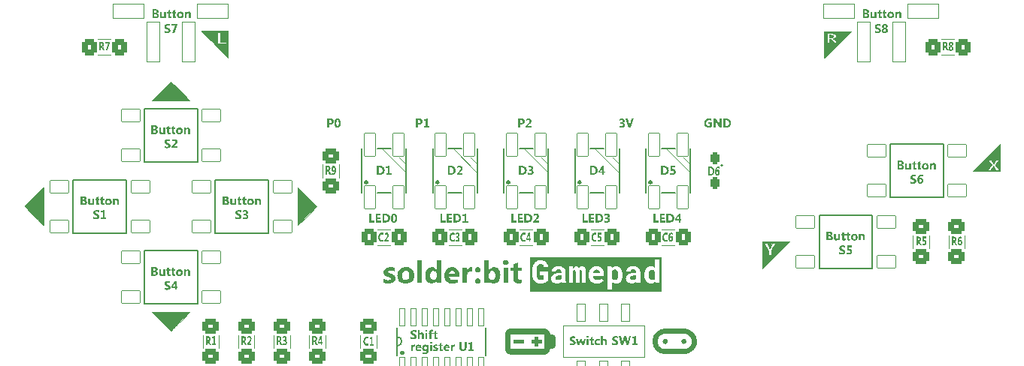
<source format=gto>
G04 #@! TF.GenerationSoftware,KiCad,Pcbnew,8.0.2-1*
G04 #@! TF.CreationDate,2024-06-30T18:52:21+01:00*
G04 #@! TF.ProjectId,solderbit-gamepad,736f6c64-6572-4626-9974-2d67616d6570,v1.4*
G04 #@! TF.SameCoordinates,Original*
G04 #@! TF.FileFunction,Legend,Top*
G04 #@! TF.FilePolarity,Positive*
%FSLAX46Y46*%
G04 Gerber Fmt 4.6, Leading zero omitted, Abs format (unit mm)*
G04 Created by KiCad (PCBNEW 8.0.2-1) date 2024-06-30 18:52:21*
%MOMM*%
%LPD*%
G01*
G04 APERTURE LIST*
G04 Aperture macros list*
%AMRoundRect*
0 Rectangle with rounded corners*
0 $1 Rounding radius*
0 $2 $3 $4 $5 $6 $7 $8 $9 X,Y pos of 4 corners*
0 Add a 4 corners polygon primitive as box body*
4,1,4,$2,$3,$4,$5,$6,$7,$8,$9,$2,$3,0*
0 Add four circle primitives for the rounded corners*
1,1,$1+$1,$2,$3*
1,1,$1+$1,$4,$5*
1,1,$1+$1,$6,$7*
1,1,$1+$1,$8,$9*
0 Add four rect primitives between the rounded corners*
20,1,$1+$1,$2,$3,$4,$5,0*
20,1,$1+$1,$4,$5,$6,$7,0*
20,1,$1+$1,$6,$7,$8,$9,0*
20,1,$1+$1,$8,$9,$2,$3,0*%
G04 Aperture macros list end*
%ADD10C,0.500000*%
%ADD11C,0.200000*%
%ADD12C,0.150000*%
%ADD13C,0.180000*%
%ADD14C,0.127000*%
%ADD15C,0.100000*%
%ADD16C,0.000000*%
%ADD17C,0.120000*%
%ADD18C,0.152400*%
%ADD19C,0.010000*%
%ADD20RoundRect,0.038000X1.750000X0.800000X-1.750000X0.800000X-1.750000X-0.800000X1.750000X-0.800000X0*%
%ADD21O,2.776000X1.176000*%
%ADD22RoundRect,0.038000X0.700000X-2.250000X0.700000X2.250000X-0.700000X2.250000X-0.700000X-2.250000X0*%
%ADD23RoundRect,0.038000X0.625000X-1.275000X0.625000X1.275000X-0.625000X1.275000X-0.625000X-1.275000X0*%
%ADD24RoundRect,0.038000X-1.050000X-0.700000X1.050000X-0.700000X1.050000X0.700000X-1.050000X0.700000X0*%
%ADD25RoundRect,0.322308X-0.590692X0.515692X-0.590692X-0.515692X0.590692X-0.515692X0.590692X0.515692X0*%
%ADD26RoundRect,0.322308X-0.515692X-0.590692X0.515692X-0.590692X0.515692X0.590692X-0.515692X0.590692X0*%
%ADD27RoundRect,0.316226X-0.521774X-0.621774X0.521774X-0.621774X0.521774X0.621774X-0.521774X0.621774X0*%
%ADD28RoundRect,0.322308X0.590692X-0.515692X0.590692X0.515692X-0.590692X0.515692X-0.590692X-0.515692X0*%
%ADD29RoundRect,0.269000X-0.269000X0.394000X-0.269000X-0.394000X0.269000X-0.394000X0.269000X0.394000X0*%
%ADD30RoundRect,0.316226X0.621774X-0.521774X0.621774X0.521774X-0.621774X0.521774X-0.621774X-0.521774X0*%
%ADD31RoundRect,0.038000X0.266700X-1.005050X0.266700X1.005050X-0.266700X1.005050X-0.266700X-1.005050X0*%
%ADD32C,1.076000*%
%ADD33RoundRect,0.038000X-0.500000X-1.000000X0.500000X-1.000000X0.500000X1.000000X-0.500000X1.000000X0*%
%ADD34C,3.400000*%
%ADD35RoundRect,0.322308X0.515692X0.590692X-0.515692X0.590692X-0.515692X-0.590692X0.515692X-0.590692X0*%
G04 APERTURE END LIST*
D10*
G36*
X88213572Y-69121877D02*
G01*
X88213572Y-68666974D01*
X88322122Y-68732346D01*
X88438795Y-68785841D01*
X88480408Y-68800697D01*
X88601981Y-68832253D01*
X88724560Y-68844618D01*
X88731978Y-68844661D01*
X88860816Y-68834891D01*
X88959124Y-68805582D01*
X89040735Y-68710946D01*
X89042777Y-68687124D01*
X89004919Y-68601639D01*
X88907833Y-68541800D01*
X88791454Y-68499831D01*
X88778384Y-68496004D01*
X88659239Y-68455933D01*
X88642829Y-68449598D01*
X88526939Y-68400530D01*
X88457815Y-68364724D01*
X88356641Y-68292200D01*
X88324092Y-68259699D01*
X88255414Y-68154647D01*
X88241660Y-68121092D01*
X88216315Y-67999221D01*
X88213572Y-67934856D01*
X88227660Y-67806021D01*
X88273742Y-67688708D01*
X88277686Y-67682065D01*
X88352943Y-67585589D01*
X88449267Y-67508653D01*
X88564366Y-67449882D01*
X88686136Y-67411143D01*
X88694731Y-67409124D01*
X88818116Y-67387419D01*
X88945709Y-67377868D01*
X88982937Y-67377372D01*
X89107886Y-67382714D01*
X89219853Y-67396301D01*
X89346627Y-67420762D01*
X89456769Y-67450645D01*
X89456769Y-67885397D01*
X89349912Y-67824642D01*
X89235729Y-67781594D01*
X89112199Y-67754437D01*
X89004919Y-67746789D01*
X88904780Y-67755949D01*
X88821127Y-67783426D01*
X88764340Y-67829221D01*
X88744190Y-67892114D01*
X88774720Y-67973935D01*
X88855321Y-68033164D01*
X88966451Y-68077739D01*
X89083610Y-68116742D01*
X89087351Y-68118039D01*
X89202370Y-68162260D01*
X89282745Y-68199860D01*
X89387106Y-68264938D01*
X89432955Y-68304274D01*
X89508222Y-68401018D01*
X89529431Y-68444713D01*
X89559735Y-68569418D01*
X89563014Y-68635833D01*
X89550041Y-68763426D01*
X89507349Y-68880939D01*
X89495237Y-68902058D01*
X89416316Y-69001892D01*
X89315108Y-69081577D01*
X89202130Y-69138079D01*
X89082886Y-69176046D01*
X89055600Y-69182327D01*
X88934617Y-69202885D01*
X88809804Y-69212962D01*
X88750907Y-69214078D01*
X88626060Y-69209666D01*
X88488387Y-69193819D01*
X88356057Y-69166447D01*
X88229070Y-69127549D01*
X88213572Y-69121877D01*
G37*
G36*
X90861482Y-67383365D02*
G01*
X90984477Y-67401343D01*
X91119910Y-67438738D01*
X91242076Y-67493392D01*
X91350977Y-67565306D01*
X91416207Y-67622836D01*
X91500871Y-67720445D01*
X91568019Y-67829174D01*
X91617650Y-67949022D01*
X91649764Y-68079990D01*
X91664361Y-68222078D01*
X91665334Y-68271912D01*
X91659058Y-68403696D01*
X91640230Y-68526566D01*
X91601068Y-68662242D01*
X91543831Y-68785082D01*
X91468519Y-68895084D01*
X91408269Y-68961287D01*
X91305422Y-69047197D01*
X91189223Y-69115332D01*
X91059672Y-69165693D01*
X90916768Y-69198279D01*
X90787482Y-69211857D01*
X90705460Y-69214078D01*
X90572665Y-69208086D01*
X90449053Y-69190107D01*
X90312840Y-69152712D01*
X90189850Y-69098058D01*
X90080084Y-69026145D01*
X90014253Y-68968614D01*
X89928758Y-68870404D01*
X89860952Y-68759873D01*
X89810835Y-68637019D01*
X89778406Y-68501843D01*
X89764894Y-68379785D01*
X89762683Y-68302442D01*
X89763009Y-68295725D01*
X90313450Y-68295725D01*
X90323423Y-68440497D01*
X90353343Y-68560731D01*
X90415574Y-68672622D01*
X90524480Y-68758504D01*
X90648944Y-68793838D01*
X90721946Y-68798255D01*
X90854546Y-68780116D01*
X90974571Y-68713101D01*
X91057256Y-68596707D01*
X91098407Y-68457639D01*
X91111743Y-68314036D01*
X91112124Y-68282292D01*
X91102524Y-68141390D01*
X91065659Y-68003832D01*
X90987704Y-67886812D01*
X90872115Y-67816600D01*
X90743086Y-67793673D01*
X90718893Y-67793196D01*
X90596760Y-67808708D01*
X90478467Y-67867041D01*
X90419696Y-67924476D01*
X90354953Y-68038221D01*
X90323826Y-68156359D01*
X90313554Y-68280833D01*
X90313450Y-68295725D01*
X89763009Y-68295725D01*
X89769048Y-68171379D01*
X89788145Y-68049529D01*
X89827865Y-67915470D01*
X89885918Y-67794677D01*
X89962304Y-67687150D01*
X90023412Y-67622836D01*
X90127854Y-67539417D01*
X90245177Y-67473257D01*
X90375379Y-67424356D01*
X90518462Y-67392714D01*
X90647536Y-67379530D01*
X90729274Y-67377372D01*
X90861482Y-67383365D01*
G37*
G36*
X92549494Y-69175000D02*
G01*
X92006664Y-69175000D01*
X92006664Y-66556716D01*
X92549494Y-66556716D01*
X92549494Y-69175000D01*
G37*
G36*
X94721423Y-69175000D02*
G01*
X94178593Y-69175000D01*
X94178593Y-68928314D01*
X94171877Y-68928314D01*
X94096192Y-69025429D01*
X93992538Y-69113335D01*
X93872345Y-69173893D01*
X93735615Y-69207102D01*
X93627826Y-69214078D01*
X93489735Y-69203005D01*
X93363974Y-69169783D01*
X93250544Y-69114414D01*
X93149444Y-69036897D01*
X93097208Y-68982658D01*
X93018932Y-68872350D01*
X92959881Y-68744452D01*
X92924569Y-68620826D01*
X92903381Y-68484276D01*
X92896515Y-68360614D01*
X92896318Y-68334804D01*
X92896945Y-68319539D01*
X93447086Y-68319539D01*
X93456627Y-68453097D01*
X93489161Y-68576182D01*
X93544783Y-68674302D01*
X93637053Y-68754557D01*
X93754114Y-68793897D01*
X93816503Y-68798255D01*
X93940378Y-68776588D01*
X94044098Y-68711589D01*
X94085170Y-68666974D01*
X94148426Y-68556579D01*
X94180763Y-68434412D01*
X94188974Y-68319539D01*
X94188974Y-68188258D01*
X94172548Y-68059415D01*
X94118118Y-67942073D01*
X94089445Y-67905547D01*
X93990786Y-67828744D01*
X93868987Y-67794951D01*
X93829937Y-67793196D01*
X93705917Y-67812945D01*
X93596561Y-67878913D01*
X93548447Y-67933635D01*
X93490738Y-68042598D01*
X93459063Y-68163192D01*
X93447482Y-68289266D01*
X93447086Y-68319539D01*
X92896945Y-68319539D01*
X92901715Y-68203354D01*
X92917904Y-68080341D01*
X92951578Y-67943863D01*
X93000794Y-67819535D01*
X93065552Y-67707358D01*
X93117358Y-67639323D01*
X93205307Y-67550300D01*
X93320123Y-67469720D01*
X93448088Y-67414209D01*
X93568237Y-67386581D01*
X93698046Y-67377372D01*
X93836758Y-67389060D01*
X93955836Y-67424122D01*
X94067883Y-67492815D01*
X94154284Y-67592039D01*
X94171877Y-67621615D01*
X94178593Y-67621615D01*
X94178593Y-66556716D01*
X94721423Y-66556716D01*
X94721423Y-69175000D01*
G37*
G36*
X96080143Y-67385401D02*
G01*
X96205981Y-67409486D01*
X96337272Y-67457880D01*
X96451850Y-67528130D01*
X96536758Y-67605739D01*
X96618841Y-67713422D01*
X96680764Y-67836649D01*
X96717794Y-67954644D01*
X96740012Y-68084059D01*
X96747418Y-68224895D01*
X96747418Y-68453262D01*
X95600087Y-68453262D01*
X95625417Y-68581089D01*
X95692954Y-68696794D01*
X95801396Y-68776502D01*
X95926905Y-68816172D01*
X96054452Y-68829029D01*
X96082466Y-68829396D01*
X96205998Y-68823494D01*
X96338948Y-68802294D01*
X96463121Y-68765677D01*
X96578516Y-68713642D01*
X96592323Y-68706053D01*
X96592323Y-69087072D01*
X96478751Y-69136560D01*
X96351212Y-69173893D01*
X96230777Y-69196218D01*
X96100081Y-69209613D01*
X95959124Y-69214078D01*
X95830601Y-69208339D01*
X95688692Y-69186300D01*
X95560221Y-69147731D01*
X95445189Y-69092634D01*
X95343594Y-69021007D01*
X95297836Y-68978995D01*
X95217944Y-68884312D01*
X95154582Y-68776578D01*
X95107749Y-68655793D01*
X95077445Y-68521955D01*
X95064819Y-68400454D01*
X95062752Y-68323203D01*
X95068954Y-68191388D01*
X95079775Y-68119870D01*
X95596423Y-68119870D01*
X96244277Y-68119870D01*
X96233522Y-67991836D01*
X96193789Y-67875943D01*
X96099685Y-67779917D01*
X95975407Y-67744597D01*
X95938363Y-67743126D01*
X95816547Y-67770145D01*
X95718426Y-67844554D01*
X95712438Y-67851203D01*
X95643349Y-67955522D01*
X95602777Y-68080410D01*
X95596423Y-68119870D01*
X95079775Y-68119870D01*
X95087558Y-68068429D01*
X95126256Y-67932567D01*
X95182813Y-67809455D01*
X95257231Y-67699095D01*
X95316765Y-67632606D01*
X95416141Y-67545866D01*
X95523761Y-67477073D01*
X95639624Y-67426225D01*
X95763729Y-67393324D01*
X95896079Y-67378369D01*
X95942027Y-67377372D01*
X96080143Y-67385401D01*
G37*
G36*
X98207379Y-67900052D02*
G01*
X98087037Y-67856603D01*
X97979012Y-67846318D01*
X97857110Y-67864694D01*
X97749662Y-67926073D01*
X97702407Y-67976988D01*
X97641757Y-68087756D01*
X97610751Y-68212526D01*
X97602878Y-68331140D01*
X97602878Y-69175000D01*
X97060048Y-69175000D01*
X97060048Y-67416451D01*
X97602878Y-67416451D01*
X97602878Y-67736409D01*
X97609595Y-67736409D01*
X97665165Y-67614393D01*
X97748337Y-67503947D01*
X97851262Y-67427862D01*
X97973938Y-67386138D01*
X98073656Y-67377372D01*
X98198007Y-67394423D01*
X98207379Y-67398133D01*
X98207379Y-67900052D01*
G37*
G36*
X98833862Y-67963555D02*
G01*
X98710825Y-67942489D01*
X98610380Y-67879291D01*
X98540820Y-67777911D01*
X98521231Y-67669853D01*
X98547081Y-67546232D01*
X98612822Y-67459193D01*
X98723539Y-67395350D01*
X98842411Y-67377372D01*
X98968501Y-67398133D01*
X99069556Y-67460415D01*
X99141148Y-67567254D01*
X99158094Y-67669853D01*
X99132590Y-67794427D01*
X99067725Y-67881734D01*
X98957018Y-67945577D01*
X98833862Y-67963555D01*
G37*
G36*
X98833862Y-69214078D02*
G01*
X98710825Y-69192860D01*
X98610380Y-69129204D01*
X98540820Y-69027347D01*
X98521231Y-68919155D01*
X98547081Y-68796487D01*
X98612822Y-68709717D01*
X98723539Y-68645874D01*
X98842411Y-68627896D01*
X98968501Y-68648656D01*
X99069556Y-68710938D01*
X99141148Y-68817391D01*
X99158094Y-68919155D01*
X99132590Y-69043597D01*
X99067725Y-69131646D01*
X98957018Y-69195966D01*
X98833862Y-69214078D01*
G37*
G36*
X100081943Y-67685118D02*
G01*
X100088660Y-67685118D01*
X100169983Y-67580533D01*
X100263284Y-67497585D01*
X100387275Y-67428162D01*
X100506529Y-67392098D01*
X100637762Y-67377673D01*
X100660799Y-67377372D01*
X100801878Y-67388504D01*
X100928056Y-67421901D01*
X101039333Y-67477562D01*
X101135708Y-67555488D01*
X101184089Y-67610013D01*
X101255703Y-67719975D01*
X101309728Y-67846299D01*
X101342036Y-67967600D01*
X101361420Y-68100922D01*
X101367882Y-68246266D01*
X101362634Y-68378861D01*
X101346892Y-68503019D01*
X101314148Y-68640871D01*
X101266292Y-68766573D01*
X101203323Y-68880124D01*
X101152948Y-68949075D01*
X101067489Y-69039135D01*
X100954927Y-69120654D01*
X100828515Y-69176812D01*
X100709139Y-69204762D01*
X100579588Y-69214078D01*
X100445274Y-69202216D01*
X100326038Y-69166628D01*
X100208229Y-69096904D01*
X100121300Y-69010475D01*
X100088660Y-68966172D01*
X100081943Y-68966172D01*
X100081943Y-69175000D01*
X99539113Y-69175000D01*
X99539113Y-68229169D01*
X100073394Y-68229169D01*
X100073394Y-68408077D01*
X100089518Y-68535533D01*
X100142946Y-68651605D01*
X100171092Y-68687735D01*
X100267513Y-68763286D01*
X100393907Y-68797284D01*
X100422051Y-68798255D01*
X100549134Y-68778248D01*
X100660450Y-68711419D01*
X100709036Y-68655983D01*
X100767440Y-68544174D01*
X100799497Y-68418237D01*
X100811218Y-68285111D01*
X100811618Y-68252983D01*
X100802495Y-68127129D01*
X100767462Y-68000504D01*
X100718196Y-67915317D01*
X100621140Y-67831836D01*
X100503599Y-67796177D01*
X100451360Y-67793196D01*
X100327672Y-67813149D01*
X100215206Y-67879266D01*
X100180251Y-67914096D01*
X100111065Y-68024420D01*
X100078508Y-68147725D01*
X100073394Y-68229169D01*
X99539113Y-68229169D01*
X99539113Y-66556716D01*
X100081943Y-66556716D01*
X100081943Y-67685118D01*
G37*
G36*
X101982763Y-67103820D02*
G01*
X101857741Y-67083823D01*
X101757449Y-67023831D01*
X101686845Y-66922444D01*
X101670132Y-66827826D01*
X101697760Y-66707097D01*
X101757449Y-66632431D01*
X101864830Y-66573353D01*
X101982763Y-66556716D01*
X102108853Y-66575645D01*
X102208688Y-66632431D01*
X102281084Y-66737842D01*
X102295394Y-66827826D01*
X102267959Y-66950121D01*
X102208688Y-67026273D01*
X102101742Y-67086781D01*
X101982763Y-67103820D01*
G37*
G36*
X102250819Y-69175000D02*
G01*
X101707990Y-69175000D01*
X101707990Y-67416451D01*
X102250819Y-67416451D01*
X102250819Y-69175000D01*
G37*
G36*
X103765125Y-69146912D02*
G01*
X103647235Y-69190399D01*
X103515997Y-69209880D01*
X103402424Y-69214078D01*
X103268043Y-69204795D01*
X103125263Y-69167082D01*
X103010479Y-69100360D01*
X102923691Y-69004628D01*
X102864899Y-68879885D01*
X102838023Y-68759205D01*
X102829064Y-68619958D01*
X102829064Y-67816399D01*
X102543911Y-67816399D01*
X102543911Y-67416451D01*
X102829064Y-67416451D01*
X102829064Y-67027494D01*
X103370062Y-66869347D01*
X103370062Y-67416451D01*
X103765125Y-67416451D01*
X103765125Y-67816399D01*
X103370062Y-67816399D01*
X103370062Y-68524703D01*
X103387305Y-68656938D01*
X103455213Y-68759787D01*
X103574638Y-68797988D01*
X103588049Y-68798255D01*
X103708739Y-68773146D01*
X103765125Y-68745132D01*
X103765125Y-69146912D01*
G37*
D11*
G36*
X111199267Y-62330000D02*
G01*
X110612595Y-62330000D01*
X110612595Y-61345212D01*
X110834612Y-61345212D01*
X110834612Y-62149993D01*
X111199267Y-62149993D01*
X111199267Y-62330000D01*
G37*
G36*
X111918562Y-62330000D02*
G01*
X111327739Y-62330000D01*
X111327739Y-61345212D01*
X111895847Y-61345212D01*
X111895847Y-61525952D01*
X111549755Y-61525952D01*
X111549755Y-61751632D01*
X111871912Y-61751632D01*
X111871912Y-61931639D01*
X111549755Y-61931639D01*
X111549755Y-62149993D01*
X111918562Y-62149993D01*
X111918562Y-62330000D01*
G37*
G36*
X112484773Y-61347087D02*
G01*
X112544232Y-61352711D01*
X112599590Y-61362085D01*
X112650848Y-61375208D01*
X112698005Y-61392081D01*
X112761052Y-61424421D01*
X112814872Y-61465197D01*
X112859466Y-61514409D01*
X112894834Y-61572058D01*
X112920975Y-61638143D01*
X112933277Y-61686886D01*
X112941478Y-61739380D01*
X112945579Y-61795622D01*
X112946092Y-61825150D01*
X112943851Y-61881222D01*
X112937131Y-61934402D01*
X112925930Y-61984690D01*
X112910249Y-62032084D01*
X112890087Y-62076586D01*
X112858585Y-62128145D01*
X112820082Y-62175185D01*
X112802721Y-62192735D01*
X112765451Y-62224906D01*
X112725204Y-62252788D01*
X112681981Y-62276381D01*
X112635781Y-62295683D01*
X112586604Y-62310697D01*
X112534451Y-62321420D01*
X112479321Y-62327855D01*
X112421214Y-62330000D01*
X112072191Y-62330000D01*
X112072191Y-62149993D01*
X112294207Y-62149993D01*
X112404117Y-62149993D01*
X112456057Y-62146953D01*
X112511120Y-62135723D01*
X112560222Y-62116218D01*
X112603364Y-62088439D01*
X112630530Y-62063531D01*
X112662507Y-62022711D01*
X112686629Y-61975908D01*
X112702898Y-61923121D01*
X112710592Y-61873113D01*
X112712595Y-61828080D01*
X112709728Y-61777436D01*
X112699132Y-61723691D01*
X112680729Y-61675696D01*
X112654520Y-61633451D01*
X112631018Y-61606796D01*
X112592291Y-61575296D01*
X112547276Y-61551532D01*
X112495974Y-61535505D01*
X112446995Y-61527926D01*
X112402651Y-61525952D01*
X112294207Y-61525952D01*
X112294207Y-62149993D01*
X112072191Y-62149993D01*
X112072191Y-61345212D01*
X112421214Y-61345212D01*
X112484773Y-61347087D01*
G37*
G36*
X113092149Y-62293852D02*
G01*
X113092149Y-62095526D01*
X113137003Y-62125980D01*
X113185014Y-62148954D01*
X113236179Y-62164449D01*
X113290501Y-62172463D01*
X113322958Y-62173684D01*
X113375721Y-62169586D01*
X113423406Y-62155767D01*
X113452407Y-62139002D01*
X113485716Y-62100247D01*
X113498632Y-62049471D01*
X113498813Y-62041793D01*
X113487827Y-61991243D01*
X113454869Y-61952007D01*
X113441416Y-61942875D01*
X113392358Y-61921591D01*
X113342293Y-61911359D01*
X113290096Y-61907982D01*
X113283879Y-61907948D01*
X113195219Y-61907948D01*
X113195219Y-61736001D01*
X113277041Y-61736001D01*
X113332487Y-61733049D01*
X113386617Y-61721715D01*
X113432665Y-61697747D01*
X113462738Y-61656188D01*
X113469504Y-61615101D01*
X113460269Y-61565413D01*
X113427800Y-61526483D01*
X113379314Y-61506962D01*
X113321737Y-61501528D01*
X113272614Y-61505436D01*
X113224162Y-61517159D01*
X113176382Y-61536699D01*
X113129274Y-61564054D01*
X113129274Y-61382826D01*
X113176324Y-61362079D01*
X113226647Y-61346428D01*
X113280242Y-61335872D01*
X113337109Y-61330413D01*
X113371074Y-61329581D01*
X113425408Y-61331951D01*
X113475019Y-61339060D01*
X113526929Y-61353346D01*
X113572411Y-61374083D01*
X113606280Y-61396992D01*
X113643145Y-61433109D01*
X113669478Y-61474295D01*
X113685277Y-61520548D01*
X113690544Y-61571870D01*
X113685767Y-61628074D01*
X113671438Y-61677314D01*
X113641634Y-61727208D01*
X113606289Y-61761125D01*
X113561392Y-61788078D01*
X113506942Y-61808066D01*
X113494905Y-61811228D01*
X113494905Y-61814647D01*
X113544303Y-61824356D01*
X113593307Y-61842723D01*
X113635356Y-61868972D01*
X113659525Y-61890851D01*
X113691467Y-61933050D01*
X113711579Y-61980877D01*
X113719861Y-62034334D01*
X113720097Y-62045701D01*
X113716542Y-62095607D01*
X113703409Y-62148707D01*
X113680599Y-62196292D01*
X113648111Y-62238360D01*
X113618981Y-62265031D01*
X113578440Y-62292422D01*
X113532473Y-62314147D01*
X113481079Y-62330204D01*
X113424258Y-62340594D01*
X113372762Y-62344923D01*
X113340055Y-62345631D01*
X113284903Y-62343811D01*
X113233752Y-62338350D01*
X113179134Y-62327377D01*
X113129962Y-62311448D01*
X113092149Y-62293852D01*
G37*
G36*
X103199267Y-62330000D02*
G01*
X102612595Y-62330000D01*
X102612595Y-61345212D01*
X102834612Y-61345212D01*
X102834612Y-62149993D01*
X103199267Y-62149993D01*
X103199267Y-62330000D01*
G37*
G36*
X103918562Y-62330000D02*
G01*
X103327739Y-62330000D01*
X103327739Y-61345212D01*
X103895847Y-61345212D01*
X103895847Y-61525952D01*
X103549755Y-61525952D01*
X103549755Y-61751632D01*
X103871912Y-61751632D01*
X103871912Y-61931639D01*
X103549755Y-61931639D01*
X103549755Y-62149993D01*
X103918562Y-62149993D01*
X103918562Y-62330000D01*
G37*
G36*
X104484773Y-61347087D02*
G01*
X104544232Y-61352711D01*
X104599590Y-61362085D01*
X104650848Y-61375208D01*
X104698005Y-61392081D01*
X104761052Y-61424421D01*
X104814872Y-61465197D01*
X104859466Y-61514409D01*
X104894834Y-61572058D01*
X104920975Y-61638143D01*
X104933277Y-61686886D01*
X104941478Y-61739380D01*
X104945579Y-61795622D01*
X104946092Y-61825150D01*
X104943851Y-61881222D01*
X104937131Y-61934402D01*
X104925930Y-61984690D01*
X104910249Y-62032084D01*
X104890087Y-62076586D01*
X104858585Y-62128145D01*
X104820082Y-62175185D01*
X104802721Y-62192735D01*
X104765451Y-62224906D01*
X104725204Y-62252788D01*
X104681981Y-62276381D01*
X104635781Y-62295683D01*
X104586604Y-62310697D01*
X104534451Y-62321420D01*
X104479321Y-62327855D01*
X104421214Y-62330000D01*
X104072191Y-62330000D01*
X104072191Y-62149993D01*
X104294207Y-62149993D01*
X104404117Y-62149993D01*
X104456057Y-62146953D01*
X104511120Y-62135723D01*
X104560222Y-62116218D01*
X104603364Y-62088439D01*
X104630530Y-62063531D01*
X104662507Y-62022711D01*
X104686629Y-61975908D01*
X104702898Y-61923121D01*
X104710592Y-61873113D01*
X104712595Y-61828080D01*
X104709728Y-61777436D01*
X104699132Y-61723691D01*
X104680729Y-61675696D01*
X104654520Y-61633451D01*
X104631018Y-61606796D01*
X104592291Y-61575296D01*
X104547276Y-61551532D01*
X104495974Y-61535505D01*
X104446995Y-61527926D01*
X104402651Y-61525952D01*
X104294207Y-61525952D01*
X104294207Y-62149993D01*
X104072191Y-62149993D01*
X104072191Y-61345212D01*
X104421214Y-61345212D01*
X104484773Y-61347087D01*
G37*
G36*
X105314898Y-62138269D02*
G01*
X105314898Y-62142421D01*
X105714724Y-62142421D01*
X105714724Y-62330000D01*
X105066259Y-62330000D01*
X105066259Y-62153412D01*
X105348360Y-61883524D01*
X105387820Y-61845086D01*
X105424659Y-61805712D01*
X105456210Y-61766766D01*
X105468283Y-61749190D01*
X105490738Y-61704167D01*
X105502119Y-61653517D01*
X105502965Y-61634884D01*
X105495965Y-61582922D01*
X105470819Y-61539165D01*
X105427386Y-61512076D01*
X105374380Y-61502049D01*
X105356664Y-61501528D01*
X105301625Y-61506016D01*
X105247637Y-61519480D01*
X105202199Y-61538164D01*
X105157534Y-61563443D01*
X105113642Y-61595317D01*
X105113642Y-61404319D01*
X105162978Y-61378920D01*
X105214633Y-61358775D01*
X105268606Y-61343886D01*
X105324897Y-61334252D01*
X105383507Y-61329873D01*
X105403558Y-61329581D01*
X105457835Y-61332217D01*
X105507457Y-61340125D01*
X105559468Y-61356015D01*
X105605144Y-61379081D01*
X105639253Y-61404563D01*
X105676439Y-61445215D01*
X105703000Y-61492430D01*
X105717526Y-61539128D01*
X105723917Y-61590851D01*
X105724249Y-61606552D01*
X105719205Y-61660026D01*
X105704071Y-61714048D01*
X105678847Y-61768618D01*
X105651404Y-61812670D01*
X105617504Y-61857072D01*
X105577147Y-61901826D01*
X105530332Y-61946931D01*
X105517620Y-61958262D01*
X105314898Y-62138269D01*
G37*
G36*
X119199267Y-62330000D02*
G01*
X118612595Y-62330000D01*
X118612595Y-61345212D01*
X118834612Y-61345212D01*
X118834612Y-62149993D01*
X119199267Y-62149993D01*
X119199267Y-62330000D01*
G37*
G36*
X119918562Y-62330000D02*
G01*
X119327739Y-62330000D01*
X119327739Y-61345212D01*
X119895847Y-61345212D01*
X119895847Y-61525952D01*
X119549755Y-61525952D01*
X119549755Y-61751632D01*
X119871912Y-61751632D01*
X119871912Y-61931639D01*
X119549755Y-61931639D01*
X119549755Y-62149993D01*
X119918562Y-62149993D01*
X119918562Y-62330000D01*
G37*
G36*
X120484773Y-61347087D02*
G01*
X120544232Y-61352711D01*
X120599590Y-61362085D01*
X120650848Y-61375208D01*
X120698005Y-61392081D01*
X120761052Y-61424421D01*
X120814872Y-61465197D01*
X120859466Y-61514409D01*
X120894834Y-61572058D01*
X120920975Y-61638143D01*
X120933277Y-61686886D01*
X120941478Y-61739380D01*
X120945579Y-61795622D01*
X120946092Y-61825150D01*
X120943851Y-61881222D01*
X120937131Y-61934402D01*
X120925930Y-61984690D01*
X120910249Y-62032084D01*
X120890087Y-62076586D01*
X120858585Y-62128145D01*
X120820082Y-62175185D01*
X120802721Y-62192735D01*
X120765451Y-62224906D01*
X120725204Y-62252788D01*
X120681981Y-62276381D01*
X120635781Y-62295683D01*
X120586604Y-62310697D01*
X120534451Y-62321420D01*
X120479321Y-62327855D01*
X120421214Y-62330000D01*
X120072191Y-62330000D01*
X120072191Y-62149993D01*
X120294207Y-62149993D01*
X120404117Y-62149993D01*
X120456057Y-62146953D01*
X120511120Y-62135723D01*
X120560222Y-62116218D01*
X120603364Y-62088439D01*
X120630530Y-62063531D01*
X120662507Y-62022711D01*
X120686629Y-61975908D01*
X120702898Y-61923121D01*
X120710592Y-61873113D01*
X120712595Y-61828080D01*
X120709728Y-61777436D01*
X120699132Y-61723691D01*
X120680729Y-61675696D01*
X120654520Y-61633451D01*
X120631018Y-61606796D01*
X120592291Y-61575296D01*
X120547276Y-61551532D01*
X120495974Y-61535505D01*
X120446995Y-61527926D01*
X120402651Y-61525952D01*
X120294207Y-61525952D01*
X120294207Y-62149993D01*
X120072191Y-62149993D01*
X120072191Y-61345212D01*
X120421214Y-61345212D01*
X120484773Y-61347087D01*
G37*
G36*
X121645359Y-61970474D02*
G01*
X121763328Y-61970474D01*
X121763328Y-62126789D01*
X121645359Y-62126789D01*
X121645359Y-62330000D01*
X121447522Y-62330000D01*
X121447522Y-62126789D01*
X121018143Y-62126789D01*
X121018143Y-61987083D01*
X121028843Y-61970474D01*
X121198150Y-61970474D01*
X121447522Y-61970474D01*
X121447522Y-61658820D01*
X121448372Y-61608399D01*
X121450209Y-61564054D01*
X121446057Y-61564054D01*
X121425771Y-61608638D01*
X121408932Y-61641479D01*
X121198150Y-61970474D01*
X121028843Y-61970474D01*
X121431646Y-61345212D01*
X121645359Y-61345212D01*
X121645359Y-61970474D01*
G37*
D10*
G36*
X114312904Y-67652570D02*
G01*
X114430495Y-67693056D01*
X114464574Y-67716793D01*
X114547121Y-67812735D01*
X114578033Y-67873557D01*
X114614288Y-67992864D01*
X114628897Y-68086497D01*
X114635659Y-68215125D01*
X114635659Y-68251762D01*
X114631685Y-68351889D01*
X114614898Y-68473412D01*
X114598159Y-68541818D01*
X114550174Y-68655983D01*
X114526208Y-68693040D01*
X114434159Y-68779937D01*
X114386586Y-68803765D01*
X114261357Y-68825122D01*
X114171598Y-68817651D01*
X114052529Y-68771999D01*
X114002069Y-68731292D01*
X113928576Y-68630338D01*
X113928576Y-67845097D01*
X113963333Y-67785847D01*
X114052529Y-67700383D01*
X114131286Y-67665321D01*
X114258304Y-67649092D01*
X114312904Y-67652570D01*
G37*
G36*
X108236496Y-68632780D02*
G01*
X108179710Y-68703000D01*
X108093614Y-68764672D01*
X107982484Y-68808635D01*
X107970829Y-68811582D01*
X107848761Y-68825122D01*
X107755424Y-68816277D01*
X107642986Y-68762229D01*
X107610223Y-68724292D01*
X107575209Y-68604082D01*
X107599023Y-68488066D01*
X107672906Y-68396475D01*
X107689253Y-68384872D01*
X107801744Y-68336636D01*
X107865829Y-68323613D01*
X107992864Y-68315265D01*
X108236496Y-68315265D01*
X108236496Y-68632780D01*
G37*
G36*
X112227127Y-67650436D02*
G01*
X112348935Y-67677180D01*
X112361799Y-67682509D01*
X112466782Y-67752285D01*
X112475629Y-67761376D01*
X112540666Y-67865858D01*
X112546734Y-67882325D01*
X112569975Y-68005076D01*
X112569975Y-68041713D01*
X111786566Y-68041713D01*
X111796183Y-67998207D01*
X111837857Y-67880512D01*
X111849121Y-67858488D01*
X111923342Y-67756559D01*
X111936260Y-67743965D01*
X112040579Y-67677180D01*
X112066239Y-67667635D01*
X112188346Y-67649092D01*
X112227127Y-67650436D01*
G37*
G36*
X116638450Y-68632780D02*
G01*
X116581664Y-68703000D01*
X116495568Y-68764672D01*
X116384438Y-68808635D01*
X116372783Y-68811582D01*
X116250715Y-68825122D01*
X116157378Y-68816277D01*
X116044940Y-68762229D01*
X116012177Y-68724292D01*
X115977163Y-68604082D01*
X116000976Y-68488066D01*
X116074860Y-68396475D01*
X116091207Y-68384872D01*
X116203698Y-68336636D01*
X116267783Y-68323613D01*
X116394818Y-68315265D01*
X116638450Y-68315265D01*
X116638450Y-68632780D01*
G37*
G36*
X118532821Y-67656992D02*
G01*
X118649790Y-67705268D01*
X118709937Y-67757872D01*
X118778628Y-67861584D01*
X118778628Y-68623011D01*
X118741496Y-68682969D01*
X118648569Y-68771388D01*
X118569328Y-68808120D01*
X118443405Y-68825122D01*
X118388853Y-68821644D01*
X118271824Y-68781158D01*
X118238317Y-68757153D01*
X118157030Y-68660868D01*
X118127034Y-68599932D01*
X118092306Y-68481960D01*
X118078281Y-68382033D01*
X118072766Y-68259699D01*
X118072766Y-68223063D01*
X118076623Y-68121683D01*
X118092916Y-67999581D01*
X118110003Y-67930623D01*
X118158251Y-67817009D01*
X118182447Y-67780029D01*
X118274267Y-67694277D01*
X118321839Y-67670449D01*
X118447069Y-67649092D01*
X118532821Y-67656992D01*
G37*
G36*
X119535733Y-70156197D02*
G01*
X104671820Y-70156197D01*
X104671820Y-67733356D01*
X104949598Y-67733356D01*
X104949598Y-68080181D01*
X104951917Y-68178498D01*
X104962221Y-68303444D01*
X104983666Y-68435614D01*
X105015544Y-68558897D01*
X105019720Y-68571999D01*
X105067519Y-68696005D01*
X105126290Y-68807250D01*
X105203611Y-68914881D01*
X105284767Y-68999030D01*
X105385195Y-69076167D01*
X105497313Y-69137142D01*
X105508077Y-69141875D01*
X105631837Y-69184025D01*
X105752861Y-69206565D01*
X105881995Y-69214078D01*
X105930909Y-69213363D01*
X106053342Y-69204805D01*
X106177529Y-69184769D01*
X106186090Y-69182958D01*
X106308199Y-69151644D01*
X106425436Y-69109665D01*
X106510295Y-69069649D01*
X106616556Y-69004640D01*
X106654986Y-68975751D01*
X106744173Y-68890457D01*
X106743749Y-68657815D01*
X107097714Y-68657815D01*
X107106947Y-68760097D01*
X107145952Y-68881297D01*
X107195290Y-68965263D01*
X107279675Y-69057763D01*
X107367635Y-69119918D01*
X107484839Y-69173168D01*
X107492342Y-69175685D01*
X107618546Y-69205089D01*
X107747400Y-69214078D01*
X107785046Y-69213260D01*
X107910432Y-69196981D01*
X107929151Y-69192669D01*
X108048429Y-69151796D01*
X108056246Y-69148097D01*
X108162613Y-69084019D01*
X108253593Y-69001587D01*
X108274354Y-69096231D01*
X108303663Y-69175000D01*
X108787875Y-69175000D01*
X108765127Y-69121797D01*
X108732920Y-69002198D01*
X108731755Y-68995850D01*
X108717614Y-68872239D01*
X108713991Y-68748185D01*
X108713991Y-67928750D01*
X108712515Y-67877994D01*
X108694864Y-67754956D01*
X108653541Y-67636880D01*
X108645877Y-67621252D01*
X108576692Y-67514992D01*
X108486845Y-67428053D01*
X108466581Y-67412842D01*
X108354954Y-67347574D01*
X108235275Y-67302878D01*
X108221095Y-67299214D01*
X109129815Y-67299214D01*
X109129815Y-69175000D01*
X109564567Y-69175000D01*
X109564567Y-67789532D01*
X109616468Y-67692445D01*
X109705006Y-67655809D01*
X109756297Y-67663747D01*
X109798429Y-67690614D01*
X109827128Y-67744347D01*
X109837508Y-67832885D01*
X109837508Y-69175000D01*
X110258217Y-69175000D01*
X110258217Y-67762665D01*
X110311339Y-67684508D01*
X110395603Y-67655809D01*
X110446284Y-67663747D01*
X110489637Y-67691835D01*
X110519556Y-67746179D01*
X110531158Y-67834717D01*
X110531158Y-69175000D01*
X110965910Y-69175000D01*
X110965910Y-68233443D01*
X111293806Y-68233443D01*
X111293806Y-68303053D01*
X111300425Y-68419473D01*
X111322995Y-68542302D01*
X111361584Y-68659647D01*
X111399060Y-68739980D01*
X111468726Y-68850319D01*
X111554535Y-68948464D01*
X111637981Y-69020163D01*
X111740929Y-69087461D01*
X111855565Y-69142637D01*
X111866556Y-69147033D01*
X111992493Y-69186172D01*
X112114996Y-69207102D01*
X112245132Y-69214078D01*
X112253700Y-69214050D01*
X112377786Y-69206751D01*
X112500976Y-69184769D01*
X112600536Y-69155617D01*
X112716521Y-69107833D01*
X112785729Y-69070223D01*
X112885048Y-68999145D01*
X112919090Y-68968156D01*
X113001064Y-68873360D01*
X112762316Y-68609577D01*
X112754413Y-68619534D01*
X112665840Y-68703611D01*
X112655461Y-68710940D01*
X112547383Y-68770167D01*
X112535422Y-68775092D01*
X112414270Y-68811078D01*
X112396858Y-68814369D01*
X112274441Y-68825122D01*
X112213726Y-68822081D01*
X112090648Y-68793981D01*
X112044747Y-68774092D01*
X111941050Y-68704832D01*
X111906134Y-68670856D01*
X111833583Y-68568667D01*
X111808284Y-68512146D01*
X111778018Y-68393422D01*
X113038921Y-68393422D01*
X113038921Y-68188258D01*
X113033376Y-68062082D01*
X113014465Y-67931553D01*
X112982135Y-67809682D01*
X112950460Y-67727021D01*
X112890639Y-67614765D01*
X112816050Y-67516591D01*
X112758653Y-67458965D01*
X112661108Y-67385405D01*
X112549825Y-67327302D01*
X112468644Y-67299214D01*
X113451081Y-67299214D01*
X113451081Y-67845097D01*
X113451081Y-69878419D01*
X113928576Y-69878419D01*
X113928576Y-69017463D01*
X114020014Y-69100505D01*
X114125802Y-69162787D01*
X114140137Y-69168998D01*
X114264777Y-69204261D01*
X114388363Y-69214078D01*
X114452684Y-69211502D01*
X114582474Y-69188247D01*
X114699162Y-69140806D01*
X114748657Y-69111418D01*
X114845144Y-69034636D01*
X114926919Y-68939916D01*
X114970195Y-68872825D01*
X115024520Y-68761027D01*
X115058830Y-68657815D01*
X115499668Y-68657815D01*
X115508901Y-68760097D01*
X115547906Y-68881297D01*
X115597244Y-68965263D01*
X115681629Y-69057763D01*
X115769589Y-69119918D01*
X115886793Y-69173168D01*
X115894296Y-69175685D01*
X116020500Y-69205089D01*
X116149354Y-69214078D01*
X116187000Y-69213260D01*
X116312386Y-69196981D01*
X116331105Y-69192669D01*
X116450383Y-69151796D01*
X116458200Y-69148097D01*
X116564567Y-69084019D01*
X116655547Y-69001587D01*
X116676308Y-69096231D01*
X116705617Y-69175000D01*
X117189829Y-69175000D01*
X117167081Y-69121797D01*
X117134874Y-69002198D01*
X117133709Y-68995850D01*
X117119568Y-68872239D01*
X117115945Y-68748185D01*
X117115945Y-68223063D01*
X117595272Y-68223063D01*
X117595272Y-68259699D01*
X117600102Y-68385327D01*
X117616572Y-68516630D01*
X117644731Y-68640718D01*
X117668711Y-68714841D01*
X117719472Y-68831305D01*
X117788224Y-68942358D01*
X117824903Y-68988075D01*
X117914096Y-69074020D01*
X118016591Y-69142027D01*
X118077323Y-69170102D01*
X118199105Y-69203946D01*
X118321894Y-69214078D01*
X118350871Y-69213552D01*
X118477295Y-69197190D01*
X118596667Y-69154239D01*
X118611353Y-69146494D01*
X118713740Y-69076397D01*
X118802442Y-68985101D01*
X118826866Y-69175000D01*
X119257955Y-69175000D01*
X119257955Y-66517637D01*
X118778628Y-66517637D01*
X118778628Y-67462857D01*
X118686274Y-67376914D01*
X118581402Y-67313258D01*
X118574460Y-67309990D01*
X118453980Y-67271808D01*
X118324947Y-67260136D01*
X118261270Y-67262583D01*
X118132581Y-67284676D01*
X118016591Y-67329745D01*
X117967611Y-67357888D01*
X117871062Y-67432856D01*
X117787613Y-67526971D01*
X117737998Y-67602421D01*
X117683115Y-67715493D01*
X117644120Y-67831664D01*
X117641115Y-67842767D01*
X117614353Y-67969709D01*
X117600042Y-68092748D01*
X117595272Y-68223063D01*
X117115945Y-68223063D01*
X117115945Y-67928750D01*
X117114469Y-67877994D01*
X117096818Y-67754956D01*
X117055495Y-67636880D01*
X117047831Y-67621252D01*
X116978646Y-67514992D01*
X116888799Y-67428053D01*
X116868535Y-67412842D01*
X116756908Y-67347574D01*
X116637229Y-67302878D01*
X116572777Y-67286224D01*
X116447035Y-67266146D01*
X116323988Y-67260136D01*
X116244229Y-67262444D01*
X116116746Y-67277141D01*
X115991817Y-67308374D01*
X115965070Y-67317719D01*
X115850467Y-67369277D01*
X115746353Y-67439043D01*
X115662937Y-67521654D01*
X115593702Y-67629553D01*
X115556010Y-67734131D01*
X115541189Y-67859141D01*
X116018684Y-67859141D01*
X116026549Y-67787239D01*
X116085240Y-67679623D01*
X116172099Y-67628790D01*
X116298342Y-67611845D01*
X116318647Y-67612174D01*
X116443819Y-67632911D01*
X116550523Y-67696109D01*
X116619130Y-67802051D01*
X116638450Y-67923866D01*
X116638450Y-68041713D01*
X116372226Y-68041713D01*
X116345302Y-68041870D01*
X116216979Y-68047380D01*
X116076844Y-68064381D01*
X115951823Y-68092717D01*
X115825064Y-68140102D01*
X115718876Y-68202913D01*
X115705390Y-68213080D01*
X115612911Y-68303822D01*
X115547834Y-68411280D01*
X115510157Y-68535452D01*
X115504274Y-68604082D01*
X115499668Y-68657815D01*
X115058830Y-68657815D01*
X115066137Y-68635833D01*
X115092905Y-68511470D01*
X115108562Y-68380180D01*
X115113154Y-68254815D01*
X115113154Y-68218178D01*
X115113108Y-68204820D01*
X115107598Y-68075304D01*
X115092905Y-67953183D01*
X115066137Y-67827390D01*
X115043376Y-67752344D01*
X114994160Y-67634979D01*
X114926308Y-67523918D01*
X114896261Y-67485835D01*
X114808370Y-67400077D01*
X114697941Y-67329134D01*
X114636649Y-67302249D01*
X114512278Y-67269839D01*
X114385310Y-67260136D01*
X114356344Y-67260645D01*
X114230254Y-67276507D01*
X114111758Y-67318143D01*
X114104499Y-67321815D01*
X113996632Y-67393046D01*
X113909647Y-67481175D01*
X113892550Y-67299214D01*
X113451081Y-67299214D01*
X112468644Y-67299214D01*
X112447453Y-67291882D01*
X112324926Y-67268072D01*
X112192009Y-67260136D01*
X112073513Y-67267112D01*
X111949780Y-67290903D01*
X111832972Y-67331577D01*
X111753326Y-67370884D01*
X111644304Y-67443299D01*
X111547819Y-67531856D01*
X111477826Y-67617269D01*
X111412817Y-67722519D01*
X111360362Y-67839602D01*
X111356268Y-67850782D01*
X111319805Y-67978563D01*
X111309859Y-68041713D01*
X111300306Y-68102366D01*
X111293806Y-68233443D01*
X110965910Y-68233443D01*
X110965910Y-67833496D01*
X110965791Y-67814142D01*
X110958278Y-67689087D01*
X110935380Y-67568492D01*
X110911924Y-67498531D01*
X110851116Y-67391416D01*
X110826673Y-67363041D01*
X110724110Y-67291277D01*
X110691765Y-67279143D01*
X110567184Y-67260136D01*
X110475293Y-67269205D01*
X110362020Y-67315090D01*
X110297997Y-67366198D01*
X110222191Y-67465910D01*
X110156355Y-67348755D01*
X110053723Y-67280231D01*
X109928489Y-67260136D01*
X109811540Y-67275967D01*
X109700732Y-67332187D01*
X109617384Y-67416756D01*
X109554187Y-67527581D01*
X109540143Y-67299214D01*
X109129815Y-67299214D01*
X108221095Y-67299214D01*
X108170823Y-67286224D01*
X108045081Y-67266146D01*
X107922034Y-67260136D01*
X107842276Y-67262444D01*
X107714792Y-67277141D01*
X107589863Y-67308374D01*
X107563116Y-67317719D01*
X107448513Y-67369277D01*
X107344399Y-67439043D01*
X107260984Y-67521654D01*
X107191748Y-67629553D01*
X107154056Y-67734131D01*
X107139235Y-67859141D01*
X107616730Y-67859141D01*
X107624595Y-67787239D01*
X107683286Y-67679623D01*
X107770145Y-67628790D01*
X107896388Y-67611845D01*
X107916693Y-67612174D01*
X108041865Y-67632911D01*
X108148569Y-67696109D01*
X108217176Y-67802051D01*
X108236496Y-67923866D01*
X108236496Y-68041713D01*
X107970272Y-68041713D01*
X107943348Y-68041870D01*
X107815025Y-68047380D01*
X107674890Y-68064381D01*
X107549869Y-68092717D01*
X107423110Y-68140102D01*
X107316922Y-68202913D01*
X107303436Y-68213080D01*
X107210957Y-68303822D01*
X107145880Y-68411280D01*
X107108204Y-68535452D01*
X107102320Y-68604082D01*
X107097714Y-68657815D01*
X106743749Y-68657815D01*
X106742341Y-67885397D01*
X105847801Y-67885397D01*
X105847801Y-68274354D01*
X106261182Y-68274354D01*
X106259961Y-68719487D01*
X106203785Y-68759787D01*
X106118911Y-68793981D01*
X106015718Y-68817184D01*
X105903977Y-68825122D01*
X105874837Y-68824373D01*
X105743378Y-68798160D01*
X105635651Y-68734499D01*
X105551657Y-68633391D01*
X105524733Y-68582825D01*
X105481532Y-68465894D01*
X105455378Y-68346298D01*
X105440092Y-68210574D01*
X105435642Y-68081402D01*
X105435642Y-67728471D01*
X105436844Y-67661760D01*
X105446461Y-67537482D01*
X105469836Y-67407903D01*
X105507125Y-67287886D01*
X105562037Y-67175872D01*
X105604718Y-67116635D01*
X105699424Y-67033600D01*
X105750347Y-67007840D01*
X105871615Y-66984752D01*
X105918126Y-66986326D01*
X106047543Y-67013186D01*
X106155547Y-67085502D01*
X106197374Y-67142059D01*
X106247110Y-67260337D01*
X106271563Y-67385921D01*
X106742341Y-67385921D01*
X106732043Y-67307294D01*
X106705010Y-67180798D01*
X106662351Y-67055582D01*
X106642122Y-67010699D01*
X106578782Y-66904328D01*
X106493213Y-66806454D01*
X106450945Y-66769704D01*
X106347435Y-66701859D01*
X106227599Y-66650139D01*
X106113291Y-66619199D01*
X105986140Y-66601102D01*
X105859403Y-66595795D01*
X105741110Y-66603308D01*
X105617186Y-66628929D01*
X105499755Y-66672732D01*
X105400508Y-66727674D01*
X105300978Y-66803952D01*
X105211549Y-66896824D01*
X105196415Y-66915469D01*
X105126970Y-67016208D01*
X105067901Y-67129468D01*
X105019207Y-67255251D01*
X104992084Y-67350132D01*
X104967001Y-67480107D01*
X104953949Y-67603182D01*
X104949598Y-67733356D01*
X104671820Y-67733356D01*
X104671820Y-66239859D01*
X119535733Y-66239859D01*
X119535733Y-70156197D01*
G37*
D11*
G36*
X87199267Y-62330000D02*
G01*
X86612595Y-62330000D01*
X86612595Y-61345212D01*
X86834612Y-61345212D01*
X86834612Y-62149993D01*
X87199267Y-62149993D01*
X87199267Y-62330000D01*
G37*
G36*
X87918562Y-62330000D02*
G01*
X87327739Y-62330000D01*
X87327739Y-61345212D01*
X87895847Y-61345212D01*
X87895847Y-61525952D01*
X87549755Y-61525952D01*
X87549755Y-61751632D01*
X87871912Y-61751632D01*
X87871912Y-61931639D01*
X87549755Y-61931639D01*
X87549755Y-62149993D01*
X87918562Y-62149993D01*
X87918562Y-62330000D01*
G37*
G36*
X88484773Y-61347087D02*
G01*
X88544232Y-61352711D01*
X88599590Y-61362085D01*
X88650848Y-61375208D01*
X88698005Y-61392081D01*
X88761052Y-61424421D01*
X88814872Y-61465197D01*
X88859466Y-61514409D01*
X88894834Y-61572058D01*
X88920975Y-61638143D01*
X88933277Y-61686886D01*
X88941478Y-61739380D01*
X88945579Y-61795622D01*
X88946092Y-61825150D01*
X88943851Y-61881222D01*
X88937131Y-61934402D01*
X88925930Y-61984690D01*
X88910249Y-62032084D01*
X88890087Y-62076586D01*
X88858585Y-62128145D01*
X88820082Y-62175185D01*
X88802721Y-62192735D01*
X88765451Y-62224906D01*
X88725204Y-62252788D01*
X88681981Y-62276381D01*
X88635781Y-62295683D01*
X88586604Y-62310697D01*
X88534451Y-62321420D01*
X88479321Y-62327855D01*
X88421214Y-62330000D01*
X88072191Y-62330000D01*
X88072191Y-62149993D01*
X88294207Y-62149993D01*
X88404117Y-62149993D01*
X88456057Y-62146953D01*
X88511120Y-62135723D01*
X88560222Y-62116218D01*
X88603364Y-62088439D01*
X88630530Y-62063531D01*
X88662507Y-62022711D01*
X88686629Y-61975908D01*
X88702898Y-61923121D01*
X88710592Y-61873113D01*
X88712595Y-61828080D01*
X88709728Y-61777436D01*
X88699132Y-61723691D01*
X88680729Y-61675696D01*
X88654520Y-61633451D01*
X88631018Y-61606796D01*
X88592291Y-61575296D01*
X88547276Y-61551532D01*
X88495974Y-61535505D01*
X88446995Y-61527926D01*
X88402651Y-61525952D01*
X88294207Y-61525952D01*
X88294207Y-62149993D01*
X88072191Y-62149993D01*
X88072191Y-61345212D01*
X88421214Y-61345212D01*
X88484773Y-61347087D01*
G37*
G36*
X89471768Y-61333984D02*
G01*
X89527101Y-61347192D01*
X89576399Y-61369206D01*
X89619660Y-61400026D01*
X89656885Y-61439651D01*
X89688073Y-61488082D01*
X89713225Y-61545319D01*
X89732340Y-61611361D01*
X89741730Y-61660281D01*
X89748437Y-61713115D01*
X89752461Y-61769862D01*
X89753803Y-61830523D01*
X89752337Y-61891045D01*
X89747941Y-61947927D01*
X89740614Y-62001168D01*
X89730355Y-62050769D01*
X89713411Y-62107650D01*
X89691887Y-62158842D01*
X89665784Y-62204345D01*
X89660013Y-62212763D01*
X89628719Y-62251040D01*
X89585923Y-62288410D01*
X89537408Y-62316436D01*
X89483175Y-62335121D01*
X89433612Y-62343555D01*
X89391102Y-62345631D01*
X89328248Y-62341301D01*
X89271576Y-62328312D01*
X89221086Y-62306663D01*
X89176779Y-62276354D01*
X89138654Y-62237385D01*
X89106712Y-62189757D01*
X89080952Y-62133470D01*
X89061374Y-62068522D01*
X89051757Y-62020413D01*
X89044888Y-61968455D01*
X89040766Y-61912649D01*
X89039392Y-61852993D01*
X89039521Y-61847620D01*
X89259944Y-61847620D01*
X89261157Y-61905891D01*
X89264795Y-61958431D01*
X89273420Y-62019568D01*
X89286357Y-62070515D01*
X89308593Y-62119871D01*
X89344170Y-62158081D01*
X89397941Y-62173684D01*
X89450379Y-62157602D01*
X89485075Y-62118218D01*
X89506760Y-62067347D01*
X89519376Y-62014835D01*
X89527787Y-61951820D01*
X89531336Y-61897667D01*
X89532519Y-61837606D01*
X89531359Y-61777545D01*
X89527882Y-61723392D01*
X89519639Y-61660377D01*
X89507274Y-61607865D01*
X89486022Y-61556994D01*
X89452019Y-61517610D01*
X89400628Y-61501528D01*
X89352817Y-61513695D01*
X89314898Y-61550197D01*
X89290856Y-61599204D01*
X89276567Y-61650577D01*
X89266676Y-61712766D01*
X89262142Y-61766505D01*
X89260081Y-61826327D01*
X89259944Y-61847620D01*
X89039521Y-61847620D01*
X89040877Y-61791024D01*
X89045331Y-61732856D01*
X89052753Y-61678489D01*
X89063145Y-61627923D01*
X89080310Y-61570061D01*
X89102114Y-61518138D01*
X89128557Y-61472154D01*
X89134403Y-61463670D01*
X89166257Y-61425041D01*
X89209992Y-61387328D01*
X89259737Y-61359044D01*
X89305783Y-61342675D01*
X89356003Y-61332854D01*
X89410397Y-61329581D01*
X89471768Y-61333984D01*
G37*
G36*
X95199267Y-62330000D02*
G01*
X94612595Y-62330000D01*
X94612595Y-61345212D01*
X94834612Y-61345212D01*
X94834612Y-62149993D01*
X95199267Y-62149993D01*
X95199267Y-62330000D01*
G37*
G36*
X95918562Y-62330000D02*
G01*
X95327739Y-62330000D01*
X95327739Y-61345212D01*
X95895847Y-61345212D01*
X95895847Y-61525952D01*
X95549755Y-61525952D01*
X95549755Y-61751632D01*
X95871912Y-61751632D01*
X95871912Y-61931639D01*
X95549755Y-61931639D01*
X95549755Y-62149993D01*
X95918562Y-62149993D01*
X95918562Y-62330000D01*
G37*
G36*
X96484773Y-61347087D02*
G01*
X96544232Y-61352711D01*
X96599590Y-61362085D01*
X96650848Y-61375208D01*
X96698005Y-61392081D01*
X96761052Y-61424421D01*
X96814872Y-61465197D01*
X96859466Y-61514409D01*
X96894834Y-61572058D01*
X96920975Y-61638143D01*
X96933277Y-61686886D01*
X96941478Y-61739380D01*
X96945579Y-61795622D01*
X96946092Y-61825150D01*
X96943851Y-61881222D01*
X96937131Y-61934402D01*
X96925930Y-61984690D01*
X96910249Y-62032084D01*
X96890087Y-62076586D01*
X96858585Y-62128145D01*
X96820082Y-62175185D01*
X96802721Y-62192735D01*
X96765451Y-62224906D01*
X96725204Y-62252788D01*
X96681981Y-62276381D01*
X96635781Y-62295683D01*
X96586604Y-62310697D01*
X96534451Y-62321420D01*
X96479321Y-62327855D01*
X96421214Y-62330000D01*
X96072191Y-62330000D01*
X96072191Y-62149993D01*
X96294207Y-62149993D01*
X96404117Y-62149993D01*
X96456057Y-62146953D01*
X96511120Y-62135723D01*
X96560222Y-62116218D01*
X96603364Y-62088439D01*
X96630530Y-62063531D01*
X96662507Y-62022711D01*
X96686629Y-61975908D01*
X96702898Y-61923121D01*
X96710592Y-61873113D01*
X96712595Y-61828080D01*
X96709728Y-61777436D01*
X96699132Y-61723691D01*
X96680729Y-61675696D01*
X96654520Y-61633451D01*
X96631018Y-61606796D01*
X96592291Y-61575296D01*
X96547276Y-61551532D01*
X96495974Y-61535505D01*
X96446995Y-61527926D01*
X96402651Y-61525952D01*
X96294207Y-61525952D01*
X96294207Y-62149993D01*
X96072191Y-62149993D01*
X96072191Y-61345212D01*
X96421214Y-61345212D01*
X96484773Y-61347087D01*
G37*
G36*
X97731088Y-62330000D02*
G01*
X97108025Y-62330000D01*
X97108025Y-62158053D01*
X97311967Y-62158053D01*
X97311967Y-61532791D01*
X97102651Y-61579685D01*
X97102651Y-61407739D01*
X97528367Y-61329581D01*
X97528367Y-62158053D01*
X97731088Y-62158053D01*
X97731088Y-62330000D01*
G37*
G36*
X63537364Y-40891617D02*
G01*
X63537364Y-40677171D01*
X63579686Y-40706641D01*
X63624376Y-40730569D01*
X63667056Y-40747513D01*
X63715422Y-40760863D01*
X63764133Y-40768671D01*
X63808717Y-40770961D01*
X63859012Y-40767805D01*
X63881746Y-40763633D01*
X63928602Y-40746082D01*
X63934014Y-40742873D01*
X63965277Y-40711365D01*
X63975535Y-40672042D01*
X63961895Y-40625020D01*
X63958927Y-40620751D01*
X63924273Y-40586259D01*
X63913986Y-40578986D01*
X63869834Y-40553148D01*
X63846331Y-40541861D01*
X63800358Y-40521571D01*
X63761823Y-40505469D01*
X63714192Y-40483508D01*
X63666625Y-40455920D01*
X63626386Y-40425676D01*
X63589876Y-40388476D01*
X63562484Y-40347198D01*
X63544057Y-40301399D01*
X63534595Y-40251079D01*
X63533211Y-40221170D01*
X63536848Y-40170984D01*
X63549110Y-40122028D01*
X63563986Y-40089279D01*
X63592857Y-40047655D01*
X63629064Y-40012480D01*
X63648250Y-39998421D01*
X63694293Y-39972591D01*
X63741731Y-39954330D01*
X63771592Y-39946153D01*
X63820737Y-39936558D01*
X63871786Y-39930946D01*
X63919848Y-39929300D01*
X63970664Y-39930368D01*
X64021359Y-39933968D01*
X64056135Y-39938337D01*
X64106458Y-39948114D01*
X64156329Y-39962740D01*
X64165800Y-39966180D01*
X64165800Y-40166215D01*
X64120869Y-40142619D01*
X64111823Y-40138860D01*
X64065216Y-40122695D01*
X64051739Y-40119076D01*
X64003654Y-40109399D01*
X63990190Y-40107597D01*
X63940930Y-40103785D01*
X63932304Y-40103689D01*
X63883482Y-40107152D01*
X63863428Y-40111016D01*
X63816865Y-40127900D01*
X63811404Y-40131044D01*
X63778431Y-40162063D01*
X63766708Y-40202608D01*
X63779652Y-40246815D01*
X63813827Y-40281735D01*
X63816777Y-40283940D01*
X63858680Y-40309678D01*
X63875151Y-40318134D01*
X63921634Y-40339372D01*
X63952821Y-40352573D01*
X63998829Y-40373140D01*
X64043869Y-40396461D01*
X64058822Y-40405085D01*
X64100063Y-40432623D01*
X64137547Y-40465664D01*
X64139666Y-40467855D01*
X64170998Y-40507791D01*
X64191202Y-40547723D01*
X64204574Y-40596144D01*
X64209014Y-40648304D01*
X64209031Y-40652014D01*
X64205978Y-40700882D01*
X64195567Y-40748686D01*
X64177768Y-40790256D01*
X64148659Y-40832035D01*
X64112132Y-40866881D01*
X64092772Y-40880626D01*
X64046410Y-40905540D01*
X63998462Y-40922742D01*
X63968208Y-40930207D01*
X63918421Y-40938828D01*
X63866786Y-40943871D01*
X63818243Y-40945350D01*
X63768326Y-40944038D01*
X63715180Y-40939565D01*
X63663881Y-40931917D01*
X63615983Y-40921094D01*
X63568997Y-40905667D01*
X63537364Y-40891617D01*
G37*
G36*
X65005996Y-40045071D02*
G01*
X64658438Y-40929719D01*
X64428850Y-40929719D01*
X64779338Y-40132510D01*
X64320406Y-40132510D01*
X64320406Y-39944931D01*
X65005996Y-39944931D01*
X65005996Y-40045071D01*
G37*
G36*
X62585522Y-38261386D02*
G01*
X62640202Y-38266973D01*
X62689524Y-38276751D01*
X62740294Y-38293454D01*
X62783771Y-38315860D01*
X62789387Y-38319527D01*
X62828176Y-38352377D01*
X62858566Y-38396633D01*
X62874930Y-38448617D01*
X62878047Y-38487566D01*
X62871669Y-38539326D01*
X62852534Y-38586469D01*
X62824070Y-38625319D01*
X62787424Y-38658601D01*
X62744958Y-38684872D01*
X62696672Y-38704130D01*
X62686317Y-38707140D01*
X62686317Y-38709827D01*
X62736188Y-38719688D01*
X62785980Y-38738592D01*
X62829087Y-38765764D01*
X62854111Y-38788473D01*
X62884573Y-38827416D01*
X62906726Y-38875987D01*
X62916141Y-38924474D01*
X62917126Y-38947475D01*
X62913717Y-38996782D01*
X62901123Y-39049294D01*
X62879249Y-39096406D01*
X62848096Y-39138118D01*
X62820162Y-39164607D01*
X62774457Y-39195822D01*
X62729887Y-39216476D01*
X62680336Y-39231497D01*
X62625805Y-39240885D01*
X62576558Y-39244406D01*
X62555891Y-39244719D01*
X62177314Y-39244719D01*
X62177314Y-39081320D01*
X62399331Y-39081320D01*
X62519499Y-39081320D01*
X62568439Y-39077020D01*
X62616081Y-39060849D01*
X62639910Y-39044928D01*
X62671291Y-39004732D01*
X62683246Y-38956660D01*
X62683630Y-38945033D01*
X62674185Y-38893988D01*
X62643288Y-38852200D01*
X62640643Y-38850022D01*
X62596699Y-38826480D01*
X62548613Y-38816795D01*
X62520964Y-38815584D01*
X62399331Y-38815584D01*
X62399331Y-39081320D01*
X62177314Y-39081320D01*
X62177314Y-38650720D01*
X62399331Y-38650720D01*
X62496784Y-38650720D01*
X62547869Y-38645359D01*
X62594691Y-38625849D01*
X62604984Y-38618236D01*
X62635857Y-38576897D01*
X62644551Y-38529087D01*
X62631723Y-38477964D01*
X62593237Y-38443572D01*
X62545566Y-38428390D01*
X62492351Y-38423433D01*
X62482374Y-38423330D01*
X62399331Y-38423330D01*
X62399331Y-38650720D01*
X62177314Y-38650720D01*
X62177314Y-38259931D01*
X62535863Y-38259931D01*
X62585522Y-38261386D01*
G37*
G36*
X63721418Y-39244719D02*
G01*
X63505019Y-39244719D01*
X63505019Y-39135786D01*
X63501599Y-39135786D01*
X63469551Y-39178118D01*
X63433673Y-39211692D01*
X63386975Y-39239792D01*
X63335065Y-39255971D01*
X63286421Y-39260350D01*
X63229120Y-39255732D01*
X63179458Y-39241879D01*
X63128125Y-39211575D01*
X63088730Y-39166841D01*
X63065810Y-39120664D01*
X63050529Y-39065252D01*
X63042889Y-39000603D01*
X63041934Y-38964816D01*
X63041934Y-38541299D01*
X63258333Y-38541299D01*
X63258333Y-38945277D01*
X63262489Y-38995826D01*
X63280960Y-39046957D01*
X63319403Y-39082255D01*
X63369274Y-39093875D01*
X63376547Y-39094021D01*
X63426120Y-39085058D01*
X63467642Y-39055742D01*
X63469848Y-39053232D01*
X63495092Y-39008607D01*
X63504469Y-38959599D01*
X63505019Y-38942590D01*
X63505019Y-38541299D01*
X63721418Y-38541299D01*
X63721418Y-39244719D01*
G37*
G36*
X64325186Y-39233483D02*
G01*
X64278030Y-39250878D01*
X64225535Y-39258671D01*
X64180106Y-39260350D01*
X64126353Y-39256637D01*
X64069241Y-39241552D01*
X64023328Y-39214863D01*
X63988612Y-39176570D01*
X63965096Y-39126673D01*
X63954345Y-39078401D01*
X63950762Y-39022702D01*
X63950762Y-38701278D01*
X63836700Y-38701278D01*
X63836700Y-38541299D01*
X63950762Y-38541299D01*
X63950762Y-38385716D01*
X64167161Y-38322458D01*
X64167161Y-38541299D01*
X64325186Y-38541299D01*
X64325186Y-38701278D01*
X64167161Y-38701278D01*
X64167161Y-38984600D01*
X64174058Y-39037494D01*
X64201221Y-39078633D01*
X64248991Y-39093914D01*
X64254356Y-39094021D01*
X64302632Y-39083977D01*
X64325186Y-39072772D01*
X64325186Y-39233483D01*
G37*
G36*
X64869359Y-39233483D02*
G01*
X64822203Y-39250878D01*
X64769708Y-39258671D01*
X64724279Y-39260350D01*
X64670526Y-39256637D01*
X64613414Y-39241552D01*
X64567501Y-39214863D01*
X64532786Y-39176570D01*
X64509269Y-39126673D01*
X64498518Y-39078401D01*
X64494935Y-39022702D01*
X64494935Y-38701278D01*
X64380873Y-38701278D01*
X64380873Y-38541299D01*
X64494935Y-38541299D01*
X64494935Y-38385716D01*
X64711334Y-38322458D01*
X64711334Y-38541299D01*
X64869359Y-38541299D01*
X64869359Y-38701278D01*
X64711334Y-38701278D01*
X64711334Y-38984600D01*
X64718231Y-39037494D01*
X64745394Y-39078633D01*
X64793164Y-39093914D01*
X64798529Y-39094021D01*
X64846805Y-39083977D01*
X64869359Y-39072772D01*
X64869359Y-39233483D01*
G37*
G36*
X65381175Y-38528065D02*
G01*
X65430373Y-38535256D01*
X65484546Y-38550214D01*
X65533412Y-38572076D01*
X65576973Y-38600841D01*
X65603065Y-38623853D01*
X65636930Y-38662897D01*
X65663790Y-38706388D01*
X65683642Y-38754328D01*
X65696488Y-38806715D01*
X65702326Y-38863550D01*
X65702716Y-38883483D01*
X65700205Y-38936197D01*
X65692674Y-38985345D01*
X65677009Y-39039616D01*
X65654114Y-39088751D01*
X65623989Y-39132752D01*
X65599889Y-39159234D01*
X65558751Y-39193597D01*
X65512271Y-39220851D01*
X65460451Y-39240996D01*
X65403289Y-39254030D01*
X65351575Y-39259461D01*
X65318766Y-39260350D01*
X65265648Y-39257953D01*
X65216203Y-39250762D01*
X65161718Y-39235804D01*
X65112522Y-39213942D01*
X65068615Y-39185177D01*
X65042283Y-39162164D01*
X65008085Y-39122880D01*
X64980963Y-39078668D01*
X64960916Y-39029526D01*
X64947944Y-38975456D01*
X64942539Y-38926633D01*
X64941655Y-38895695D01*
X64941785Y-38893009D01*
X65161962Y-38893009D01*
X65165951Y-38950917D01*
X65177919Y-38999011D01*
X65202812Y-39043768D01*
X65246374Y-39078120D01*
X65296159Y-39092254D01*
X65325361Y-39094021D01*
X65378400Y-39086765D01*
X65426411Y-39059959D01*
X65459484Y-39013401D01*
X65475945Y-38957774D01*
X65481279Y-38900333D01*
X65481432Y-38887635D01*
X65477592Y-38831275D01*
X65462845Y-38776251D01*
X65431663Y-38729443D01*
X65385428Y-38701359D01*
X65333816Y-38692188D01*
X65324139Y-38691997D01*
X65275286Y-38698202D01*
X65227969Y-38721535D01*
X65204460Y-38744509D01*
X65178563Y-38790007D01*
X65166112Y-38837262D01*
X65162004Y-38887052D01*
X65161962Y-38893009D01*
X64941785Y-38893009D01*
X64944201Y-38843270D01*
X64951840Y-38794530D01*
X64967728Y-38740907D01*
X64990949Y-38692589D01*
X65021503Y-38649579D01*
X65045947Y-38623853D01*
X65087724Y-38590485D01*
X65134653Y-38564021D01*
X65186734Y-38544461D01*
X65243967Y-38531804D01*
X65295596Y-38526531D01*
X65328291Y-38525668D01*
X65381175Y-38528065D01*
G37*
G36*
X66518731Y-39244719D02*
G01*
X66302332Y-39244719D01*
X66302332Y-38854907D01*
X66298227Y-38799543D01*
X66283064Y-38749429D01*
X66252053Y-38711247D01*
X66206448Y-38693429D01*
X66185584Y-38691997D01*
X66137091Y-38701496D01*
X66097399Y-38729993D01*
X66092772Y-38735228D01*
X66067894Y-38777329D01*
X66056948Y-38828407D01*
X66056379Y-38844649D01*
X66056379Y-39244719D01*
X65839247Y-39244719D01*
X65839247Y-38541299D01*
X66056379Y-38541299D01*
X66056379Y-38654384D01*
X66059066Y-38654384D01*
X66090682Y-38610640D01*
X66127278Y-38575947D01*
X66176269Y-38546911D01*
X66223656Y-38531827D01*
X66276023Y-38525793D01*
X66285235Y-38525668D01*
X66339961Y-38530186D01*
X66387389Y-38543742D01*
X66436415Y-38573394D01*
X66474038Y-38617167D01*
X66495929Y-38662352D01*
X66510522Y-38716574D01*
X66517819Y-38779833D01*
X66518731Y-38814851D01*
X66518731Y-39244719D01*
G37*
G36*
X119871544Y-55946806D02*
G01*
X119931003Y-55952430D01*
X119986361Y-55961804D01*
X120037619Y-55974927D01*
X120084776Y-55991800D01*
X120147822Y-56024140D01*
X120201643Y-56064916D01*
X120246237Y-56114128D01*
X120281605Y-56171777D01*
X120307746Y-56237862D01*
X120320048Y-56286605D01*
X120328249Y-56339099D01*
X120332350Y-56395341D01*
X120332862Y-56424869D01*
X120330622Y-56480941D01*
X120323902Y-56534121D01*
X120312701Y-56584409D01*
X120297020Y-56631803D01*
X120276858Y-56676305D01*
X120245356Y-56727864D01*
X120206853Y-56774904D01*
X120189492Y-56792454D01*
X120152222Y-56824625D01*
X120111975Y-56852507D01*
X120068752Y-56876100D01*
X120022552Y-56895402D01*
X119973375Y-56910416D01*
X119921222Y-56921139D01*
X119866091Y-56927574D01*
X119807984Y-56929719D01*
X119458961Y-56929719D01*
X119458961Y-56749712D01*
X119680978Y-56749712D01*
X119790887Y-56749712D01*
X119842828Y-56746672D01*
X119897891Y-56735442D01*
X119946993Y-56715937D01*
X119990135Y-56688158D01*
X120017301Y-56663250D01*
X120049277Y-56622430D01*
X120073400Y-56575627D01*
X120089669Y-56522840D01*
X120097363Y-56472832D01*
X120099366Y-56427799D01*
X120096498Y-56377155D01*
X120085903Y-56323410D01*
X120067500Y-56275415D01*
X120041290Y-56233170D01*
X120017789Y-56206515D01*
X119979062Y-56175015D01*
X119934047Y-56151251D01*
X119882744Y-56135224D01*
X119833766Y-56127645D01*
X119789422Y-56125671D01*
X119680978Y-56125671D01*
X119680978Y-56749712D01*
X119458961Y-56749712D01*
X119458961Y-55944931D01*
X119807984Y-55944931D01*
X119871544Y-55946806D01*
G37*
G36*
X120490643Y-56901631D02*
G01*
X120490643Y-56710877D01*
X120535501Y-56735240D01*
X120581598Y-56753619D01*
X120628934Y-56766015D01*
X120677508Y-56772426D01*
X120705821Y-56773403D01*
X120755753Y-56769444D01*
X120806036Y-56754240D01*
X120839911Y-56732859D01*
X120871380Y-56694921D01*
X120886806Y-56647390D01*
X120888515Y-56622217D01*
X120881251Y-56572663D01*
X120854413Y-56527809D01*
X120807800Y-56496909D01*
X120752107Y-56481530D01*
X120694598Y-56476546D01*
X120681885Y-56476404D01*
X120632221Y-56477876D01*
X120581312Y-56481768D01*
X120530803Y-56487352D01*
X120518975Y-56488860D01*
X120518975Y-55944931D01*
X121064370Y-55944931D01*
X121064370Y-56132510D01*
X120704356Y-56132510D01*
X120704356Y-56308609D01*
X120754057Y-56305142D01*
X120786177Y-56304457D01*
X120840737Y-56307299D01*
X120890660Y-56315826D01*
X120943043Y-56332958D01*
X120989114Y-56357827D01*
X121023581Y-56385301D01*
X121057081Y-56423335D01*
X121082352Y-56466699D01*
X121099396Y-56515392D01*
X121108211Y-56569415D01*
X121109555Y-56602677D01*
X121105957Y-56657423D01*
X121095163Y-56708270D01*
X121077174Y-56755219D01*
X121051990Y-56798270D01*
X121019609Y-56837422D01*
X121007217Y-56849607D01*
X120966281Y-56882145D01*
X120920228Y-56907950D01*
X120869057Y-56927024D01*
X120812769Y-56939366D01*
X120761953Y-56944509D01*
X120729757Y-56945350D01*
X120678040Y-56943813D01*
X120621718Y-56938135D01*
X120569721Y-56928272D01*
X120522048Y-56914226D01*
X120490643Y-56901631D01*
G37*
G36*
X139537364Y-65891617D02*
G01*
X139537364Y-65677171D01*
X139579686Y-65706641D01*
X139624376Y-65730569D01*
X139667056Y-65747513D01*
X139715422Y-65760863D01*
X139764133Y-65768671D01*
X139808717Y-65770961D01*
X139859012Y-65767805D01*
X139881746Y-65763633D01*
X139928602Y-65746082D01*
X139934014Y-65742873D01*
X139965277Y-65711365D01*
X139975535Y-65672042D01*
X139961895Y-65625020D01*
X139958927Y-65620751D01*
X139924273Y-65586259D01*
X139913986Y-65578986D01*
X139869834Y-65553148D01*
X139846331Y-65541861D01*
X139800358Y-65521571D01*
X139761823Y-65505469D01*
X139714192Y-65483508D01*
X139666625Y-65455920D01*
X139626386Y-65425676D01*
X139589876Y-65388476D01*
X139562484Y-65347198D01*
X139544057Y-65301399D01*
X139534595Y-65251079D01*
X139533211Y-65221170D01*
X139536848Y-65170984D01*
X139549110Y-65122028D01*
X139563986Y-65089279D01*
X139592857Y-65047655D01*
X139629064Y-65012480D01*
X139648250Y-64998421D01*
X139694293Y-64972591D01*
X139741731Y-64954330D01*
X139771592Y-64946153D01*
X139820737Y-64936558D01*
X139871786Y-64930946D01*
X139919848Y-64929300D01*
X139970664Y-64930368D01*
X140021359Y-64933968D01*
X140056135Y-64938337D01*
X140106458Y-64948114D01*
X140156329Y-64962740D01*
X140165800Y-64966180D01*
X140165800Y-65166215D01*
X140120869Y-65142619D01*
X140111823Y-65138860D01*
X140065216Y-65122695D01*
X140051739Y-65119076D01*
X140003654Y-65109399D01*
X139990190Y-65107597D01*
X139940930Y-65103785D01*
X139932304Y-65103689D01*
X139883482Y-65107152D01*
X139863428Y-65111016D01*
X139816865Y-65127900D01*
X139811404Y-65131044D01*
X139778431Y-65162063D01*
X139766708Y-65202608D01*
X139779652Y-65246815D01*
X139813827Y-65281735D01*
X139816777Y-65283940D01*
X139858680Y-65309678D01*
X139875151Y-65318134D01*
X139921634Y-65339372D01*
X139952821Y-65352573D01*
X139998829Y-65373140D01*
X140043869Y-65396461D01*
X140058822Y-65405085D01*
X140100063Y-65432623D01*
X140137547Y-65465664D01*
X140139666Y-65467855D01*
X140170998Y-65507791D01*
X140191202Y-65547723D01*
X140204574Y-65596144D01*
X140209014Y-65648304D01*
X140209031Y-65652014D01*
X140205978Y-65700882D01*
X140195567Y-65748686D01*
X140177768Y-65790256D01*
X140148659Y-65832035D01*
X140112132Y-65866881D01*
X140092772Y-65880626D01*
X140046410Y-65905540D01*
X139998462Y-65922742D01*
X139968208Y-65930207D01*
X139918421Y-65938828D01*
X139866786Y-65943871D01*
X139818243Y-65945350D01*
X139768326Y-65944038D01*
X139715180Y-65939565D01*
X139663881Y-65931917D01*
X139615983Y-65921094D01*
X139568997Y-65905667D01*
X139537364Y-65891617D01*
G37*
G36*
X140367056Y-65901631D02*
G01*
X140367056Y-65710877D01*
X140411914Y-65735240D01*
X140458011Y-65753619D01*
X140505347Y-65766015D01*
X140553921Y-65772426D01*
X140582234Y-65773403D01*
X140632166Y-65769444D01*
X140682449Y-65754240D01*
X140716324Y-65732859D01*
X140747793Y-65694921D01*
X140763219Y-65647390D01*
X140764928Y-65622217D01*
X140757664Y-65572663D01*
X140730826Y-65527809D01*
X140684213Y-65496909D01*
X140628520Y-65481530D01*
X140571011Y-65476546D01*
X140558299Y-65476404D01*
X140508635Y-65477876D01*
X140457725Y-65481768D01*
X140407216Y-65487352D01*
X140395389Y-65488860D01*
X140395389Y-64944931D01*
X140940783Y-64944931D01*
X140940783Y-65132510D01*
X140580769Y-65132510D01*
X140580769Y-65308609D01*
X140630470Y-65305142D01*
X140662590Y-65304457D01*
X140717150Y-65307299D01*
X140767073Y-65315826D01*
X140819456Y-65332958D01*
X140865528Y-65357827D01*
X140899994Y-65385301D01*
X140933494Y-65423335D01*
X140958765Y-65466699D01*
X140975809Y-65515392D01*
X140984625Y-65569415D01*
X140985968Y-65602677D01*
X140982370Y-65657423D01*
X140971577Y-65708270D01*
X140953588Y-65755219D01*
X140928403Y-65798270D01*
X140896023Y-65837422D01*
X140883630Y-65849607D01*
X140842695Y-65882145D01*
X140796641Y-65907950D01*
X140745471Y-65927024D01*
X140689182Y-65939366D01*
X140638366Y-65944509D01*
X140606170Y-65945350D01*
X140554453Y-65943813D01*
X140498131Y-65938135D01*
X140446134Y-65928272D01*
X140398461Y-65914226D01*
X140367056Y-65901631D01*
G37*
G36*
X138485522Y-63361386D02*
G01*
X138540202Y-63366973D01*
X138589524Y-63376751D01*
X138640294Y-63393454D01*
X138683771Y-63415860D01*
X138689387Y-63419527D01*
X138728176Y-63452377D01*
X138758566Y-63496633D01*
X138774930Y-63548617D01*
X138778047Y-63587566D01*
X138771669Y-63639326D01*
X138752534Y-63686469D01*
X138724070Y-63725319D01*
X138687424Y-63758601D01*
X138644958Y-63784872D01*
X138596672Y-63804130D01*
X138586317Y-63807140D01*
X138586317Y-63809827D01*
X138636188Y-63819688D01*
X138685980Y-63838592D01*
X138729087Y-63865764D01*
X138754111Y-63888473D01*
X138784573Y-63927416D01*
X138806726Y-63975987D01*
X138816141Y-64024474D01*
X138817126Y-64047475D01*
X138813717Y-64096782D01*
X138801123Y-64149294D01*
X138779249Y-64196406D01*
X138748096Y-64238118D01*
X138720162Y-64264607D01*
X138674457Y-64295822D01*
X138629887Y-64316476D01*
X138580336Y-64331497D01*
X138525805Y-64340885D01*
X138476558Y-64344406D01*
X138455891Y-64344719D01*
X138077314Y-64344719D01*
X138077314Y-64181320D01*
X138299331Y-64181320D01*
X138419499Y-64181320D01*
X138468439Y-64177020D01*
X138516081Y-64160849D01*
X138539910Y-64144928D01*
X138571291Y-64104732D01*
X138583246Y-64056660D01*
X138583630Y-64045033D01*
X138574185Y-63993988D01*
X138543288Y-63952200D01*
X138540643Y-63950022D01*
X138496699Y-63926480D01*
X138448613Y-63916795D01*
X138420964Y-63915584D01*
X138299331Y-63915584D01*
X138299331Y-64181320D01*
X138077314Y-64181320D01*
X138077314Y-63750720D01*
X138299331Y-63750720D01*
X138396784Y-63750720D01*
X138447869Y-63745359D01*
X138494691Y-63725849D01*
X138504984Y-63718236D01*
X138535857Y-63676897D01*
X138544551Y-63629087D01*
X138531723Y-63577964D01*
X138493237Y-63543572D01*
X138445566Y-63528390D01*
X138392351Y-63523433D01*
X138382374Y-63523330D01*
X138299331Y-63523330D01*
X138299331Y-63750720D01*
X138077314Y-63750720D01*
X138077314Y-63359931D01*
X138435863Y-63359931D01*
X138485522Y-63361386D01*
G37*
G36*
X139621418Y-64344719D02*
G01*
X139405019Y-64344719D01*
X139405019Y-64235786D01*
X139401599Y-64235786D01*
X139369551Y-64278118D01*
X139333673Y-64311692D01*
X139286975Y-64339792D01*
X139235065Y-64355971D01*
X139186421Y-64360350D01*
X139129120Y-64355732D01*
X139079458Y-64341879D01*
X139028125Y-64311575D01*
X138988730Y-64266841D01*
X138965810Y-64220664D01*
X138950529Y-64165252D01*
X138942889Y-64100603D01*
X138941934Y-64064816D01*
X138941934Y-63641299D01*
X139158333Y-63641299D01*
X139158333Y-64045277D01*
X139162489Y-64095826D01*
X139180960Y-64146957D01*
X139219403Y-64182255D01*
X139269274Y-64193875D01*
X139276547Y-64194021D01*
X139326120Y-64185058D01*
X139367642Y-64155742D01*
X139369848Y-64153232D01*
X139395092Y-64108607D01*
X139404469Y-64059599D01*
X139405019Y-64042590D01*
X139405019Y-63641299D01*
X139621418Y-63641299D01*
X139621418Y-64344719D01*
G37*
G36*
X140225186Y-64333483D02*
G01*
X140178030Y-64350878D01*
X140125535Y-64358671D01*
X140080106Y-64360350D01*
X140026353Y-64356637D01*
X139969241Y-64341552D01*
X139923328Y-64314863D01*
X139888612Y-64276570D01*
X139865096Y-64226673D01*
X139854345Y-64178401D01*
X139850762Y-64122702D01*
X139850762Y-63801278D01*
X139736700Y-63801278D01*
X139736700Y-63641299D01*
X139850762Y-63641299D01*
X139850762Y-63485716D01*
X140067161Y-63422458D01*
X140067161Y-63641299D01*
X140225186Y-63641299D01*
X140225186Y-63801278D01*
X140067161Y-63801278D01*
X140067161Y-64084600D01*
X140074058Y-64137494D01*
X140101221Y-64178633D01*
X140148991Y-64193914D01*
X140154356Y-64194021D01*
X140202632Y-64183977D01*
X140225186Y-64172772D01*
X140225186Y-64333483D01*
G37*
G36*
X140769359Y-64333483D02*
G01*
X140722203Y-64350878D01*
X140669708Y-64358671D01*
X140624279Y-64360350D01*
X140570526Y-64356637D01*
X140513414Y-64341552D01*
X140467501Y-64314863D01*
X140432786Y-64276570D01*
X140409269Y-64226673D01*
X140398518Y-64178401D01*
X140394935Y-64122702D01*
X140394935Y-63801278D01*
X140280873Y-63801278D01*
X140280873Y-63641299D01*
X140394935Y-63641299D01*
X140394935Y-63485716D01*
X140611334Y-63422458D01*
X140611334Y-63641299D01*
X140769359Y-63641299D01*
X140769359Y-63801278D01*
X140611334Y-63801278D01*
X140611334Y-64084600D01*
X140618231Y-64137494D01*
X140645394Y-64178633D01*
X140693164Y-64193914D01*
X140698529Y-64194021D01*
X140746805Y-64183977D01*
X140769359Y-64172772D01*
X140769359Y-64333483D01*
G37*
G36*
X141281175Y-63628065D02*
G01*
X141330373Y-63635256D01*
X141384546Y-63650214D01*
X141433412Y-63672076D01*
X141476973Y-63700841D01*
X141503065Y-63723853D01*
X141536930Y-63762897D01*
X141563790Y-63806388D01*
X141583642Y-63854328D01*
X141596488Y-63906715D01*
X141602326Y-63963550D01*
X141602716Y-63983483D01*
X141600205Y-64036197D01*
X141592674Y-64085345D01*
X141577009Y-64139616D01*
X141554114Y-64188751D01*
X141523989Y-64232752D01*
X141499889Y-64259234D01*
X141458751Y-64293597D01*
X141412271Y-64320851D01*
X141360451Y-64340996D01*
X141303289Y-64354030D01*
X141251575Y-64359461D01*
X141218766Y-64360350D01*
X141165648Y-64357953D01*
X141116203Y-64350762D01*
X141061718Y-64335804D01*
X141012522Y-64313942D01*
X140968615Y-64285177D01*
X140942283Y-64262164D01*
X140908085Y-64222880D01*
X140880963Y-64178668D01*
X140860916Y-64129526D01*
X140847944Y-64075456D01*
X140842539Y-64026633D01*
X140841655Y-63995695D01*
X140841785Y-63993009D01*
X141061962Y-63993009D01*
X141065951Y-64050917D01*
X141077919Y-64099011D01*
X141102812Y-64143768D01*
X141146374Y-64178120D01*
X141196159Y-64192254D01*
X141225361Y-64194021D01*
X141278400Y-64186765D01*
X141326411Y-64159959D01*
X141359484Y-64113401D01*
X141375945Y-64057774D01*
X141381279Y-64000333D01*
X141381432Y-63987635D01*
X141377592Y-63931275D01*
X141362845Y-63876251D01*
X141331663Y-63829443D01*
X141285428Y-63801359D01*
X141233816Y-63792188D01*
X141224139Y-63791997D01*
X141175286Y-63798202D01*
X141127969Y-63821535D01*
X141104460Y-63844509D01*
X141078563Y-63890007D01*
X141066112Y-63937262D01*
X141062004Y-63987052D01*
X141061962Y-63993009D01*
X140841785Y-63993009D01*
X140844201Y-63943270D01*
X140851840Y-63894530D01*
X140867728Y-63840907D01*
X140890949Y-63792589D01*
X140921503Y-63749579D01*
X140945947Y-63723853D01*
X140987724Y-63690485D01*
X141034653Y-63664021D01*
X141086734Y-63644461D01*
X141143967Y-63631804D01*
X141195596Y-63626531D01*
X141228291Y-63625668D01*
X141281175Y-63628065D01*
G37*
G36*
X142418731Y-64344719D02*
G01*
X142202332Y-64344719D01*
X142202332Y-63954907D01*
X142198227Y-63899543D01*
X142183064Y-63849429D01*
X142152053Y-63811247D01*
X142106448Y-63793429D01*
X142085584Y-63791997D01*
X142037091Y-63801496D01*
X141997399Y-63829993D01*
X141992772Y-63835228D01*
X141967894Y-63877329D01*
X141956948Y-63928407D01*
X141956379Y-63944649D01*
X141956379Y-64344719D01*
X141739247Y-64344719D01*
X141739247Y-63641299D01*
X141956379Y-63641299D01*
X141956379Y-63754384D01*
X141959066Y-63754384D01*
X141990682Y-63710640D01*
X142027278Y-63675947D01*
X142076269Y-63646911D01*
X142123656Y-63631827D01*
X142176023Y-63625793D01*
X142185235Y-63625668D01*
X142239961Y-63630186D01*
X142287389Y-63643742D01*
X142336415Y-63673394D01*
X142374038Y-63717167D01*
X142395929Y-63762352D01*
X142410522Y-63816574D01*
X142417819Y-63879833D01*
X142418731Y-63914851D01*
X142418731Y-64344719D01*
G37*
G36*
X143537364Y-40891617D02*
G01*
X143537364Y-40677171D01*
X143579686Y-40706641D01*
X143624376Y-40730569D01*
X143667056Y-40747513D01*
X143715422Y-40760863D01*
X143764133Y-40768671D01*
X143808717Y-40770961D01*
X143859012Y-40767805D01*
X143881746Y-40763633D01*
X143928602Y-40746082D01*
X143934014Y-40742873D01*
X143965277Y-40711365D01*
X143975535Y-40672042D01*
X143961895Y-40625020D01*
X143958927Y-40620751D01*
X143924273Y-40586259D01*
X143913986Y-40578986D01*
X143869834Y-40553148D01*
X143846331Y-40541861D01*
X143800358Y-40521571D01*
X143761823Y-40505469D01*
X143714192Y-40483508D01*
X143666625Y-40455920D01*
X143626386Y-40425676D01*
X143589876Y-40388476D01*
X143562484Y-40347198D01*
X143544057Y-40301399D01*
X143534595Y-40251079D01*
X143533211Y-40221170D01*
X143536848Y-40170984D01*
X143549110Y-40122028D01*
X143563986Y-40089279D01*
X143592857Y-40047655D01*
X143629064Y-40012480D01*
X143648250Y-39998421D01*
X143694293Y-39972591D01*
X143741731Y-39954330D01*
X143771592Y-39946153D01*
X143820737Y-39936558D01*
X143871786Y-39930946D01*
X143919848Y-39929300D01*
X143970664Y-39930368D01*
X144021359Y-39933968D01*
X144056135Y-39938337D01*
X144106458Y-39948114D01*
X144156329Y-39962740D01*
X144165800Y-39966180D01*
X144165800Y-40166215D01*
X144120869Y-40142619D01*
X144111823Y-40138860D01*
X144065216Y-40122695D01*
X144051739Y-40119076D01*
X144003654Y-40109399D01*
X143990190Y-40107597D01*
X143940930Y-40103785D01*
X143932304Y-40103689D01*
X143883482Y-40107152D01*
X143863428Y-40111016D01*
X143816865Y-40127900D01*
X143811404Y-40131044D01*
X143778431Y-40162063D01*
X143766708Y-40202608D01*
X143779652Y-40246815D01*
X143813827Y-40281735D01*
X143816777Y-40283940D01*
X143858680Y-40309678D01*
X143875151Y-40318134D01*
X143921634Y-40339372D01*
X143952821Y-40352573D01*
X143998829Y-40373140D01*
X144043869Y-40396461D01*
X144058822Y-40405085D01*
X144100063Y-40432623D01*
X144137547Y-40465664D01*
X144139666Y-40467855D01*
X144170998Y-40507791D01*
X144191202Y-40547723D01*
X144204574Y-40596144D01*
X144209014Y-40648304D01*
X144209031Y-40652014D01*
X144205978Y-40700882D01*
X144195567Y-40748686D01*
X144177768Y-40790256D01*
X144148659Y-40832035D01*
X144112132Y-40866881D01*
X144092772Y-40880626D01*
X144046410Y-40905540D01*
X143998462Y-40922742D01*
X143968208Y-40930207D01*
X143918421Y-40938828D01*
X143866786Y-40943871D01*
X143818243Y-40945350D01*
X143768326Y-40944038D01*
X143715180Y-40939565D01*
X143663881Y-40931917D01*
X143615983Y-40921094D01*
X143568997Y-40905667D01*
X143537364Y-40891617D01*
G37*
G36*
X144718062Y-39931721D02*
G01*
X144766691Y-39938986D01*
X144818173Y-39953581D01*
X144863997Y-39974769D01*
X144898773Y-39998176D01*
X144936921Y-40035133D01*
X144964169Y-40077128D01*
X144980518Y-40124160D01*
X144985968Y-40176229D01*
X144979399Y-40233608D01*
X144959693Y-40285028D01*
X144926849Y-40330489D01*
X144889443Y-40363820D01*
X144842914Y-40393014D01*
X144799122Y-40413389D01*
X144799122Y-40416076D01*
X144846490Y-40433219D01*
X144893027Y-40458161D01*
X144932417Y-40489092D01*
X144954705Y-40513040D01*
X144983942Y-40556818D01*
X145002351Y-40603887D01*
X145009931Y-40654248D01*
X145010148Y-40664715D01*
X145005531Y-40718956D01*
X144991682Y-40767985D01*
X144968599Y-40811801D01*
X144936284Y-40850404D01*
X144913672Y-40870123D01*
X144867794Y-40899435D01*
X144822628Y-40918830D01*
X144772070Y-40932935D01*
X144716119Y-40941750D01*
X144665374Y-40945056D01*
X144644028Y-40945350D01*
X144589918Y-40942765D01*
X144539877Y-40935012D01*
X144486641Y-40919432D01*
X144438945Y-40896817D01*
X144402472Y-40871833D01*
X144366783Y-40837295D01*
X144336730Y-40792270D01*
X144318126Y-40741323D01*
X144311238Y-40691885D01*
X144310881Y-40676927D01*
X144311891Y-40665936D01*
X144516289Y-40665936D01*
X144526852Y-40714785D01*
X144558543Y-40754352D01*
X144602127Y-40779246D01*
X144653654Y-40788899D01*
X144661125Y-40789035D01*
X144709918Y-40783391D01*
X144755799Y-40762855D01*
X144766149Y-40754841D01*
X144796008Y-40715212D01*
X144805961Y-40664715D01*
X144796481Y-40612417D01*
X144768042Y-40567628D01*
X144727605Y-40534600D01*
X144681392Y-40510866D01*
X144654286Y-40500584D01*
X144607389Y-40522843D01*
X144564938Y-40553913D01*
X144532595Y-40596148D01*
X144517502Y-40645558D01*
X144516289Y-40665936D01*
X144311891Y-40665936D01*
X144315723Y-40624244D01*
X144330248Y-40576105D01*
X144354458Y-40532510D01*
X144388351Y-40493459D01*
X144431929Y-40458951D01*
X144485190Y-40428987D01*
X144509206Y-40418274D01*
X144509206Y-40414855D01*
X144460585Y-40391091D01*
X144420205Y-40363153D01*
X144382627Y-40324118D01*
X144356916Y-40279073D01*
X144343071Y-40228016D01*
X144340830Y-40196257D01*
X144545842Y-40196257D01*
X144555174Y-40244261D01*
X144583168Y-40285232D01*
X144623720Y-40315747D01*
X144663812Y-40334987D01*
X144709873Y-40311677D01*
X144748662Y-40280029D01*
X144774637Y-40238038D01*
X144782025Y-40195036D01*
X144771901Y-40145199D01*
X144750029Y-40115413D01*
X144704833Y-40090533D01*
X144665277Y-40085615D01*
X144615484Y-40094438D01*
X144579792Y-40116878D01*
X144551445Y-40159827D01*
X144545842Y-40196257D01*
X144340830Y-40196257D01*
X144340434Y-40190640D01*
X144346097Y-40136235D01*
X144363088Y-40086836D01*
X144391404Y-40042445D01*
X144431048Y-40003061D01*
X144473228Y-39974320D01*
X144520480Y-39952638D01*
X144572805Y-39938016D01*
X144621691Y-39931101D01*
X144665277Y-39929300D01*
X144718062Y-39931721D01*
G37*
G36*
X142585522Y-38261386D02*
G01*
X142640202Y-38266973D01*
X142689524Y-38276751D01*
X142740294Y-38293454D01*
X142783771Y-38315860D01*
X142789387Y-38319527D01*
X142828176Y-38352377D01*
X142858566Y-38396633D01*
X142874930Y-38448617D01*
X142878047Y-38487566D01*
X142871669Y-38539326D01*
X142852534Y-38586469D01*
X142824070Y-38625319D01*
X142787424Y-38658601D01*
X142744958Y-38684872D01*
X142696672Y-38704130D01*
X142686317Y-38707140D01*
X142686317Y-38709827D01*
X142736188Y-38719688D01*
X142785980Y-38738592D01*
X142829087Y-38765764D01*
X142854111Y-38788473D01*
X142884573Y-38827416D01*
X142906726Y-38875987D01*
X142916141Y-38924474D01*
X142917126Y-38947475D01*
X142913717Y-38996782D01*
X142901123Y-39049294D01*
X142879249Y-39096406D01*
X142848096Y-39138118D01*
X142820162Y-39164607D01*
X142774457Y-39195822D01*
X142729887Y-39216476D01*
X142680336Y-39231497D01*
X142625805Y-39240885D01*
X142576558Y-39244406D01*
X142555891Y-39244719D01*
X142177314Y-39244719D01*
X142177314Y-39081320D01*
X142399331Y-39081320D01*
X142519499Y-39081320D01*
X142568439Y-39077020D01*
X142616081Y-39060849D01*
X142639910Y-39044928D01*
X142671291Y-39004732D01*
X142683246Y-38956660D01*
X142683630Y-38945033D01*
X142674185Y-38893988D01*
X142643288Y-38852200D01*
X142640643Y-38850022D01*
X142596699Y-38826480D01*
X142548613Y-38816795D01*
X142520964Y-38815584D01*
X142399331Y-38815584D01*
X142399331Y-39081320D01*
X142177314Y-39081320D01*
X142177314Y-38650720D01*
X142399331Y-38650720D01*
X142496784Y-38650720D01*
X142547869Y-38645359D01*
X142594691Y-38625849D01*
X142604984Y-38618236D01*
X142635857Y-38576897D01*
X142644551Y-38529087D01*
X142631723Y-38477964D01*
X142593237Y-38443572D01*
X142545566Y-38428390D01*
X142492351Y-38423433D01*
X142482374Y-38423330D01*
X142399331Y-38423330D01*
X142399331Y-38650720D01*
X142177314Y-38650720D01*
X142177314Y-38259931D01*
X142535863Y-38259931D01*
X142585522Y-38261386D01*
G37*
G36*
X143721418Y-39244719D02*
G01*
X143505019Y-39244719D01*
X143505019Y-39135786D01*
X143501599Y-39135786D01*
X143469551Y-39178118D01*
X143433673Y-39211692D01*
X143386975Y-39239792D01*
X143335065Y-39255971D01*
X143286421Y-39260350D01*
X143229120Y-39255732D01*
X143179458Y-39241879D01*
X143128125Y-39211575D01*
X143088730Y-39166841D01*
X143065810Y-39120664D01*
X143050529Y-39065252D01*
X143042889Y-39000603D01*
X143041934Y-38964816D01*
X143041934Y-38541299D01*
X143258333Y-38541299D01*
X143258333Y-38945277D01*
X143262489Y-38995826D01*
X143280960Y-39046957D01*
X143319403Y-39082255D01*
X143369274Y-39093875D01*
X143376547Y-39094021D01*
X143426120Y-39085058D01*
X143467642Y-39055742D01*
X143469848Y-39053232D01*
X143495092Y-39008607D01*
X143504469Y-38959599D01*
X143505019Y-38942590D01*
X143505019Y-38541299D01*
X143721418Y-38541299D01*
X143721418Y-39244719D01*
G37*
G36*
X144325186Y-39233483D02*
G01*
X144278030Y-39250878D01*
X144225535Y-39258671D01*
X144180106Y-39260350D01*
X144126353Y-39256637D01*
X144069241Y-39241552D01*
X144023328Y-39214863D01*
X143988612Y-39176570D01*
X143965096Y-39126673D01*
X143954345Y-39078401D01*
X143950762Y-39022702D01*
X143950762Y-38701278D01*
X143836700Y-38701278D01*
X143836700Y-38541299D01*
X143950762Y-38541299D01*
X143950762Y-38385716D01*
X144167161Y-38322458D01*
X144167161Y-38541299D01*
X144325186Y-38541299D01*
X144325186Y-38701278D01*
X144167161Y-38701278D01*
X144167161Y-38984600D01*
X144174058Y-39037494D01*
X144201221Y-39078633D01*
X144248991Y-39093914D01*
X144254356Y-39094021D01*
X144302632Y-39083977D01*
X144325186Y-39072772D01*
X144325186Y-39233483D01*
G37*
G36*
X144869359Y-39233483D02*
G01*
X144822203Y-39250878D01*
X144769708Y-39258671D01*
X144724279Y-39260350D01*
X144670526Y-39256637D01*
X144613414Y-39241552D01*
X144567501Y-39214863D01*
X144532786Y-39176570D01*
X144509269Y-39126673D01*
X144498518Y-39078401D01*
X144494935Y-39022702D01*
X144494935Y-38701278D01*
X144380873Y-38701278D01*
X144380873Y-38541299D01*
X144494935Y-38541299D01*
X144494935Y-38385716D01*
X144711334Y-38322458D01*
X144711334Y-38541299D01*
X144869359Y-38541299D01*
X144869359Y-38701278D01*
X144711334Y-38701278D01*
X144711334Y-38984600D01*
X144718231Y-39037494D01*
X144745394Y-39078633D01*
X144793164Y-39093914D01*
X144798529Y-39094021D01*
X144846805Y-39083977D01*
X144869359Y-39072772D01*
X144869359Y-39233483D01*
G37*
G36*
X145381175Y-38528065D02*
G01*
X145430373Y-38535256D01*
X145484546Y-38550214D01*
X145533412Y-38572076D01*
X145576973Y-38600841D01*
X145603065Y-38623853D01*
X145636930Y-38662897D01*
X145663790Y-38706388D01*
X145683642Y-38754328D01*
X145696488Y-38806715D01*
X145702326Y-38863550D01*
X145702716Y-38883483D01*
X145700205Y-38936197D01*
X145692674Y-38985345D01*
X145677009Y-39039616D01*
X145654114Y-39088751D01*
X145623989Y-39132752D01*
X145599889Y-39159234D01*
X145558751Y-39193597D01*
X145512271Y-39220851D01*
X145460451Y-39240996D01*
X145403289Y-39254030D01*
X145351575Y-39259461D01*
X145318766Y-39260350D01*
X145265648Y-39257953D01*
X145216203Y-39250762D01*
X145161718Y-39235804D01*
X145112522Y-39213942D01*
X145068615Y-39185177D01*
X145042283Y-39162164D01*
X145008085Y-39122880D01*
X144980963Y-39078668D01*
X144960916Y-39029526D01*
X144947944Y-38975456D01*
X144942539Y-38926633D01*
X144941655Y-38895695D01*
X144941785Y-38893009D01*
X145161962Y-38893009D01*
X145165951Y-38950917D01*
X145177919Y-38999011D01*
X145202812Y-39043768D01*
X145246374Y-39078120D01*
X145296159Y-39092254D01*
X145325361Y-39094021D01*
X145378400Y-39086765D01*
X145426411Y-39059959D01*
X145459484Y-39013401D01*
X145475945Y-38957774D01*
X145481279Y-38900333D01*
X145481432Y-38887635D01*
X145477592Y-38831275D01*
X145462845Y-38776251D01*
X145431663Y-38729443D01*
X145385428Y-38701359D01*
X145333816Y-38692188D01*
X145324139Y-38691997D01*
X145275286Y-38698202D01*
X145227969Y-38721535D01*
X145204460Y-38744509D01*
X145178563Y-38790007D01*
X145166112Y-38837262D01*
X145162004Y-38887052D01*
X145161962Y-38893009D01*
X144941785Y-38893009D01*
X144944201Y-38843270D01*
X144951840Y-38794530D01*
X144967728Y-38740907D01*
X144990949Y-38692589D01*
X145021503Y-38649579D01*
X145045947Y-38623853D01*
X145087724Y-38590485D01*
X145134653Y-38564021D01*
X145186734Y-38544461D01*
X145243967Y-38531804D01*
X145295596Y-38526531D01*
X145328291Y-38525668D01*
X145381175Y-38528065D01*
G37*
G36*
X146518731Y-39244719D02*
G01*
X146302332Y-39244719D01*
X146302332Y-38854907D01*
X146298227Y-38799543D01*
X146283064Y-38749429D01*
X146252053Y-38711247D01*
X146206448Y-38693429D01*
X146185584Y-38691997D01*
X146137091Y-38701496D01*
X146097399Y-38729993D01*
X146092772Y-38735228D01*
X146067894Y-38777329D01*
X146056948Y-38828407D01*
X146056379Y-38844649D01*
X146056379Y-39244719D01*
X145839247Y-39244719D01*
X145839247Y-38541299D01*
X146056379Y-38541299D01*
X146056379Y-38654384D01*
X146059066Y-38654384D01*
X146090682Y-38610640D01*
X146127278Y-38575947D01*
X146176269Y-38546911D01*
X146223656Y-38531827D01*
X146276023Y-38525793D01*
X146285235Y-38525668D01*
X146339961Y-38530186D01*
X146387389Y-38543742D01*
X146436415Y-38573394D01*
X146474038Y-38617167D01*
X146495929Y-38662352D01*
X146510522Y-38716574D01*
X146517819Y-38779833D01*
X146518731Y-38814851D01*
X146518731Y-39244719D01*
G37*
D12*
G36*
X72501852Y-75182574D02*
G01*
X72545183Y-75189658D01*
X72583786Y-75201464D01*
X72627904Y-75224553D01*
X72663619Y-75256037D01*
X72690930Y-75295918D01*
X72709838Y-75344194D01*
X72720343Y-75400866D01*
X72722706Y-75448879D01*
X72719729Y-75498461D01*
X72710799Y-75544134D01*
X72694480Y-75590614D01*
X72677460Y-75623025D01*
X72650245Y-75659578D01*
X72625070Y-75683841D01*
X72590602Y-75707728D01*
X72556926Y-75723653D01*
X72556926Y-75726339D01*
X72588800Y-75748565D01*
X72616868Y-75781925D01*
X72618659Y-75784469D01*
X72643002Y-75822804D01*
X72646319Y-75828677D01*
X72667577Y-75869202D01*
X72670316Y-75874839D01*
X72809901Y-76165000D01*
X72618659Y-76165000D01*
X72503803Y-75912941D01*
X72483571Y-75870300D01*
X72479074Y-75861650D01*
X72455077Y-75823060D01*
X72429798Y-75798391D01*
X72401405Y-75789842D01*
X72356525Y-75789842D01*
X72356525Y-76165000D01*
X72190012Y-76165000D01*
X72190012Y-75622292D01*
X72356525Y-75622292D01*
X72428699Y-75622292D01*
X72465853Y-75616453D01*
X72501712Y-75594881D01*
X72514611Y-75580771D01*
X72537151Y-75540132D01*
X72547069Y-75491733D01*
X72547584Y-75476479D01*
X72542035Y-75425849D01*
X72522106Y-75383213D01*
X72487682Y-75356820D01*
X72445671Y-75347049D01*
X72431630Y-75346542D01*
X72356525Y-75346542D01*
X72356525Y-75622292D01*
X72190012Y-75622292D01*
X72190012Y-75180212D01*
X72453795Y-75180212D01*
X72501852Y-75182574D01*
G37*
G36*
X73033383Y-75973269D02*
G01*
X73033383Y-75977421D01*
X73333252Y-75977421D01*
X73333252Y-76165000D01*
X72846904Y-76165000D01*
X72846904Y-75988412D01*
X73058479Y-75718524D01*
X73088074Y-75680086D01*
X73115704Y-75640712D01*
X73139367Y-75601766D01*
X73148421Y-75584190D01*
X73165263Y-75539167D01*
X73173798Y-75488517D01*
X73174433Y-75469884D01*
X73169183Y-75417922D01*
X73150324Y-75374165D01*
X73117749Y-75347076D01*
X73077994Y-75337049D01*
X73064707Y-75336528D01*
X73023428Y-75341016D01*
X72982937Y-75354480D01*
X72948859Y-75373164D01*
X72915360Y-75398443D01*
X72882441Y-75430317D01*
X72882441Y-75239319D01*
X72919443Y-75213920D01*
X72958184Y-75193775D01*
X72998664Y-75178886D01*
X73040882Y-75169252D01*
X73084839Y-75164873D01*
X73099878Y-75164581D01*
X73140585Y-75167217D01*
X73177802Y-75175125D01*
X73216810Y-75191015D01*
X73251067Y-75214081D01*
X73276649Y-75239563D01*
X73304538Y-75280215D01*
X73324459Y-75327430D01*
X73335354Y-75374128D01*
X73340147Y-75425851D01*
X73340396Y-75441552D01*
X73336613Y-75495026D01*
X73325262Y-75549048D01*
X73306345Y-75603618D01*
X73285763Y-75647670D01*
X73260337Y-75692072D01*
X73230069Y-75736826D01*
X73194959Y-75781931D01*
X73185424Y-75793262D01*
X73033383Y-75973269D01*
G37*
G36*
X56516571Y-41947293D02*
G01*
X56559902Y-41954377D01*
X56598505Y-41966183D01*
X56642623Y-41989272D01*
X56678338Y-42020756D01*
X56705649Y-42060637D01*
X56724557Y-42108913D01*
X56735062Y-42165585D01*
X56737425Y-42213598D01*
X56734448Y-42263180D01*
X56725518Y-42308853D01*
X56709199Y-42355333D01*
X56692179Y-42387744D01*
X56664964Y-42424297D01*
X56639789Y-42448560D01*
X56605321Y-42472447D01*
X56571645Y-42488372D01*
X56571645Y-42491058D01*
X56603519Y-42513284D01*
X56631587Y-42546644D01*
X56633378Y-42549188D01*
X56657721Y-42587523D01*
X56661038Y-42593396D01*
X56682296Y-42633921D01*
X56685035Y-42639558D01*
X56824620Y-42929719D01*
X56633378Y-42929719D01*
X56518522Y-42677660D01*
X56498290Y-42635019D01*
X56493793Y-42626369D01*
X56469796Y-42587779D01*
X56444517Y-42563110D01*
X56416124Y-42554561D01*
X56371244Y-42554561D01*
X56371244Y-42929719D01*
X56204731Y-42929719D01*
X56204731Y-42387011D01*
X56371244Y-42387011D01*
X56443418Y-42387011D01*
X56480572Y-42381172D01*
X56516431Y-42359600D01*
X56529330Y-42345490D01*
X56551870Y-42304851D01*
X56561788Y-42256452D01*
X56562303Y-42241198D01*
X56556754Y-42190568D01*
X56536825Y-42147932D01*
X56502401Y-42121539D01*
X56460390Y-42111768D01*
X56446349Y-42111261D01*
X56371244Y-42111261D01*
X56371244Y-42387011D01*
X56204731Y-42387011D01*
X56204731Y-41944931D01*
X56468514Y-41944931D01*
X56516571Y-41947293D01*
G37*
G36*
X57369037Y-42045071D02*
G01*
X57108369Y-42929719D01*
X56936178Y-42929719D01*
X57199044Y-42132510D01*
X56854845Y-42132510D01*
X56854845Y-41944931D01*
X57369037Y-41944931D01*
X57369037Y-42045071D01*
G37*
G36*
X112199515Y-64444059D02*
G01*
X112161734Y-64464045D01*
X112125597Y-64477268D01*
X112085996Y-64486885D01*
X112042929Y-64492896D01*
X112004394Y-64495150D01*
X111988306Y-64495350D01*
X111946898Y-64493274D01*
X111907763Y-64487046D01*
X111870901Y-64476665D01*
X111828018Y-64457851D01*
X111788687Y-64432549D01*
X111752907Y-64400759D01*
X111720677Y-64362482D01*
X111692655Y-64318802D01*
X111669383Y-64270805D01*
X111650859Y-64218491D01*
X111637086Y-64161859D01*
X111629487Y-64113446D01*
X111624927Y-64062269D01*
X111623407Y-64008330D01*
X111625119Y-63950799D01*
X111630254Y-63896054D01*
X111638812Y-63844096D01*
X111650793Y-63794923D01*
X111666198Y-63748536D01*
X111685025Y-63704934D01*
X111707276Y-63664119D01*
X111732950Y-63626090D01*
X111761352Y-63591686D01*
X111791786Y-63561869D01*
X111824252Y-63536640D01*
X111858751Y-63515997D01*
X111895281Y-63499942D01*
X111933844Y-63488474D01*
X111974439Y-63481593D01*
X112017066Y-63479300D01*
X112056466Y-63480579D01*
X112093470Y-63484417D01*
X112133614Y-63492129D01*
X112170497Y-63503324D01*
X112199515Y-63515692D01*
X112199515Y-63729404D01*
X112166067Y-63706374D01*
X112130638Y-63688999D01*
X112093228Y-63677282D01*
X112053837Y-63671221D01*
X112030438Y-63670298D01*
X111992831Y-63673355D01*
X111952520Y-63684648D01*
X111916049Y-63704263D01*
X111883418Y-63732199D01*
X111862460Y-63757248D01*
X111837550Y-63798139D01*
X111818758Y-63844944D01*
X111806084Y-63897662D01*
X111800090Y-63947557D01*
X111798530Y-63992454D01*
X111800648Y-64043734D01*
X111808476Y-64098437D01*
X111822071Y-64147625D01*
X111841434Y-64191295D01*
X111858796Y-64219111D01*
X111887162Y-64252040D01*
X111919524Y-64276881D01*
X111955884Y-64293634D01*
X111996240Y-64302299D01*
X112021096Y-64303619D01*
X112062943Y-64300826D01*
X112103211Y-64292446D01*
X112141903Y-64278480D01*
X112179016Y-64258927D01*
X112199515Y-64245245D01*
X112199515Y-64444059D01*
G37*
G36*
X112324812Y-64451631D02*
G01*
X112324812Y-64260877D01*
X112358455Y-64285240D01*
X112393028Y-64303619D01*
X112428530Y-64316015D01*
X112464960Y-64322426D01*
X112486195Y-64323403D01*
X112523644Y-64319444D01*
X112561356Y-64304240D01*
X112586762Y-64282859D01*
X112610364Y-64244921D01*
X112621934Y-64197390D01*
X112623215Y-64172217D01*
X112617767Y-64122663D01*
X112597639Y-64077809D01*
X112562680Y-64046909D01*
X112520910Y-64031530D01*
X112477778Y-64026546D01*
X112468243Y-64026404D01*
X112430995Y-64027876D01*
X112392813Y-64031768D01*
X112354932Y-64037352D01*
X112346061Y-64038860D01*
X112346061Y-63494931D01*
X112755107Y-63494931D01*
X112755107Y-63682510D01*
X112485096Y-63682510D01*
X112485096Y-63858609D01*
X112522372Y-63855142D01*
X112546462Y-63854457D01*
X112587382Y-63857299D01*
X112624824Y-63865826D01*
X112664111Y-63882958D01*
X112698665Y-63907827D01*
X112724515Y-63935301D01*
X112749640Y-63973335D01*
X112768593Y-64016699D01*
X112781376Y-64065392D01*
X112787988Y-64119415D01*
X112788995Y-64152677D01*
X112786297Y-64207423D01*
X112778202Y-64258270D01*
X112764710Y-64305219D01*
X112745822Y-64348270D01*
X112721536Y-64387422D01*
X112712242Y-64399607D01*
X112681540Y-64432145D01*
X112647001Y-64457950D01*
X112608622Y-64477024D01*
X112566406Y-64489366D01*
X112528294Y-64494509D01*
X112504147Y-64495350D01*
X112465359Y-64493813D01*
X112423118Y-64488135D01*
X112384120Y-64478272D01*
X112348365Y-64464226D01*
X112324812Y-64451631D01*
G37*
G36*
X82016571Y-55947293D02*
G01*
X82059902Y-55954377D01*
X82098505Y-55966183D01*
X82142623Y-55989272D01*
X82178338Y-56020756D01*
X82205649Y-56060637D01*
X82224557Y-56108913D01*
X82235062Y-56165585D01*
X82237425Y-56213598D01*
X82234448Y-56263180D01*
X82225518Y-56308853D01*
X82209199Y-56355333D01*
X82192179Y-56387744D01*
X82164964Y-56424297D01*
X82139789Y-56448560D01*
X82105321Y-56472447D01*
X82071645Y-56488372D01*
X82071645Y-56491058D01*
X82103519Y-56513284D01*
X82131587Y-56546644D01*
X82133378Y-56549188D01*
X82157721Y-56587523D01*
X82161038Y-56593396D01*
X82182296Y-56633921D01*
X82185035Y-56639558D01*
X82324620Y-56929719D01*
X82133378Y-56929719D01*
X82018522Y-56677660D01*
X81998290Y-56635019D01*
X81993793Y-56626369D01*
X81969796Y-56587779D01*
X81944517Y-56563110D01*
X81916124Y-56554561D01*
X81871244Y-56554561D01*
X81871244Y-56929719D01*
X81704731Y-56929719D01*
X81704731Y-56387011D01*
X81871244Y-56387011D01*
X81943418Y-56387011D01*
X81980572Y-56381172D01*
X82016431Y-56359600D01*
X82029330Y-56345490D01*
X82051870Y-56304851D01*
X82061788Y-56256452D01*
X82062303Y-56241198D01*
X82056754Y-56190568D01*
X82036825Y-56147932D01*
X82002401Y-56121539D01*
X81960390Y-56111768D01*
X81946349Y-56111261D01*
X81871244Y-56111261D01*
X81871244Y-56387011D01*
X81704731Y-56387011D01*
X81704731Y-55944931D01*
X81968514Y-55944931D01*
X82016571Y-55947293D01*
G37*
G36*
X82648922Y-55933490D02*
G01*
X82688285Y-55946061D01*
X82724261Y-55967012D01*
X82756850Y-55996344D01*
X82786051Y-56034057D01*
X82795032Y-56048490D01*
X82818937Y-56096802D01*
X82835080Y-56142584D01*
X82847788Y-56193387D01*
X82857062Y-56249211D01*
X82862901Y-56310056D01*
X82865099Y-56362347D01*
X82865373Y-56389698D01*
X82864048Y-56453636D01*
X82860073Y-56513926D01*
X82853447Y-56570567D01*
X82844170Y-56623560D01*
X82832243Y-56672905D01*
X82817666Y-56718601D01*
X82795717Y-56770591D01*
X82780560Y-56799049D01*
X82752467Y-56841196D01*
X82721083Y-56876200D01*
X82686407Y-56904060D01*
X82648440Y-56924776D01*
X82607181Y-56938349D01*
X82562631Y-56944779D01*
X82543889Y-56945350D01*
X82505616Y-56943854D01*
X82464709Y-56938481D01*
X82426825Y-56929199D01*
X82387818Y-56914087D01*
X82387818Y-56726508D01*
X82422454Y-56749177D01*
X82460828Y-56764427D01*
X82498077Y-56771754D01*
X82527952Y-56773403D01*
X82568286Y-56768625D01*
X82603744Y-56754291D01*
X82637803Y-56726743D01*
X82660026Y-56696955D01*
X82680497Y-56654716D01*
X82695197Y-56604448D01*
X82703327Y-56553877D01*
X82707038Y-56497158D01*
X82707287Y-56479823D01*
X82704173Y-56478358D01*
X82676524Y-56518536D01*
X82642487Y-56547234D01*
X82607463Y-56562929D01*
X82567549Y-56569834D01*
X82555246Y-56570193D01*
X82517066Y-56566219D01*
X82477081Y-56551946D01*
X82440988Y-56527293D01*
X82408788Y-56492260D01*
X82405037Y-56487150D01*
X82381839Y-56448363D01*
X82364340Y-56404878D01*
X82352537Y-56356694D01*
X82346433Y-56303812D01*
X82345503Y-56271484D01*
X82346082Y-56258783D01*
X82504688Y-56258783D01*
X82508475Y-56308678D01*
X82522464Y-56355948D01*
X82531616Y-56372601D01*
X82561299Y-56402228D01*
X82599515Y-56413716D01*
X82605255Y-56413878D01*
X82641372Y-56405237D01*
X82672445Y-56376974D01*
X82674131Y-56374555D01*
X82694327Y-56329980D01*
X82701033Y-56279097D01*
X82701059Y-56275392D01*
X82697092Y-56222876D01*
X82683841Y-56173968D01*
X82672849Y-56151072D01*
X82645415Y-56117012D01*
X82609563Y-56101685D01*
X82601591Y-56101247D01*
X82565221Y-56110960D01*
X82535452Y-56140101D01*
X82531982Y-56145455D01*
X82513324Y-56188785D01*
X82505354Y-56237727D01*
X82504688Y-56258783D01*
X82346082Y-56258783D01*
X82348053Y-56215571D01*
X82355704Y-56163968D01*
X82368455Y-56116675D01*
X82386306Y-56073693D01*
X82409259Y-56035022D01*
X82418043Y-56023089D01*
X82446814Y-55991215D01*
X82478587Y-55965936D01*
X82513361Y-55947252D01*
X82551136Y-55935162D01*
X82591912Y-55929666D01*
X82606171Y-55929300D01*
X82648922Y-55933490D01*
G37*
G36*
X125115805Y-56032087D02*
G01*
X125160399Y-56037711D01*
X125201918Y-56047085D01*
X125240361Y-56060208D01*
X125275729Y-56077081D01*
X125323014Y-56109421D01*
X125363380Y-56150197D01*
X125396825Y-56199409D01*
X125423351Y-56257058D01*
X125442957Y-56323143D01*
X125452183Y-56371886D01*
X125458334Y-56424380D01*
X125461410Y-56480622D01*
X125461794Y-56510150D01*
X125460114Y-56566222D01*
X125455074Y-56619402D01*
X125446673Y-56669690D01*
X125434912Y-56717084D01*
X125419791Y-56761586D01*
X125396164Y-56813145D01*
X125367287Y-56860185D01*
X125354266Y-56877735D01*
X125326314Y-56909906D01*
X125296129Y-56937788D01*
X125263711Y-56961381D01*
X125229061Y-56980683D01*
X125192179Y-56995697D01*
X125153064Y-57006420D01*
X125111716Y-57012855D01*
X125068136Y-57015000D01*
X124806368Y-57015000D01*
X124806368Y-56834993D01*
X124972881Y-56834993D01*
X125055313Y-56834993D01*
X125094269Y-56831953D01*
X125135566Y-56820723D01*
X125172392Y-56801218D01*
X125204748Y-56773439D01*
X125225123Y-56748531D01*
X125249105Y-56707711D01*
X125267197Y-56660908D01*
X125279399Y-56608121D01*
X125285169Y-56558113D01*
X125286672Y-56513080D01*
X125284521Y-56462436D01*
X125276574Y-56408691D01*
X125262772Y-56360696D01*
X125243115Y-56318451D01*
X125225489Y-56291796D01*
X125196444Y-56260296D01*
X125162683Y-56236532D01*
X125124206Y-56220505D01*
X125087472Y-56212926D01*
X125054214Y-56210952D01*
X124972881Y-56210952D01*
X124972881Y-56834993D01*
X124806368Y-56834993D01*
X124806368Y-56030212D01*
X125068136Y-56030212D01*
X125115805Y-56032087D01*
G37*
G36*
X125922406Y-56016535D02*
G01*
X125962153Y-56023404D01*
X125999248Y-56036837D01*
X126015004Y-56045844D01*
X126015004Y-56233422D01*
X125978872Y-56208693D01*
X125940772Y-56193122D01*
X125900705Y-56186711D01*
X125892455Y-56186528D01*
X125853483Y-56191413D01*
X125818450Y-56206067D01*
X125783745Y-56234231D01*
X125760198Y-56264685D01*
X125738113Y-56307077D01*
X125722050Y-56356093D01*
X125712935Y-56404417D01*
X125708431Y-56457814D01*
X125707991Y-56474002D01*
X125711105Y-56474002D01*
X125736678Y-56435078D01*
X125766914Y-56405714D01*
X125801813Y-56385910D01*
X125841376Y-56375667D01*
X125866077Y-56374106D01*
X125904860Y-56378162D01*
X125944653Y-56392729D01*
X125979615Y-56417889D01*
X126009746Y-56453644D01*
X126013172Y-56458859D01*
X126036975Y-56504532D01*
X126052223Y-56550106D01*
X126062264Y-56600916D01*
X126067099Y-56656962D01*
X126067577Y-56682585D01*
X126065040Y-56736953D01*
X126057428Y-56787766D01*
X126044741Y-56835024D01*
X126026980Y-56878727D01*
X126004143Y-56918876D01*
X125995404Y-56931468D01*
X125966967Y-56965168D01*
X125935787Y-56991896D01*
X125901863Y-57011651D01*
X125865196Y-57024433D01*
X125825785Y-57030244D01*
X125812038Y-57030631D01*
X125774388Y-57027703D01*
X125732725Y-57016460D01*
X125694901Y-56996786D01*
X125660915Y-56968679D01*
X125630767Y-56932139D01*
X125617133Y-56910708D01*
X125593352Y-56862345D01*
X125577293Y-56816861D01*
X125564651Y-56766666D01*
X125555426Y-56711760D01*
X125552488Y-56681608D01*
X125713120Y-56681608D01*
X125716907Y-56733574D01*
X125729555Y-56783127D01*
X125740048Y-56806905D01*
X125767171Y-56842301D01*
X125803780Y-56858229D01*
X125812038Y-56858684D01*
X125849219Y-56848487D01*
X125878671Y-56817897D01*
X125882014Y-56812278D01*
X125900046Y-56766296D01*
X125907465Y-56718326D01*
X125908392Y-56691378D01*
X125904966Y-56636678D01*
X125892309Y-56587165D01*
X125866423Y-56549441D01*
X125828355Y-56531836D01*
X125810939Y-56530422D01*
X125773021Y-56539760D01*
X125741359Y-56570305D01*
X125739681Y-56572920D01*
X125720616Y-56617968D01*
X125713353Y-56669406D01*
X125713120Y-56681608D01*
X125552488Y-56681608D01*
X125549617Y-56652143D01*
X125547430Y-56601058D01*
X125547157Y-56574385D01*
X125548565Y-56512241D01*
X125552790Y-56453302D01*
X125559831Y-56397569D01*
X125569688Y-56345041D01*
X125582362Y-56295720D01*
X125597853Y-56249603D01*
X125616159Y-56206693D01*
X125637283Y-56166988D01*
X125667021Y-56123082D01*
X125699908Y-56086617D01*
X125735943Y-56057594D01*
X125775127Y-56036013D01*
X125817459Y-56021874D01*
X125862940Y-56015176D01*
X125882014Y-56014581D01*
X125922406Y-56016535D01*
G37*
D11*
G36*
X147537364Y-57891617D02*
G01*
X147537364Y-57677171D01*
X147579686Y-57706641D01*
X147624376Y-57730569D01*
X147667056Y-57747513D01*
X147715422Y-57760863D01*
X147764133Y-57768671D01*
X147808717Y-57770961D01*
X147859012Y-57767805D01*
X147881746Y-57763633D01*
X147928602Y-57746082D01*
X147934014Y-57742873D01*
X147965277Y-57711365D01*
X147975535Y-57672042D01*
X147961895Y-57625020D01*
X147958927Y-57620751D01*
X147924273Y-57586259D01*
X147913986Y-57578986D01*
X147869834Y-57553148D01*
X147846331Y-57541861D01*
X147800358Y-57521571D01*
X147761823Y-57505469D01*
X147714192Y-57483508D01*
X147666625Y-57455920D01*
X147626386Y-57425676D01*
X147589876Y-57388476D01*
X147562484Y-57347198D01*
X147544057Y-57301399D01*
X147534595Y-57251079D01*
X147533211Y-57221170D01*
X147536848Y-57170984D01*
X147549110Y-57122028D01*
X147563986Y-57089279D01*
X147592857Y-57047655D01*
X147629064Y-57012480D01*
X147648250Y-56998421D01*
X147694293Y-56972591D01*
X147741731Y-56954330D01*
X147771592Y-56946153D01*
X147820737Y-56936558D01*
X147871786Y-56930946D01*
X147919848Y-56929300D01*
X147970664Y-56930368D01*
X148021359Y-56933968D01*
X148056135Y-56938337D01*
X148106458Y-56948114D01*
X148156329Y-56962740D01*
X148165800Y-56966180D01*
X148165800Y-57166215D01*
X148120869Y-57142619D01*
X148111823Y-57138860D01*
X148065216Y-57122695D01*
X148051739Y-57119076D01*
X148003654Y-57109399D01*
X147990190Y-57107597D01*
X147940930Y-57103785D01*
X147932304Y-57103689D01*
X147883482Y-57107152D01*
X147863428Y-57111016D01*
X147816865Y-57127900D01*
X147811404Y-57131044D01*
X147778431Y-57162063D01*
X147766708Y-57202608D01*
X147779652Y-57246815D01*
X147813827Y-57281735D01*
X147816777Y-57283940D01*
X147858680Y-57309678D01*
X147875151Y-57318134D01*
X147921634Y-57339372D01*
X147952821Y-57352573D01*
X147998829Y-57373140D01*
X148043869Y-57396461D01*
X148058822Y-57405085D01*
X148100063Y-57432623D01*
X148137547Y-57465664D01*
X148139666Y-57467855D01*
X148170998Y-57507791D01*
X148191202Y-57547723D01*
X148204574Y-57596144D01*
X148209014Y-57648304D01*
X148209031Y-57652014D01*
X148205978Y-57700882D01*
X148195567Y-57748686D01*
X148177768Y-57790256D01*
X148148659Y-57832035D01*
X148112132Y-57866881D01*
X148092772Y-57880626D01*
X148046410Y-57905540D01*
X147998462Y-57922742D01*
X147968208Y-57930207D01*
X147918421Y-57938828D01*
X147866786Y-57943871D01*
X147818243Y-57945350D01*
X147768326Y-57944038D01*
X147715180Y-57939565D01*
X147663881Y-57931917D01*
X147615983Y-57921094D01*
X147568997Y-57905667D01*
X147537364Y-57891617D01*
G37*
G36*
X148823424Y-56931254D02*
G01*
X148876421Y-56938123D01*
X148925880Y-56951556D01*
X148946889Y-56960563D01*
X148946889Y-57148141D01*
X148898713Y-57123412D01*
X148847913Y-57107841D01*
X148794490Y-57101430D01*
X148783491Y-57101247D01*
X148731528Y-57106132D01*
X148684816Y-57120786D01*
X148638543Y-57148950D01*
X148607147Y-57179404D01*
X148577701Y-57221796D01*
X148556284Y-57270812D01*
X148544130Y-57319136D01*
X148538125Y-57372533D01*
X148537538Y-57388721D01*
X148541690Y-57388721D01*
X148575787Y-57349797D01*
X148616102Y-57320433D01*
X148662635Y-57300629D01*
X148715385Y-57290386D01*
X148748320Y-57288825D01*
X148800030Y-57292881D01*
X148853088Y-57307448D01*
X148899704Y-57332608D01*
X148939878Y-57368363D01*
X148944447Y-57373578D01*
X148976183Y-57419251D01*
X148996514Y-57464825D01*
X149009903Y-57515635D01*
X149016349Y-57571681D01*
X149016987Y-57597304D01*
X149013604Y-57651672D01*
X149003454Y-57702485D01*
X148986538Y-57749743D01*
X148962856Y-57793446D01*
X148932408Y-57833595D01*
X148920755Y-57846187D01*
X148882839Y-57879887D01*
X148841265Y-57906615D01*
X148796034Y-57926370D01*
X148747144Y-57939152D01*
X148694597Y-57944963D01*
X148676268Y-57945350D01*
X148626067Y-57942422D01*
X148570517Y-57931179D01*
X148520085Y-57911505D01*
X148474770Y-57883398D01*
X148434573Y-57846858D01*
X148416394Y-57825427D01*
X148384686Y-57777064D01*
X148363274Y-57731580D01*
X148346418Y-57681385D01*
X148334118Y-57626479D01*
X148330201Y-57596327D01*
X148544377Y-57596327D01*
X148549426Y-57648293D01*
X148566291Y-57697846D01*
X148580280Y-57721624D01*
X148616445Y-57757020D01*
X148665256Y-57772948D01*
X148676268Y-57773403D01*
X148725842Y-57763206D01*
X148765111Y-57732616D01*
X148769569Y-57726997D01*
X148793611Y-57681015D01*
X148803503Y-57633045D01*
X148804740Y-57606097D01*
X148800172Y-57551397D01*
X148783295Y-57501884D01*
X148748780Y-57464160D01*
X148698024Y-57446555D01*
X148674802Y-57445141D01*
X148624245Y-57454479D01*
X148582029Y-57485024D01*
X148579792Y-57487639D01*
X148554372Y-57532687D01*
X148544688Y-57584125D01*
X148544377Y-57596327D01*
X148330201Y-57596327D01*
X148326373Y-57566862D01*
X148323457Y-57515777D01*
X148323093Y-57489104D01*
X148324970Y-57426960D01*
X148330603Y-57368021D01*
X148339991Y-57312288D01*
X148353135Y-57259760D01*
X148370033Y-57210439D01*
X148390687Y-57164322D01*
X148415096Y-57121412D01*
X148443260Y-57081707D01*
X148482912Y-57037801D01*
X148526761Y-57001336D01*
X148574808Y-56972313D01*
X148627053Y-56950732D01*
X148683496Y-56936593D01*
X148744137Y-56929895D01*
X148769569Y-56929300D01*
X148823424Y-56931254D01*
G37*
G36*
X146485522Y-55361386D02*
G01*
X146540202Y-55366973D01*
X146589524Y-55376751D01*
X146640294Y-55393454D01*
X146683771Y-55415860D01*
X146689387Y-55419527D01*
X146728176Y-55452377D01*
X146758566Y-55496633D01*
X146774930Y-55548617D01*
X146778047Y-55587566D01*
X146771669Y-55639326D01*
X146752534Y-55686469D01*
X146724070Y-55725319D01*
X146687424Y-55758601D01*
X146644958Y-55784872D01*
X146596672Y-55804130D01*
X146586317Y-55807140D01*
X146586317Y-55809827D01*
X146636188Y-55819688D01*
X146685980Y-55838592D01*
X146729087Y-55865764D01*
X146754111Y-55888473D01*
X146784573Y-55927416D01*
X146806726Y-55975987D01*
X146816141Y-56024474D01*
X146817126Y-56047475D01*
X146813717Y-56096782D01*
X146801123Y-56149294D01*
X146779249Y-56196406D01*
X146748096Y-56238118D01*
X146720162Y-56264607D01*
X146674457Y-56295822D01*
X146629887Y-56316476D01*
X146580336Y-56331497D01*
X146525805Y-56340885D01*
X146476558Y-56344406D01*
X146455891Y-56344719D01*
X146077314Y-56344719D01*
X146077314Y-56181320D01*
X146299331Y-56181320D01*
X146419499Y-56181320D01*
X146468439Y-56177020D01*
X146516081Y-56160849D01*
X146539910Y-56144928D01*
X146571291Y-56104732D01*
X146583246Y-56056660D01*
X146583630Y-56045033D01*
X146574185Y-55993988D01*
X146543288Y-55952200D01*
X146540643Y-55950022D01*
X146496699Y-55926480D01*
X146448613Y-55916795D01*
X146420964Y-55915584D01*
X146299331Y-55915584D01*
X146299331Y-56181320D01*
X146077314Y-56181320D01*
X146077314Y-55750720D01*
X146299331Y-55750720D01*
X146396784Y-55750720D01*
X146447869Y-55745359D01*
X146494691Y-55725849D01*
X146504984Y-55718236D01*
X146535857Y-55676897D01*
X146544551Y-55629087D01*
X146531723Y-55577964D01*
X146493237Y-55543572D01*
X146445566Y-55528390D01*
X146392351Y-55523433D01*
X146382374Y-55523330D01*
X146299331Y-55523330D01*
X146299331Y-55750720D01*
X146077314Y-55750720D01*
X146077314Y-55359931D01*
X146435863Y-55359931D01*
X146485522Y-55361386D01*
G37*
G36*
X147621418Y-56344719D02*
G01*
X147405019Y-56344719D01*
X147405019Y-56235786D01*
X147401599Y-56235786D01*
X147369551Y-56278118D01*
X147333673Y-56311692D01*
X147286975Y-56339792D01*
X147235065Y-56355971D01*
X147186421Y-56360350D01*
X147129120Y-56355732D01*
X147079458Y-56341879D01*
X147028125Y-56311575D01*
X146988730Y-56266841D01*
X146965810Y-56220664D01*
X146950529Y-56165252D01*
X146942889Y-56100603D01*
X146941934Y-56064816D01*
X146941934Y-55641299D01*
X147158333Y-55641299D01*
X147158333Y-56045277D01*
X147162489Y-56095826D01*
X147180960Y-56146957D01*
X147219403Y-56182255D01*
X147269274Y-56193875D01*
X147276547Y-56194021D01*
X147326120Y-56185058D01*
X147367642Y-56155742D01*
X147369848Y-56153232D01*
X147395092Y-56108607D01*
X147404469Y-56059599D01*
X147405019Y-56042590D01*
X147405019Y-55641299D01*
X147621418Y-55641299D01*
X147621418Y-56344719D01*
G37*
G36*
X148225186Y-56333483D02*
G01*
X148178030Y-56350878D01*
X148125535Y-56358671D01*
X148080106Y-56360350D01*
X148026353Y-56356637D01*
X147969241Y-56341552D01*
X147923328Y-56314863D01*
X147888612Y-56276570D01*
X147865096Y-56226673D01*
X147854345Y-56178401D01*
X147850762Y-56122702D01*
X147850762Y-55801278D01*
X147736700Y-55801278D01*
X147736700Y-55641299D01*
X147850762Y-55641299D01*
X147850762Y-55485716D01*
X148067161Y-55422458D01*
X148067161Y-55641299D01*
X148225186Y-55641299D01*
X148225186Y-55801278D01*
X148067161Y-55801278D01*
X148067161Y-56084600D01*
X148074058Y-56137494D01*
X148101221Y-56178633D01*
X148148991Y-56193914D01*
X148154356Y-56194021D01*
X148202632Y-56183977D01*
X148225186Y-56172772D01*
X148225186Y-56333483D01*
G37*
G36*
X148769359Y-56333483D02*
G01*
X148722203Y-56350878D01*
X148669708Y-56358671D01*
X148624279Y-56360350D01*
X148570526Y-56356637D01*
X148513414Y-56341552D01*
X148467501Y-56314863D01*
X148432786Y-56276570D01*
X148409269Y-56226673D01*
X148398518Y-56178401D01*
X148394935Y-56122702D01*
X148394935Y-55801278D01*
X148280873Y-55801278D01*
X148280873Y-55641299D01*
X148394935Y-55641299D01*
X148394935Y-55485716D01*
X148611334Y-55422458D01*
X148611334Y-55641299D01*
X148769359Y-55641299D01*
X148769359Y-55801278D01*
X148611334Y-55801278D01*
X148611334Y-56084600D01*
X148618231Y-56137494D01*
X148645394Y-56178633D01*
X148693164Y-56193914D01*
X148698529Y-56194021D01*
X148746805Y-56183977D01*
X148769359Y-56172772D01*
X148769359Y-56333483D01*
G37*
G36*
X149281175Y-55628065D02*
G01*
X149330373Y-55635256D01*
X149384546Y-55650214D01*
X149433412Y-55672076D01*
X149476973Y-55700841D01*
X149503065Y-55723853D01*
X149536930Y-55762897D01*
X149563790Y-55806388D01*
X149583642Y-55854328D01*
X149596488Y-55906715D01*
X149602326Y-55963550D01*
X149602716Y-55983483D01*
X149600205Y-56036197D01*
X149592674Y-56085345D01*
X149577009Y-56139616D01*
X149554114Y-56188751D01*
X149523989Y-56232752D01*
X149499889Y-56259234D01*
X149458751Y-56293597D01*
X149412271Y-56320851D01*
X149360451Y-56340996D01*
X149303289Y-56354030D01*
X149251575Y-56359461D01*
X149218766Y-56360350D01*
X149165648Y-56357953D01*
X149116203Y-56350762D01*
X149061718Y-56335804D01*
X149012522Y-56313942D01*
X148968615Y-56285177D01*
X148942283Y-56262164D01*
X148908085Y-56222880D01*
X148880963Y-56178668D01*
X148860916Y-56129526D01*
X148847944Y-56075456D01*
X148842539Y-56026633D01*
X148841655Y-55995695D01*
X148841785Y-55993009D01*
X149061962Y-55993009D01*
X149065951Y-56050917D01*
X149077919Y-56099011D01*
X149102812Y-56143768D01*
X149146374Y-56178120D01*
X149196159Y-56192254D01*
X149225361Y-56194021D01*
X149278400Y-56186765D01*
X149326411Y-56159959D01*
X149359484Y-56113401D01*
X149375945Y-56057774D01*
X149381279Y-56000333D01*
X149381432Y-55987635D01*
X149377592Y-55931275D01*
X149362845Y-55876251D01*
X149331663Y-55829443D01*
X149285428Y-55801359D01*
X149233816Y-55792188D01*
X149224139Y-55791997D01*
X149175286Y-55798202D01*
X149127969Y-55821535D01*
X149104460Y-55844509D01*
X149078563Y-55890007D01*
X149066112Y-55937262D01*
X149062004Y-55987052D01*
X149061962Y-55993009D01*
X148841785Y-55993009D01*
X148844201Y-55943270D01*
X148851840Y-55894530D01*
X148867728Y-55840907D01*
X148890949Y-55792589D01*
X148921503Y-55749579D01*
X148945947Y-55723853D01*
X148987724Y-55690485D01*
X149034653Y-55664021D01*
X149086734Y-55644461D01*
X149143967Y-55631804D01*
X149195596Y-55626531D01*
X149228291Y-55625668D01*
X149281175Y-55628065D01*
G37*
G36*
X150418731Y-56344719D02*
G01*
X150202332Y-56344719D01*
X150202332Y-55954907D01*
X150198227Y-55899543D01*
X150183064Y-55849429D01*
X150152053Y-55811247D01*
X150106448Y-55793429D01*
X150085584Y-55791997D01*
X150037091Y-55801496D01*
X149997399Y-55829993D01*
X149992772Y-55835228D01*
X149967894Y-55877329D01*
X149956948Y-55928407D01*
X149956379Y-55944649D01*
X149956379Y-56344719D01*
X149739247Y-56344719D01*
X149739247Y-55641299D01*
X149956379Y-55641299D01*
X149956379Y-55754384D01*
X149959066Y-55754384D01*
X149990682Y-55710640D01*
X150027278Y-55675947D01*
X150076269Y-55646911D01*
X150123656Y-55631827D01*
X150176023Y-55625793D01*
X150185235Y-55625668D01*
X150239961Y-55630186D01*
X150287389Y-55643742D01*
X150336415Y-55673394D01*
X150374038Y-55717167D01*
X150395929Y-55762352D01*
X150410522Y-55816574D01*
X150417819Y-55879833D01*
X150418731Y-55914851D01*
X150418731Y-56344719D01*
G37*
G36*
X55537364Y-61891617D02*
G01*
X55537364Y-61677171D01*
X55579686Y-61706641D01*
X55624376Y-61730569D01*
X55667056Y-61747513D01*
X55715422Y-61760863D01*
X55764133Y-61768671D01*
X55808717Y-61770961D01*
X55859012Y-61767805D01*
X55881746Y-61763633D01*
X55928602Y-61746082D01*
X55934014Y-61742873D01*
X55965277Y-61711365D01*
X55975535Y-61672042D01*
X55961895Y-61625020D01*
X55958927Y-61620751D01*
X55924273Y-61586259D01*
X55913986Y-61578986D01*
X55869834Y-61553148D01*
X55846331Y-61541861D01*
X55800358Y-61521571D01*
X55761823Y-61505469D01*
X55714192Y-61483508D01*
X55666625Y-61455920D01*
X55626386Y-61425676D01*
X55589876Y-61388476D01*
X55562484Y-61347198D01*
X55544057Y-61301399D01*
X55534595Y-61251079D01*
X55533211Y-61221170D01*
X55536848Y-61170984D01*
X55549110Y-61122028D01*
X55563986Y-61089279D01*
X55592857Y-61047655D01*
X55629064Y-61012480D01*
X55648250Y-60998421D01*
X55694293Y-60972591D01*
X55741731Y-60954330D01*
X55771592Y-60946153D01*
X55820737Y-60936558D01*
X55871786Y-60930946D01*
X55919848Y-60929300D01*
X55970664Y-60930368D01*
X56021359Y-60933968D01*
X56056135Y-60938337D01*
X56106458Y-60948114D01*
X56156329Y-60962740D01*
X56165800Y-60966180D01*
X56165800Y-61166215D01*
X56120869Y-61142619D01*
X56111823Y-61138860D01*
X56065216Y-61122695D01*
X56051739Y-61119076D01*
X56003654Y-61109399D01*
X55990190Y-61107597D01*
X55940930Y-61103785D01*
X55932304Y-61103689D01*
X55883482Y-61107152D01*
X55863428Y-61111016D01*
X55816865Y-61127900D01*
X55811404Y-61131044D01*
X55778431Y-61162063D01*
X55766708Y-61202608D01*
X55779652Y-61246815D01*
X55813827Y-61281735D01*
X55816777Y-61283940D01*
X55858680Y-61309678D01*
X55875151Y-61318134D01*
X55921634Y-61339372D01*
X55952821Y-61352573D01*
X55998829Y-61373140D01*
X56043869Y-61396461D01*
X56058822Y-61405085D01*
X56100063Y-61432623D01*
X56137547Y-61465664D01*
X56139666Y-61467855D01*
X56170998Y-61507791D01*
X56191202Y-61547723D01*
X56204574Y-61596144D01*
X56209014Y-61648304D01*
X56209031Y-61652014D01*
X56205978Y-61700882D01*
X56195567Y-61748686D01*
X56177768Y-61790256D01*
X56148659Y-61832035D01*
X56112132Y-61866881D01*
X56092772Y-61880626D01*
X56046410Y-61905540D01*
X55998462Y-61922742D01*
X55968208Y-61930207D01*
X55918421Y-61938828D01*
X55866786Y-61943871D01*
X55818243Y-61945350D01*
X55768326Y-61944038D01*
X55715180Y-61939565D01*
X55663881Y-61931917D01*
X55615983Y-61921094D01*
X55568997Y-61905667D01*
X55537364Y-61891617D01*
G37*
G36*
X56994272Y-61929719D02*
G01*
X56371209Y-61929719D01*
X56371209Y-61757772D01*
X56575151Y-61757772D01*
X56575151Y-61132510D01*
X56365835Y-61179404D01*
X56365835Y-61007458D01*
X56791551Y-60929300D01*
X56791551Y-61757772D01*
X56994272Y-61757772D01*
X56994272Y-61929719D01*
G37*
G36*
X54485522Y-59361386D02*
G01*
X54540202Y-59366973D01*
X54589524Y-59376751D01*
X54640294Y-59393454D01*
X54683771Y-59415860D01*
X54689387Y-59419527D01*
X54728176Y-59452377D01*
X54758566Y-59496633D01*
X54774930Y-59548617D01*
X54778047Y-59587566D01*
X54771669Y-59639326D01*
X54752534Y-59686469D01*
X54724070Y-59725319D01*
X54687424Y-59758601D01*
X54644958Y-59784872D01*
X54596672Y-59804130D01*
X54586317Y-59807140D01*
X54586317Y-59809827D01*
X54636188Y-59819688D01*
X54685980Y-59838592D01*
X54729087Y-59865764D01*
X54754111Y-59888473D01*
X54784573Y-59927416D01*
X54806726Y-59975987D01*
X54816141Y-60024474D01*
X54817126Y-60047475D01*
X54813717Y-60096782D01*
X54801123Y-60149294D01*
X54779249Y-60196406D01*
X54748096Y-60238118D01*
X54720162Y-60264607D01*
X54674457Y-60295822D01*
X54629887Y-60316476D01*
X54580336Y-60331497D01*
X54525805Y-60340885D01*
X54476558Y-60344406D01*
X54455891Y-60344719D01*
X54077314Y-60344719D01*
X54077314Y-60181320D01*
X54299331Y-60181320D01*
X54419499Y-60181320D01*
X54468439Y-60177020D01*
X54516081Y-60160849D01*
X54539910Y-60144928D01*
X54571291Y-60104732D01*
X54583246Y-60056660D01*
X54583630Y-60045033D01*
X54574185Y-59993988D01*
X54543288Y-59952200D01*
X54540643Y-59950022D01*
X54496699Y-59926480D01*
X54448613Y-59916795D01*
X54420964Y-59915584D01*
X54299331Y-59915584D01*
X54299331Y-60181320D01*
X54077314Y-60181320D01*
X54077314Y-59750720D01*
X54299331Y-59750720D01*
X54396784Y-59750720D01*
X54447869Y-59745359D01*
X54494691Y-59725849D01*
X54504984Y-59718236D01*
X54535857Y-59676897D01*
X54544551Y-59629087D01*
X54531723Y-59577964D01*
X54493237Y-59543572D01*
X54445566Y-59528390D01*
X54392351Y-59523433D01*
X54382374Y-59523330D01*
X54299331Y-59523330D01*
X54299331Y-59750720D01*
X54077314Y-59750720D01*
X54077314Y-59359931D01*
X54435863Y-59359931D01*
X54485522Y-59361386D01*
G37*
G36*
X55621418Y-60344719D02*
G01*
X55405019Y-60344719D01*
X55405019Y-60235786D01*
X55401599Y-60235786D01*
X55369551Y-60278118D01*
X55333673Y-60311692D01*
X55286975Y-60339792D01*
X55235065Y-60355971D01*
X55186421Y-60360350D01*
X55129120Y-60355732D01*
X55079458Y-60341879D01*
X55028125Y-60311575D01*
X54988730Y-60266841D01*
X54965810Y-60220664D01*
X54950529Y-60165252D01*
X54942889Y-60100603D01*
X54941934Y-60064816D01*
X54941934Y-59641299D01*
X55158333Y-59641299D01*
X55158333Y-60045277D01*
X55162489Y-60095826D01*
X55180960Y-60146957D01*
X55219403Y-60182255D01*
X55269274Y-60193875D01*
X55276547Y-60194021D01*
X55326120Y-60185058D01*
X55367642Y-60155742D01*
X55369848Y-60153232D01*
X55395092Y-60108607D01*
X55404469Y-60059599D01*
X55405019Y-60042590D01*
X55405019Y-59641299D01*
X55621418Y-59641299D01*
X55621418Y-60344719D01*
G37*
G36*
X56225186Y-60333483D02*
G01*
X56178030Y-60350878D01*
X56125535Y-60358671D01*
X56080106Y-60360350D01*
X56026353Y-60356637D01*
X55969241Y-60341552D01*
X55923328Y-60314863D01*
X55888612Y-60276570D01*
X55865096Y-60226673D01*
X55854345Y-60178401D01*
X55850762Y-60122702D01*
X55850762Y-59801278D01*
X55736700Y-59801278D01*
X55736700Y-59641299D01*
X55850762Y-59641299D01*
X55850762Y-59485716D01*
X56067161Y-59422458D01*
X56067161Y-59641299D01*
X56225186Y-59641299D01*
X56225186Y-59801278D01*
X56067161Y-59801278D01*
X56067161Y-60084600D01*
X56074058Y-60137494D01*
X56101221Y-60178633D01*
X56148991Y-60193914D01*
X56154356Y-60194021D01*
X56202632Y-60183977D01*
X56225186Y-60172772D01*
X56225186Y-60333483D01*
G37*
G36*
X56769359Y-60333483D02*
G01*
X56722203Y-60350878D01*
X56669708Y-60358671D01*
X56624279Y-60360350D01*
X56570526Y-60356637D01*
X56513414Y-60341552D01*
X56467501Y-60314863D01*
X56432786Y-60276570D01*
X56409269Y-60226673D01*
X56398518Y-60178401D01*
X56394935Y-60122702D01*
X56394935Y-59801278D01*
X56280873Y-59801278D01*
X56280873Y-59641299D01*
X56394935Y-59641299D01*
X56394935Y-59485716D01*
X56611334Y-59422458D01*
X56611334Y-59641299D01*
X56769359Y-59641299D01*
X56769359Y-59801278D01*
X56611334Y-59801278D01*
X56611334Y-60084600D01*
X56618231Y-60137494D01*
X56645394Y-60178633D01*
X56693164Y-60193914D01*
X56698529Y-60194021D01*
X56746805Y-60183977D01*
X56769359Y-60172772D01*
X56769359Y-60333483D01*
G37*
G36*
X57281175Y-59628065D02*
G01*
X57330373Y-59635256D01*
X57384546Y-59650214D01*
X57433412Y-59672076D01*
X57476973Y-59700841D01*
X57503065Y-59723853D01*
X57536930Y-59762897D01*
X57563790Y-59806388D01*
X57583642Y-59854328D01*
X57596488Y-59906715D01*
X57602326Y-59963550D01*
X57602716Y-59983483D01*
X57600205Y-60036197D01*
X57592674Y-60085345D01*
X57577009Y-60139616D01*
X57554114Y-60188751D01*
X57523989Y-60232752D01*
X57499889Y-60259234D01*
X57458751Y-60293597D01*
X57412271Y-60320851D01*
X57360451Y-60340996D01*
X57303289Y-60354030D01*
X57251575Y-60359461D01*
X57218766Y-60360350D01*
X57165648Y-60357953D01*
X57116203Y-60350762D01*
X57061718Y-60335804D01*
X57012522Y-60313942D01*
X56968615Y-60285177D01*
X56942283Y-60262164D01*
X56908085Y-60222880D01*
X56880963Y-60178668D01*
X56860916Y-60129526D01*
X56847944Y-60075456D01*
X56842539Y-60026633D01*
X56841655Y-59995695D01*
X56841785Y-59993009D01*
X57061962Y-59993009D01*
X57065951Y-60050917D01*
X57077919Y-60099011D01*
X57102812Y-60143768D01*
X57146374Y-60178120D01*
X57196159Y-60192254D01*
X57225361Y-60194021D01*
X57278400Y-60186765D01*
X57326411Y-60159959D01*
X57359484Y-60113401D01*
X57375945Y-60057774D01*
X57381279Y-60000333D01*
X57381432Y-59987635D01*
X57377592Y-59931275D01*
X57362845Y-59876251D01*
X57331663Y-59829443D01*
X57285428Y-59801359D01*
X57233816Y-59792188D01*
X57224139Y-59791997D01*
X57175286Y-59798202D01*
X57127969Y-59821535D01*
X57104460Y-59844509D01*
X57078563Y-59890007D01*
X57066112Y-59937262D01*
X57062004Y-59987052D01*
X57061962Y-59993009D01*
X56841785Y-59993009D01*
X56844201Y-59943270D01*
X56851840Y-59894530D01*
X56867728Y-59840907D01*
X56890949Y-59792589D01*
X56921503Y-59749579D01*
X56945947Y-59723853D01*
X56987724Y-59690485D01*
X57034653Y-59664021D01*
X57086734Y-59644461D01*
X57143967Y-59631804D01*
X57195596Y-59626531D01*
X57228291Y-59625668D01*
X57281175Y-59628065D01*
G37*
G36*
X58418731Y-60344719D02*
G01*
X58202332Y-60344719D01*
X58202332Y-59954907D01*
X58198227Y-59899543D01*
X58183064Y-59849429D01*
X58152053Y-59811247D01*
X58106448Y-59793429D01*
X58085584Y-59791997D01*
X58037091Y-59801496D01*
X57997399Y-59829993D01*
X57992772Y-59835228D01*
X57967894Y-59877329D01*
X57956948Y-59928407D01*
X57956379Y-59944649D01*
X57956379Y-60344719D01*
X57739247Y-60344719D01*
X57739247Y-59641299D01*
X57956379Y-59641299D01*
X57956379Y-59754384D01*
X57959066Y-59754384D01*
X57990682Y-59710640D01*
X58027278Y-59675947D01*
X58076269Y-59646911D01*
X58123656Y-59631827D01*
X58176023Y-59625793D01*
X58185235Y-59625668D01*
X58239961Y-59630186D01*
X58287389Y-59643742D01*
X58336415Y-59673394D01*
X58374038Y-59717167D01*
X58395929Y-59762352D01*
X58410522Y-59816574D01*
X58417819Y-59879833D01*
X58418731Y-59914851D01*
X58418731Y-60344719D01*
G37*
D12*
G36*
X86520077Y-76179340D02*
G01*
X86482296Y-76199326D01*
X86446159Y-76212549D01*
X86406558Y-76222166D01*
X86363491Y-76228177D01*
X86324956Y-76230431D01*
X86308868Y-76230631D01*
X86267460Y-76228555D01*
X86228325Y-76222327D01*
X86191463Y-76211946D01*
X86148580Y-76193132D01*
X86109249Y-76167830D01*
X86073469Y-76136040D01*
X86041239Y-76097763D01*
X86013217Y-76054083D01*
X85989945Y-76006086D01*
X85971421Y-75953772D01*
X85957648Y-75897140D01*
X85950049Y-75848727D01*
X85945489Y-75797550D01*
X85943969Y-75743611D01*
X85945681Y-75686080D01*
X85950816Y-75631335D01*
X85959374Y-75579377D01*
X85971355Y-75530204D01*
X85986760Y-75483817D01*
X86005587Y-75440215D01*
X86027838Y-75399400D01*
X86053512Y-75361371D01*
X86081914Y-75326967D01*
X86112348Y-75297150D01*
X86144814Y-75271921D01*
X86179313Y-75251278D01*
X86215843Y-75235223D01*
X86254406Y-75223755D01*
X86295001Y-75216874D01*
X86337628Y-75214581D01*
X86377028Y-75215860D01*
X86414032Y-75219698D01*
X86454176Y-75227410D01*
X86491059Y-75238605D01*
X86520077Y-75250973D01*
X86520077Y-75464685D01*
X86486629Y-75441655D01*
X86451200Y-75424280D01*
X86413790Y-75412563D01*
X86374399Y-75406502D01*
X86351000Y-75405579D01*
X86313393Y-75408636D01*
X86273082Y-75419929D01*
X86236611Y-75439544D01*
X86203980Y-75467480D01*
X86183022Y-75492529D01*
X86158112Y-75533420D01*
X86139320Y-75580225D01*
X86126646Y-75632943D01*
X86120652Y-75682838D01*
X86119092Y-75727735D01*
X86121210Y-75779015D01*
X86129038Y-75833718D01*
X86142633Y-75882906D01*
X86161996Y-75926576D01*
X86179358Y-75954392D01*
X86207724Y-75987321D01*
X86240086Y-76012162D01*
X86276446Y-76028915D01*
X86316802Y-76037580D01*
X86341658Y-76038900D01*
X86383505Y-76036107D01*
X86423773Y-76027727D01*
X86462465Y-76013761D01*
X86499578Y-75994208D01*
X86520077Y-75980526D01*
X86520077Y-76179340D01*
G37*
G36*
X87115786Y-76215000D02*
G01*
X86648488Y-76215000D01*
X86648488Y-76043053D01*
X86801445Y-76043053D01*
X86801445Y-75417791D01*
X86644458Y-75464685D01*
X86644458Y-75292739D01*
X86963744Y-75214581D01*
X86963744Y-76043053D01*
X87115786Y-76043053D01*
X87115786Y-76215000D01*
G37*
D11*
G36*
X87871544Y-55946806D02*
G01*
X87931003Y-55952430D01*
X87986361Y-55961804D01*
X88037619Y-55974927D01*
X88084776Y-55991800D01*
X88147822Y-56024140D01*
X88201643Y-56064916D01*
X88246237Y-56114128D01*
X88281605Y-56171777D01*
X88307746Y-56237862D01*
X88320048Y-56286605D01*
X88328249Y-56339099D01*
X88332350Y-56395341D01*
X88332862Y-56424869D01*
X88330622Y-56480941D01*
X88323902Y-56534121D01*
X88312701Y-56584409D01*
X88297020Y-56631803D01*
X88276858Y-56676305D01*
X88245356Y-56727864D01*
X88206853Y-56774904D01*
X88189492Y-56792454D01*
X88152222Y-56824625D01*
X88111975Y-56852507D01*
X88068752Y-56876100D01*
X88022552Y-56895402D01*
X87973375Y-56910416D01*
X87921222Y-56921139D01*
X87866091Y-56927574D01*
X87807984Y-56929719D01*
X87458961Y-56929719D01*
X87458961Y-56749712D01*
X87680978Y-56749712D01*
X87790887Y-56749712D01*
X87842828Y-56746672D01*
X87897891Y-56735442D01*
X87946993Y-56715937D01*
X87990135Y-56688158D01*
X88017301Y-56663250D01*
X88049277Y-56622430D01*
X88073400Y-56575627D01*
X88089669Y-56522840D01*
X88097363Y-56472832D01*
X88099366Y-56427799D01*
X88096498Y-56377155D01*
X88085903Y-56323410D01*
X88067500Y-56275415D01*
X88041290Y-56233170D01*
X88017789Y-56206515D01*
X87979062Y-56175015D01*
X87934047Y-56151251D01*
X87882744Y-56135224D01*
X87833766Y-56127645D01*
X87789422Y-56125671D01*
X87680978Y-56125671D01*
X87680978Y-56749712D01*
X87458961Y-56749712D01*
X87458961Y-55944931D01*
X87807984Y-55944931D01*
X87871544Y-55946806D01*
G37*
G36*
X89117859Y-56929719D02*
G01*
X88494795Y-56929719D01*
X88494795Y-56757772D01*
X88698738Y-56757772D01*
X88698738Y-56132510D01*
X88489422Y-56179404D01*
X88489422Y-56007458D01*
X88915137Y-55929300D01*
X88915137Y-56757772D01*
X89117859Y-56757772D01*
X89117859Y-56929719D01*
G37*
D12*
G36*
X104199515Y-64444059D02*
G01*
X104161734Y-64464045D01*
X104125597Y-64477268D01*
X104085996Y-64486885D01*
X104042929Y-64492896D01*
X104004394Y-64495150D01*
X103988306Y-64495350D01*
X103946898Y-64493274D01*
X103907763Y-64487046D01*
X103870901Y-64476665D01*
X103828018Y-64457851D01*
X103788687Y-64432549D01*
X103752907Y-64400759D01*
X103720677Y-64362482D01*
X103692655Y-64318802D01*
X103669383Y-64270805D01*
X103650859Y-64218491D01*
X103637086Y-64161859D01*
X103629487Y-64113446D01*
X103624927Y-64062269D01*
X103623407Y-64008330D01*
X103625119Y-63950799D01*
X103630254Y-63896054D01*
X103638812Y-63844096D01*
X103650793Y-63794923D01*
X103666198Y-63748536D01*
X103685025Y-63704934D01*
X103707276Y-63664119D01*
X103732950Y-63626090D01*
X103761352Y-63591686D01*
X103791786Y-63561869D01*
X103824252Y-63536640D01*
X103858751Y-63515997D01*
X103895281Y-63499942D01*
X103933844Y-63488474D01*
X103974439Y-63481593D01*
X104017066Y-63479300D01*
X104056466Y-63480579D01*
X104093470Y-63484417D01*
X104133614Y-63492129D01*
X104170497Y-63503324D01*
X104199515Y-63515692D01*
X104199515Y-63729404D01*
X104166067Y-63706374D01*
X104130638Y-63688999D01*
X104093228Y-63677282D01*
X104053837Y-63671221D01*
X104030438Y-63670298D01*
X103992831Y-63673355D01*
X103952520Y-63684648D01*
X103916049Y-63704263D01*
X103883418Y-63732199D01*
X103862460Y-63757248D01*
X103837550Y-63798139D01*
X103818758Y-63844944D01*
X103806084Y-63897662D01*
X103800090Y-63947557D01*
X103798530Y-63992454D01*
X103800648Y-64043734D01*
X103808476Y-64098437D01*
X103822071Y-64147625D01*
X103841434Y-64191295D01*
X103858796Y-64219111D01*
X103887162Y-64252040D01*
X103919524Y-64276881D01*
X103955884Y-64293634D01*
X103996240Y-64302299D01*
X104021096Y-64303619D01*
X104062943Y-64300826D01*
X104103211Y-64292446D01*
X104141903Y-64278480D01*
X104179016Y-64258927D01*
X104199515Y-64245245D01*
X104199515Y-64444059D01*
G37*
G36*
X104730927Y-64120193D02*
G01*
X104819404Y-64120193D01*
X104819404Y-64276508D01*
X104730927Y-64276508D01*
X104730927Y-64479719D01*
X104582549Y-64479719D01*
X104582549Y-64276508D01*
X104260515Y-64276508D01*
X104260515Y-64136802D01*
X104268540Y-64120193D01*
X104395520Y-64120193D01*
X104582549Y-64120193D01*
X104582549Y-63808539D01*
X104583187Y-63758118D01*
X104584564Y-63713773D01*
X104581450Y-63713773D01*
X104566235Y-63758357D01*
X104553606Y-63791198D01*
X104395520Y-64120193D01*
X104268540Y-64120193D01*
X104570642Y-63494931D01*
X104730927Y-63494931D01*
X104730927Y-64120193D01*
G37*
D11*
G36*
X97557083Y-76387575D02*
G01*
X97555468Y-76441226D01*
X97550622Y-76491416D01*
X97537296Y-76560211D01*
X97516702Y-76621218D01*
X97488839Y-76674436D01*
X97453707Y-76719867D01*
X97411307Y-76757509D01*
X97361638Y-76787364D01*
X97304701Y-76809430D01*
X97240495Y-76823708D01*
X97169020Y-76830198D01*
X97143580Y-76830631D01*
X97071865Y-76826829D01*
X97007204Y-76815424D01*
X96949596Y-76796415D01*
X96899043Y-76769803D01*
X96855544Y-76735587D01*
X96819098Y-76693768D01*
X96789707Y-76644346D01*
X96767369Y-76587319D01*
X96752086Y-76522690D01*
X96743856Y-76450457D01*
X96742289Y-76398077D01*
X96742289Y-75830212D01*
X96965038Y-75830212D01*
X96965038Y-76400519D01*
X96967958Y-76456390D01*
X96976716Y-76504811D01*
X96995875Y-76554862D01*
X97030909Y-76599558D01*
X97079080Y-76627494D01*
X97129258Y-76637969D01*
X97151884Y-76638900D01*
X97204727Y-76633277D01*
X97256315Y-76611685D01*
X97295007Y-76573898D01*
X97317398Y-76530038D01*
X97330832Y-76474932D01*
X97335131Y-76422750D01*
X97335310Y-76408579D01*
X97335310Y-75830212D01*
X97557083Y-75830212D01*
X97557083Y-76387575D01*
G37*
G36*
X98393370Y-76815000D02*
G01*
X97770307Y-76815000D01*
X97770307Y-76643053D01*
X97974250Y-76643053D01*
X97974250Y-76017791D01*
X97764934Y-76064685D01*
X97764934Y-75892739D01*
X98190649Y-75814581D01*
X98190649Y-76643053D01*
X98393370Y-76643053D01*
X98393370Y-76815000D01*
G37*
G36*
X91750279Y-76320020D02*
G01*
X91702142Y-76302641D01*
X91658932Y-76298527D01*
X91610171Y-76305877D01*
X91567192Y-76330429D01*
X91548290Y-76350795D01*
X91524030Y-76395102D01*
X91511627Y-76445010D01*
X91508478Y-76492456D01*
X91508478Y-76830000D01*
X91291346Y-76830000D01*
X91291346Y-76126580D01*
X91508478Y-76126580D01*
X91508478Y-76254563D01*
X91511165Y-76254563D01*
X91533393Y-76205757D01*
X91566662Y-76161578D01*
X91607832Y-76131144D01*
X91656902Y-76114455D01*
X91696789Y-76110949D01*
X91746530Y-76117769D01*
X91750279Y-76119253D01*
X91750279Y-76320020D01*
G37*
G36*
X92207549Y-76114160D02*
G01*
X92257884Y-76123794D01*
X92310400Y-76143152D01*
X92356232Y-76171252D01*
X92390195Y-76202295D01*
X92423028Y-76245368D01*
X92447797Y-76294659D01*
X92462609Y-76341857D01*
X92471496Y-76393623D01*
X92474459Y-76449958D01*
X92474459Y-76541304D01*
X92015526Y-76541304D01*
X92025659Y-76592435D01*
X92052673Y-76638717D01*
X92096050Y-76670601D01*
X92146254Y-76686469D01*
X92197273Y-76691611D01*
X92208478Y-76691758D01*
X92257891Y-76689397D01*
X92311071Y-76680917D01*
X92360740Y-76666270D01*
X92406898Y-76645456D01*
X92412421Y-76642421D01*
X92412421Y-76794829D01*
X92366992Y-76814624D01*
X92315977Y-76829557D01*
X92267803Y-76838487D01*
X92215524Y-76843845D01*
X92159141Y-76845631D01*
X92107732Y-76843335D01*
X92050969Y-76834520D01*
X91999580Y-76819092D01*
X91953567Y-76797053D01*
X91912929Y-76768402D01*
X91894626Y-76751598D01*
X91862669Y-76713725D01*
X91837324Y-76670631D01*
X91818591Y-76622317D01*
X91806470Y-76568782D01*
X91801419Y-76520181D01*
X91800593Y-76489281D01*
X91803073Y-76436555D01*
X91807402Y-76407948D01*
X92014061Y-76407948D01*
X92273203Y-76407948D01*
X92268901Y-76356734D01*
X92253007Y-76310377D01*
X92215366Y-76271967D01*
X92165655Y-76257839D01*
X92150837Y-76257250D01*
X92102110Y-76268058D01*
X92062862Y-76297821D01*
X92060467Y-76300481D01*
X92032831Y-76342208D01*
X92016603Y-76392164D01*
X92014061Y-76407948D01*
X91807402Y-76407948D01*
X91810515Y-76387371D01*
X91825994Y-76333026D01*
X91848617Y-76283782D01*
X91878384Y-76239638D01*
X91902198Y-76213042D01*
X91941948Y-76178346D01*
X91984996Y-76150829D01*
X92031341Y-76130490D01*
X92080983Y-76117329D01*
X92133923Y-76111347D01*
X92152302Y-76110949D01*
X92207549Y-76114160D01*
G37*
G36*
X92930241Y-76115694D02*
G01*
X92977119Y-76129929D01*
X93023166Y-76157818D01*
X93061184Y-76198103D01*
X93069434Y-76210111D01*
X93072121Y-76210111D01*
X93072121Y-76126580D01*
X93289253Y-76126580D01*
X93289253Y-76757704D01*
X93286486Y-76817498D01*
X93278186Y-76872927D01*
X93264351Y-76923991D01*
X93244984Y-76970691D01*
X93220082Y-77013026D01*
X93182897Y-77058066D01*
X93175924Y-77064961D01*
X93138028Y-77096343D01*
X93095171Y-77122406D01*
X93047353Y-77143150D01*
X92994574Y-77158575D01*
X92936833Y-77168681D01*
X92887069Y-77172936D01*
X92847662Y-77173893D01*
X92796351Y-77172494D01*
X92741762Y-77167323D01*
X92692854Y-77158342D01*
X92643914Y-77143413D01*
X92622226Y-77134082D01*
X92622226Y-76955052D01*
X92669775Y-76977988D01*
X92717535Y-76995290D01*
X92765505Y-77006959D01*
X92820585Y-77013397D01*
X92841311Y-77013914D01*
X92893167Y-77010083D01*
X92944097Y-76996612D01*
X92987183Y-76973444D01*
X93011549Y-76952609D01*
X93043491Y-76910024D01*
X93062124Y-76864397D01*
X93071174Y-76811853D01*
X93072121Y-76786280D01*
X93072121Y-76727418D01*
X93069434Y-76727418D01*
X93039109Y-76767592D01*
X92997457Y-76803956D01*
X92949049Y-76829007D01*
X92893886Y-76842745D01*
X92850348Y-76845631D01*
X92794124Y-76841120D01*
X92743205Y-76827586D01*
X92697592Y-76805029D01*
X92657286Y-76773450D01*
X92636636Y-76751353D01*
X92605896Y-76706926D01*
X92582707Y-76656351D01*
X92568839Y-76608109D01*
X92560519Y-76555349D01*
X92557745Y-76498073D01*
X92558047Y-76490502D01*
X92778053Y-76490502D01*
X92781869Y-76541445D01*
X92794882Y-76589272D01*
X92817131Y-76628499D01*
X92853798Y-76661392D01*
X92903833Y-76678061D01*
X92924354Y-76679302D01*
X92974853Y-76670837D01*
X93016806Y-76645442D01*
X93033286Y-76628011D01*
X93058588Y-76584722D01*
X93071523Y-76536895D01*
X93074808Y-76491967D01*
X93074808Y-76436769D01*
X93068277Y-76386214D01*
X93046639Y-76338984D01*
X93035240Y-76323928D01*
X92996251Y-76292038D01*
X92948099Y-76278007D01*
X92932658Y-76277278D01*
X92882947Y-76285143D01*
X92838861Y-76311416D01*
X92819330Y-76333210D01*
X92795829Y-76377031D01*
X92782930Y-76426185D01*
X92778214Y-76478009D01*
X92778053Y-76490502D01*
X92558047Y-76490502D01*
X92559892Y-76444297D01*
X92566332Y-76394099D01*
X92579727Y-76338583D01*
X92599305Y-76288219D01*
X92625065Y-76243008D01*
X92645673Y-76215729D01*
X92680603Y-76180120D01*
X92726305Y-76147888D01*
X92777335Y-76125683D01*
X92825317Y-76114632D01*
X92877215Y-76110949D01*
X92930241Y-76115694D01*
G37*
G36*
X93575994Y-76001528D02*
G01*
X93525985Y-75993529D01*
X93485868Y-75969532D01*
X93457627Y-75928977D01*
X93450942Y-75891130D01*
X93461993Y-75842839D01*
X93485868Y-75812972D01*
X93528821Y-75789341D01*
X93575994Y-75782686D01*
X93626430Y-75790258D01*
X93666364Y-75812972D01*
X93695322Y-75855137D01*
X93701046Y-75891130D01*
X93690073Y-75940048D01*
X93666364Y-75970509D01*
X93623585Y-75994712D01*
X93575994Y-76001528D01*
G37*
G36*
X93683217Y-76830000D02*
G01*
X93466085Y-76830000D01*
X93466085Y-76126580D01*
X93683217Y-76126580D01*
X93683217Y-76830000D01*
G37*
G36*
X93817794Y-76808750D02*
G01*
X93817794Y-76626789D01*
X93861214Y-76652938D01*
X93907883Y-76674336D01*
X93924528Y-76680279D01*
X93973158Y-76692901D01*
X94022189Y-76697847D01*
X94025157Y-76697864D01*
X94076692Y-76693956D01*
X94116015Y-76682233D01*
X94148659Y-76644378D01*
X94149476Y-76634849D01*
X94134333Y-76600655D01*
X94095498Y-76576720D01*
X94048947Y-76559932D01*
X94043719Y-76558401D01*
X93996061Y-76542373D01*
X93989497Y-76539839D01*
X93943141Y-76520212D01*
X93915491Y-76505889D01*
X93875022Y-76476880D01*
X93862002Y-76463879D01*
X93834531Y-76421858D01*
X93829030Y-76408436D01*
X93818892Y-76359688D01*
X93817794Y-76333942D01*
X93823429Y-76282408D01*
X93841862Y-76235483D01*
X93843440Y-76232826D01*
X93873543Y-76194235D01*
X93912072Y-76163461D01*
X93958112Y-76139952D01*
X94006820Y-76124457D01*
X94010258Y-76123649D01*
X94059612Y-76114967D01*
X94110649Y-76111147D01*
X94125540Y-76110949D01*
X94175520Y-76113085D01*
X94220307Y-76118520D01*
X94271016Y-76128304D01*
X94315073Y-76140258D01*
X94315073Y-76314159D01*
X94272330Y-76289856D01*
X94226657Y-76272637D01*
X94177245Y-76261774D01*
X94134333Y-76258715D01*
X94094277Y-76262379D01*
X94060816Y-76273370D01*
X94038101Y-76291688D01*
X94030041Y-76316845D01*
X94042254Y-76349574D01*
X94074494Y-76373265D01*
X94118946Y-76391095D01*
X94165809Y-76406697D01*
X94167306Y-76407215D01*
X94213313Y-76424904D01*
X94245464Y-76439944D01*
X94287208Y-76465975D01*
X94305547Y-76481709D01*
X94335654Y-76520407D01*
X94344138Y-76537885D01*
X94356259Y-76587767D01*
X94357571Y-76614333D01*
X94352382Y-76665370D01*
X94335305Y-76712375D01*
X94330460Y-76720823D01*
X94298892Y-76760757D01*
X94258408Y-76792630D01*
X94213218Y-76815231D01*
X94165520Y-76830418D01*
X94154605Y-76832930D01*
X94106212Y-76841154D01*
X94056287Y-76845185D01*
X94032728Y-76845631D01*
X93982789Y-76843866D01*
X93927720Y-76837527D01*
X93874788Y-76826578D01*
X93823993Y-76811019D01*
X93817794Y-76808750D01*
G37*
G36*
X94904431Y-76818764D02*
G01*
X94857275Y-76836159D01*
X94804780Y-76843952D01*
X94759351Y-76845631D01*
X94705598Y-76841918D01*
X94648486Y-76826833D01*
X94602572Y-76800144D01*
X94567857Y-76761851D01*
X94544340Y-76711954D01*
X94533590Y-76663682D01*
X94530006Y-76607983D01*
X94530006Y-76286559D01*
X94415945Y-76286559D01*
X94415945Y-76126580D01*
X94530006Y-76126580D01*
X94530006Y-75970997D01*
X94746406Y-75907739D01*
X94746406Y-76126580D01*
X94904431Y-76126580D01*
X94904431Y-76286559D01*
X94746406Y-76286559D01*
X94746406Y-76569881D01*
X94753303Y-76622775D01*
X94780466Y-76663914D01*
X94828236Y-76679195D01*
X94833600Y-76679302D01*
X94881876Y-76669258D01*
X94904431Y-76658053D01*
X94904431Y-76818764D01*
G37*
G36*
X95383683Y-76114160D02*
G01*
X95434018Y-76123794D01*
X95486534Y-76143152D01*
X95532366Y-76171252D01*
X95566329Y-76202295D01*
X95599162Y-76245368D01*
X95623931Y-76294659D01*
X95638743Y-76341857D01*
X95647630Y-76393623D01*
X95650593Y-76449958D01*
X95650593Y-76541304D01*
X95191660Y-76541304D01*
X95201793Y-76592435D01*
X95228807Y-76638717D01*
X95272184Y-76670601D01*
X95322388Y-76686469D01*
X95373407Y-76691611D01*
X95384612Y-76691758D01*
X95434025Y-76689397D01*
X95487205Y-76680917D01*
X95536874Y-76666270D01*
X95583032Y-76645456D01*
X95588555Y-76642421D01*
X95588555Y-76794829D01*
X95543126Y-76814624D01*
X95492111Y-76829557D01*
X95443936Y-76838487D01*
X95391658Y-76843845D01*
X95335275Y-76845631D01*
X95283866Y-76843335D01*
X95227103Y-76834520D01*
X95175714Y-76819092D01*
X95129701Y-76797053D01*
X95089063Y-76768402D01*
X95070760Y-76751598D01*
X95038803Y-76713725D01*
X95013458Y-76670631D01*
X94994725Y-76622317D01*
X94982604Y-76568782D01*
X94977553Y-76520181D01*
X94976727Y-76489281D01*
X94979207Y-76436555D01*
X94983536Y-76407948D01*
X95190195Y-76407948D01*
X95449337Y-76407948D01*
X95445035Y-76356734D01*
X95429141Y-76310377D01*
X95391500Y-76271967D01*
X95341789Y-76257839D01*
X95326971Y-76257250D01*
X95278244Y-76268058D01*
X95238996Y-76297821D01*
X95236601Y-76300481D01*
X95208965Y-76342208D01*
X95192737Y-76392164D01*
X95190195Y-76407948D01*
X94983536Y-76407948D01*
X94986649Y-76387371D01*
X95002128Y-76333026D01*
X95024751Y-76283782D01*
X95054518Y-76239638D01*
X95078332Y-76213042D01*
X95118082Y-76178346D01*
X95161130Y-76150829D01*
X95207475Y-76130490D01*
X95257117Y-76117329D01*
X95310057Y-76111347D01*
X95328436Y-76110949D01*
X95383683Y-76114160D01*
G37*
G36*
X96234577Y-76320020D02*
G01*
X96186440Y-76302641D01*
X96143230Y-76298527D01*
X96094470Y-76305877D01*
X96051490Y-76330429D01*
X96032588Y-76350795D01*
X96008328Y-76395102D01*
X95995926Y-76445010D01*
X95992777Y-76492456D01*
X95992777Y-76830000D01*
X95775645Y-76830000D01*
X95775645Y-76126580D01*
X95992777Y-76126580D01*
X95992777Y-76254563D01*
X95995464Y-76254563D01*
X96017692Y-76205757D01*
X96050961Y-76161578D01*
X96092130Y-76131144D01*
X96141201Y-76114455D01*
X96181088Y-76110949D01*
X96230829Y-76117769D01*
X96234577Y-76119253D01*
X96234577Y-76320020D01*
G37*
G36*
X91267411Y-75441898D02*
G01*
X91267411Y-75227452D01*
X91309733Y-75256922D01*
X91354423Y-75280850D01*
X91397103Y-75297794D01*
X91445469Y-75311144D01*
X91494180Y-75318952D01*
X91538764Y-75321242D01*
X91589059Y-75318086D01*
X91611793Y-75313914D01*
X91658649Y-75296363D01*
X91664061Y-75293154D01*
X91695324Y-75261646D01*
X91705582Y-75222323D01*
X91691942Y-75175301D01*
X91688974Y-75171032D01*
X91654320Y-75136540D01*
X91644033Y-75129267D01*
X91599881Y-75103429D01*
X91576378Y-75092142D01*
X91530405Y-75071852D01*
X91491870Y-75055750D01*
X91444239Y-75033789D01*
X91396672Y-75006201D01*
X91356433Y-74975957D01*
X91319923Y-74938757D01*
X91292531Y-74897479D01*
X91274104Y-74851680D01*
X91264642Y-74801360D01*
X91263258Y-74771451D01*
X91266895Y-74721265D01*
X91279157Y-74672309D01*
X91294033Y-74639560D01*
X91322904Y-74597936D01*
X91359111Y-74562761D01*
X91378297Y-74548702D01*
X91424340Y-74522872D01*
X91471778Y-74504611D01*
X91501639Y-74496434D01*
X91550784Y-74486839D01*
X91601833Y-74481227D01*
X91649895Y-74479581D01*
X91700711Y-74480649D01*
X91751406Y-74484249D01*
X91786182Y-74488618D01*
X91836505Y-74498395D01*
X91886376Y-74513021D01*
X91895847Y-74516461D01*
X91895847Y-74716496D01*
X91850916Y-74692900D01*
X91841870Y-74689141D01*
X91795263Y-74672976D01*
X91781786Y-74669357D01*
X91733701Y-74659680D01*
X91720237Y-74657878D01*
X91670977Y-74654066D01*
X91662351Y-74653970D01*
X91613529Y-74657433D01*
X91593475Y-74661297D01*
X91546912Y-74678181D01*
X91541451Y-74681325D01*
X91508478Y-74712344D01*
X91496755Y-74752889D01*
X91509699Y-74797096D01*
X91543874Y-74832016D01*
X91546824Y-74834221D01*
X91588727Y-74859959D01*
X91605198Y-74868415D01*
X91651681Y-74889653D01*
X91682868Y-74902854D01*
X91728876Y-74923421D01*
X91773916Y-74946742D01*
X91788869Y-74955366D01*
X91830110Y-74982904D01*
X91867594Y-75015945D01*
X91869713Y-75018136D01*
X91901045Y-75058072D01*
X91921249Y-75098004D01*
X91934621Y-75146425D01*
X91939061Y-75198585D01*
X91939078Y-75202295D01*
X91936025Y-75251163D01*
X91925614Y-75298967D01*
X91907815Y-75340537D01*
X91878706Y-75382316D01*
X91842179Y-75417162D01*
X91822819Y-75430907D01*
X91776457Y-75455821D01*
X91728509Y-75473023D01*
X91698255Y-75480488D01*
X91648468Y-75489109D01*
X91596833Y-75494152D01*
X91548290Y-75495631D01*
X91498373Y-75494319D01*
X91445227Y-75489846D01*
X91393928Y-75482198D01*
X91346030Y-75471375D01*
X91299044Y-75455948D01*
X91267411Y-75441898D01*
G37*
G36*
X92751186Y-75480000D02*
G01*
X92534787Y-75480000D01*
X92534787Y-75081395D01*
X92530828Y-75029019D01*
X92516204Y-74981610D01*
X92481567Y-74942328D01*
X92429118Y-74927428D01*
X92422191Y-74927278D01*
X92372928Y-74936777D01*
X92333219Y-74965274D01*
X92328646Y-74970509D01*
X92303050Y-75015961D01*
X92293300Y-75067679D01*
X92292986Y-75079930D01*
X92292986Y-75480000D01*
X92075854Y-75480000D01*
X92075854Y-74432686D01*
X92292986Y-74432686D01*
X92292986Y-74882581D01*
X92295673Y-74882581D01*
X92327615Y-74841245D01*
X92369917Y-74803829D01*
X92417642Y-74778053D01*
X92470789Y-74763918D01*
X92512072Y-74760949D01*
X92568114Y-74765448D01*
X92616684Y-74778946D01*
X92666889Y-74808474D01*
X92705418Y-74852062D01*
X92727835Y-74897056D01*
X92742779Y-74951049D01*
X92750252Y-75014040D01*
X92751186Y-75048911D01*
X92751186Y-75480000D01*
G37*
G36*
X93027913Y-74651528D02*
G01*
X92977904Y-74643529D01*
X92937787Y-74619532D01*
X92909546Y-74578977D01*
X92902861Y-74541130D01*
X92913912Y-74492839D01*
X92937787Y-74462972D01*
X92980740Y-74439341D01*
X93027913Y-74432686D01*
X93078349Y-74440258D01*
X93118283Y-74462972D01*
X93147241Y-74505137D01*
X93152965Y-74541130D01*
X93141992Y-74590048D01*
X93118283Y-74620509D01*
X93075505Y-74644712D01*
X93027913Y-74651528D01*
G37*
G36*
X93135136Y-75480000D02*
G01*
X92918004Y-75480000D01*
X92918004Y-74776580D01*
X93135136Y-74776580D01*
X93135136Y-75480000D01*
G37*
G36*
X93774563Y-74604633D02*
G01*
X93728462Y-74587451D01*
X93694207Y-74583384D01*
X93643675Y-74592580D01*
X93604372Y-74628798D01*
X93590590Y-74678867D01*
X93589672Y-74699644D01*
X93589672Y-74776580D01*
X93750383Y-74776580D01*
X93750383Y-74936559D01*
X93589672Y-74936559D01*
X93589672Y-75480000D01*
X93373272Y-75480000D01*
X93373272Y-74936559D01*
X93255303Y-74936559D01*
X93255303Y-74776580D01*
X93373272Y-74776580D01*
X93373272Y-74688164D01*
X93377012Y-74637015D01*
X93390446Y-74584140D01*
X93413649Y-74537219D01*
X93446622Y-74496251D01*
X93451430Y-74491549D01*
X93494157Y-74458958D01*
X93543937Y-74435678D01*
X93593280Y-74422947D01*
X93648022Y-74417346D01*
X93664654Y-74417055D01*
X93714607Y-74420118D01*
X93763229Y-74431267D01*
X93774563Y-74435617D01*
X93774563Y-74604633D01*
G37*
G36*
X94303593Y-75468764D02*
G01*
X94256437Y-75486159D01*
X94203942Y-75493952D01*
X94158513Y-75495631D01*
X94104761Y-75491918D01*
X94047649Y-75476833D01*
X94001735Y-75450144D01*
X93967020Y-75411851D01*
X93943503Y-75361954D01*
X93932753Y-75313682D01*
X93929169Y-75257983D01*
X93929169Y-74936559D01*
X93815108Y-74936559D01*
X93815108Y-74776580D01*
X93929169Y-74776580D01*
X93929169Y-74620997D01*
X94145568Y-74557739D01*
X94145568Y-74776580D01*
X94303593Y-74776580D01*
X94303593Y-74936559D01*
X94145568Y-74936559D01*
X94145568Y-75219881D01*
X94152465Y-75272775D01*
X94179629Y-75313914D01*
X94227398Y-75329195D01*
X94232763Y-75329302D01*
X94281039Y-75319258D01*
X94303593Y-75308053D01*
X94303593Y-75468764D01*
G37*
G36*
X63537364Y-53891617D02*
G01*
X63537364Y-53677171D01*
X63579686Y-53706641D01*
X63624376Y-53730569D01*
X63667056Y-53747513D01*
X63715422Y-53760863D01*
X63764133Y-53768671D01*
X63808717Y-53770961D01*
X63859012Y-53767805D01*
X63881746Y-53763633D01*
X63928602Y-53746082D01*
X63934014Y-53742873D01*
X63965277Y-53711365D01*
X63975535Y-53672042D01*
X63961895Y-53625020D01*
X63958927Y-53620751D01*
X63924273Y-53586259D01*
X63913986Y-53578986D01*
X63869834Y-53553148D01*
X63846331Y-53541861D01*
X63800358Y-53521571D01*
X63761823Y-53505469D01*
X63714192Y-53483508D01*
X63666625Y-53455920D01*
X63626386Y-53425676D01*
X63589876Y-53388476D01*
X63562484Y-53347198D01*
X63544057Y-53301399D01*
X63534595Y-53251079D01*
X63533211Y-53221170D01*
X63536848Y-53170984D01*
X63549110Y-53122028D01*
X63563986Y-53089279D01*
X63592857Y-53047655D01*
X63629064Y-53012480D01*
X63648250Y-52998421D01*
X63694293Y-52972591D01*
X63741731Y-52954330D01*
X63771592Y-52946153D01*
X63820737Y-52936558D01*
X63871786Y-52930946D01*
X63919848Y-52929300D01*
X63970664Y-52930368D01*
X64021359Y-52933968D01*
X64056135Y-52938337D01*
X64106458Y-52948114D01*
X64156329Y-52962740D01*
X64165800Y-52966180D01*
X64165800Y-53166215D01*
X64120869Y-53142619D01*
X64111823Y-53138860D01*
X64065216Y-53122695D01*
X64051739Y-53119076D01*
X64003654Y-53109399D01*
X63990190Y-53107597D01*
X63940930Y-53103785D01*
X63932304Y-53103689D01*
X63883482Y-53107152D01*
X63863428Y-53111016D01*
X63816865Y-53127900D01*
X63811404Y-53131044D01*
X63778431Y-53162063D01*
X63766708Y-53202608D01*
X63779652Y-53246815D01*
X63813827Y-53281735D01*
X63816777Y-53283940D01*
X63858680Y-53309678D01*
X63875151Y-53318134D01*
X63921634Y-53339372D01*
X63952821Y-53352573D01*
X63998829Y-53373140D01*
X64043869Y-53396461D01*
X64058822Y-53405085D01*
X64100063Y-53432623D01*
X64137547Y-53465664D01*
X64139666Y-53467855D01*
X64170998Y-53507791D01*
X64191202Y-53547723D01*
X64204574Y-53596144D01*
X64209014Y-53648304D01*
X64209031Y-53652014D01*
X64205978Y-53700882D01*
X64195567Y-53748686D01*
X64177768Y-53790256D01*
X64148659Y-53832035D01*
X64112132Y-53866881D01*
X64092772Y-53880626D01*
X64046410Y-53905540D01*
X63998462Y-53922742D01*
X63968208Y-53930207D01*
X63918421Y-53938828D01*
X63866786Y-53943871D01*
X63818243Y-53945350D01*
X63768326Y-53944038D01*
X63715180Y-53939565D01*
X63663881Y-53931917D01*
X63615983Y-53921094D01*
X63568997Y-53905667D01*
X63537364Y-53891617D01*
G37*
G36*
X64578082Y-53737988D02*
G01*
X64578082Y-53742140D01*
X64977908Y-53742140D01*
X64977908Y-53929719D01*
X64329443Y-53929719D01*
X64329443Y-53753131D01*
X64611544Y-53483243D01*
X64651004Y-53444805D01*
X64687843Y-53405431D01*
X64719394Y-53366485D01*
X64731467Y-53348909D01*
X64753922Y-53303886D01*
X64765303Y-53253236D01*
X64766149Y-53234603D01*
X64759149Y-53182641D01*
X64734003Y-53138884D01*
X64690570Y-53111795D01*
X64637564Y-53101768D01*
X64619848Y-53101247D01*
X64564809Y-53105735D01*
X64510821Y-53119199D01*
X64465383Y-53137883D01*
X64420718Y-53163162D01*
X64376826Y-53195036D01*
X64376826Y-53004038D01*
X64426162Y-52978639D01*
X64477817Y-52958494D01*
X64531790Y-52943605D01*
X64588081Y-52933971D01*
X64646691Y-52929592D01*
X64666742Y-52929300D01*
X64721019Y-52931936D01*
X64770641Y-52939844D01*
X64822652Y-52955734D01*
X64868328Y-52978800D01*
X64902437Y-53004282D01*
X64939623Y-53044934D01*
X64966184Y-53092149D01*
X64980710Y-53138847D01*
X64987101Y-53190570D01*
X64987433Y-53206271D01*
X64982389Y-53259745D01*
X64967255Y-53313767D01*
X64942031Y-53368337D01*
X64914588Y-53412389D01*
X64880688Y-53456791D01*
X64840331Y-53501545D01*
X64793516Y-53546650D01*
X64780804Y-53557981D01*
X64578082Y-53737988D01*
G37*
G36*
X62485522Y-51361386D02*
G01*
X62540202Y-51366973D01*
X62589524Y-51376751D01*
X62640294Y-51393454D01*
X62683771Y-51415860D01*
X62689387Y-51419527D01*
X62728176Y-51452377D01*
X62758566Y-51496633D01*
X62774930Y-51548617D01*
X62778047Y-51587566D01*
X62771669Y-51639326D01*
X62752534Y-51686469D01*
X62724070Y-51725319D01*
X62687424Y-51758601D01*
X62644958Y-51784872D01*
X62596672Y-51804130D01*
X62586317Y-51807140D01*
X62586317Y-51809827D01*
X62636188Y-51819688D01*
X62685980Y-51838592D01*
X62729087Y-51865764D01*
X62754111Y-51888473D01*
X62784573Y-51927416D01*
X62806726Y-51975987D01*
X62816141Y-52024474D01*
X62817126Y-52047475D01*
X62813717Y-52096782D01*
X62801123Y-52149294D01*
X62779249Y-52196406D01*
X62748096Y-52238118D01*
X62720162Y-52264607D01*
X62674457Y-52295822D01*
X62629887Y-52316476D01*
X62580336Y-52331497D01*
X62525805Y-52340885D01*
X62476558Y-52344406D01*
X62455891Y-52344719D01*
X62077314Y-52344719D01*
X62077314Y-52181320D01*
X62299331Y-52181320D01*
X62419499Y-52181320D01*
X62468439Y-52177020D01*
X62516081Y-52160849D01*
X62539910Y-52144928D01*
X62571291Y-52104732D01*
X62583246Y-52056660D01*
X62583630Y-52045033D01*
X62574185Y-51993988D01*
X62543288Y-51952200D01*
X62540643Y-51950022D01*
X62496699Y-51926480D01*
X62448613Y-51916795D01*
X62420964Y-51915584D01*
X62299331Y-51915584D01*
X62299331Y-52181320D01*
X62077314Y-52181320D01*
X62077314Y-51750720D01*
X62299331Y-51750720D01*
X62396784Y-51750720D01*
X62447869Y-51745359D01*
X62494691Y-51725849D01*
X62504984Y-51718236D01*
X62535857Y-51676897D01*
X62544551Y-51629087D01*
X62531723Y-51577964D01*
X62493237Y-51543572D01*
X62445566Y-51528390D01*
X62392351Y-51523433D01*
X62382374Y-51523330D01*
X62299331Y-51523330D01*
X62299331Y-51750720D01*
X62077314Y-51750720D01*
X62077314Y-51359931D01*
X62435863Y-51359931D01*
X62485522Y-51361386D01*
G37*
G36*
X63621418Y-52344719D02*
G01*
X63405019Y-52344719D01*
X63405019Y-52235786D01*
X63401599Y-52235786D01*
X63369551Y-52278118D01*
X63333673Y-52311692D01*
X63286975Y-52339792D01*
X63235065Y-52355971D01*
X63186421Y-52360350D01*
X63129120Y-52355732D01*
X63079458Y-52341879D01*
X63028125Y-52311575D01*
X62988730Y-52266841D01*
X62965810Y-52220664D01*
X62950529Y-52165252D01*
X62942889Y-52100603D01*
X62941934Y-52064816D01*
X62941934Y-51641299D01*
X63158333Y-51641299D01*
X63158333Y-52045277D01*
X63162489Y-52095826D01*
X63180960Y-52146957D01*
X63219403Y-52182255D01*
X63269274Y-52193875D01*
X63276547Y-52194021D01*
X63326120Y-52185058D01*
X63367642Y-52155742D01*
X63369848Y-52153232D01*
X63395092Y-52108607D01*
X63404469Y-52059599D01*
X63405019Y-52042590D01*
X63405019Y-51641299D01*
X63621418Y-51641299D01*
X63621418Y-52344719D01*
G37*
G36*
X64225186Y-52333483D02*
G01*
X64178030Y-52350878D01*
X64125535Y-52358671D01*
X64080106Y-52360350D01*
X64026353Y-52356637D01*
X63969241Y-52341552D01*
X63923328Y-52314863D01*
X63888612Y-52276570D01*
X63865096Y-52226673D01*
X63854345Y-52178401D01*
X63850762Y-52122702D01*
X63850762Y-51801278D01*
X63736700Y-51801278D01*
X63736700Y-51641299D01*
X63850762Y-51641299D01*
X63850762Y-51485716D01*
X64067161Y-51422458D01*
X64067161Y-51641299D01*
X64225186Y-51641299D01*
X64225186Y-51801278D01*
X64067161Y-51801278D01*
X64067161Y-52084600D01*
X64074058Y-52137494D01*
X64101221Y-52178633D01*
X64148991Y-52193914D01*
X64154356Y-52194021D01*
X64202632Y-52183977D01*
X64225186Y-52172772D01*
X64225186Y-52333483D01*
G37*
G36*
X64769359Y-52333483D02*
G01*
X64722203Y-52350878D01*
X64669708Y-52358671D01*
X64624279Y-52360350D01*
X64570526Y-52356637D01*
X64513414Y-52341552D01*
X64467501Y-52314863D01*
X64432786Y-52276570D01*
X64409269Y-52226673D01*
X64398518Y-52178401D01*
X64394935Y-52122702D01*
X64394935Y-51801278D01*
X64280873Y-51801278D01*
X64280873Y-51641299D01*
X64394935Y-51641299D01*
X64394935Y-51485716D01*
X64611334Y-51422458D01*
X64611334Y-51641299D01*
X64769359Y-51641299D01*
X64769359Y-51801278D01*
X64611334Y-51801278D01*
X64611334Y-52084600D01*
X64618231Y-52137494D01*
X64645394Y-52178633D01*
X64693164Y-52193914D01*
X64698529Y-52194021D01*
X64746805Y-52183977D01*
X64769359Y-52172772D01*
X64769359Y-52333483D01*
G37*
G36*
X65281175Y-51628065D02*
G01*
X65330373Y-51635256D01*
X65384546Y-51650214D01*
X65433412Y-51672076D01*
X65476973Y-51700841D01*
X65503065Y-51723853D01*
X65536930Y-51762897D01*
X65563790Y-51806388D01*
X65583642Y-51854328D01*
X65596488Y-51906715D01*
X65602326Y-51963550D01*
X65602716Y-51983483D01*
X65600205Y-52036197D01*
X65592674Y-52085345D01*
X65577009Y-52139616D01*
X65554114Y-52188751D01*
X65523989Y-52232752D01*
X65499889Y-52259234D01*
X65458751Y-52293597D01*
X65412271Y-52320851D01*
X65360451Y-52340996D01*
X65303289Y-52354030D01*
X65251575Y-52359461D01*
X65218766Y-52360350D01*
X65165648Y-52357953D01*
X65116203Y-52350762D01*
X65061718Y-52335804D01*
X65012522Y-52313942D01*
X64968615Y-52285177D01*
X64942283Y-52262164D01*
X64908085Y-52222880D01*
X64880963Y-52178668D01*
X64860916Y-52129526D01*
X64847944Y-52075456D01*
X64842539Y-52026633D01*
X64841655Y-51995695D01*
X64841785Y-51993009D01*
X65061962Y-51993009D01*
X65065951Y-52050917D01*
X65077919Y-52099011D01*
X65102812Y-52143768D01*
X65146374Y-52178120D01*
X65196159Y-52192254D01*
X65225361Y-52194021D01*
X65278400Y-52186765D01*
X65326411Y-52159959D01*
X65359484Y-52113401D01*
X65375945Y-52057774D01*
X65381279Y-52000333D01*
X65381432Y-51987635D01*
X65377592Y-51931275D01*
X65362845Y-51876251D01*
X65331663Y-51829443D01*
X65285428Y-51801359D01*
X65233816Y-51792188D01*
X65224139Y-51791997D01*
X65175286Y-51798202D01*
X65127969Y-51821535D01*
X65104460Y-51844509D01*
X65078563Y-51890007D01*
X65066112Y-51937262D01*
X65062004Y-51987052D01*
X65061962Y-51993009D01*
X64841785Y-51993009D01*
X64844201Y-51943270D01*
X64851840Y-51894530D01*
X64867728Y-51840907D01*
X64890949Y-51792589D01*
X64921503Y-51749579D01*
X64945947Y-51723853D01*
X64987724Y-51690485D01*
X65034653Y-51664021D01*
X65086734Y-51644461D01*
X65143967Y-51631804D01*
X65195596Y-51626531D01*
X65228291Y-51625668D01*
X65281175Y-51628065D01*
G37*
G36*
X66418731Y-52344719D02*
G01*
X66202332Y-52344719D01*
X66202332Y-51954907D01*
X66198227Y-51899543D01*
X66183064Y-51849429D01*
X66152053Y-51811247D01*
X66106448Y-51793429D01*
X66085584Y-51791997D01*
X66037091Y-51801496D01*
X65997399Y-51829993D01*
X65992772Y-51835228D01*
X65967894Y-51877329D01*
X65956948Y-51928407D01*
X65956379Y-51944649D01*
X65956379Y-52344719D01*
X65739247Y-52344719D01*
X65739247Y-51641299D01*
X65956379Y-51641299D01*
X65956379Y-51754384D01*
X65959066Y-51754384D01*
X65990682Y-51710640D01*
X66027278Y-51675947D01*
X66076269Y-51646911D01*
X66123656Y-51631827D01*
X66176023Y-51625793D01*
X66185235Y-51625668D01*
X66239961Y-51630186D01*
X66287389Y-51643742D01*
X66336415Y-51673394D01*
X66374038Y-51717167D01*
X66395929Y-51762352D01*
X66410522Y-51816574D01*
X66417819Y-51879833D01*
X66418731Y-51914851D01*
X66418731Y-52344719D01*
G37*
D12*
G36*
X148501852Y-63932574D02*
G01*
X148545183Y-63939658D01*
X148583786Y-63951464D01*
X148627904Y-63974553D01*
X148663619Y-64006037D01*
X148690930Y-64045918D01*
X148709838Y-64094194D01*
X148720343Y-64150866D01*
X148722706Y-64198879D01*
X148719729Y-64248461D01*
X148710799Y-64294134D01*
X148694480Y-64340614D01*
X148677460Y-64373025D01*
X148650245Y-64409578D01*
X148625070Y-64433841D01*
X148590602Y-64457728D01*
X148556926Y-64473653D01*
X148556926Y-64476339D01*
X148588800Y-64498565D01*
X148616868Y-64531925D01*
X148618659Y-64534469D01*
X148643002Y-64572804D01*
X148646319Y-64578677D01*
X148667577Y-64619202D01*
X148670316Y-64624839D01*
X148809901Y-64915000D01*
X148618659Y-64915000D01*
X148503803Y-64662941D01*
X148483571Y-64620300D01*
X148479074Y-64611650D01*
X148455077Y-64573060D01*
X148429798Y-64548391D01*
X148401405Y-64539842D01*
X148356525Y-64539842D01*
X148356525Y-64915000D01*
X148190012Y-64915000D01*
X148190012Y-64372292D01*
X148356525Y-64372292D01*
X148428699Y-64372292D01*
X148465853Y-64366453D01*
X148501712Y-64344881D01*
X148514611Y-64330771D01*
X148537151Y-64290132D01*
X148547069Y-64241733D01*
X148547584Y-64226479D01*
X148542035Y-64175849D01*
X148522106Y-64133213D01*
X148487682Y-64106820D01*
X148445671Y-64097049D01*
X148431630Y-64096542D01*
X148356525Y-64096542D01*
X148356525Y-64372292D01*
X148190012Y-64372292D01*
X148190012Y-63930212D01*
X148453795Y-63930212D01*
X148501852Y-63932574D01*
G37*
G36*
X148875114Y-64886912D02*
G01*
X148875114Y-64696158D01*
X148908757Y-64720521D01*
X148943330Y-64738900D01*
X148978831Y-64751296D01*
X149015262Y-64757707D01*
X149036497Y-64758684D01*
X149073946Y-64754725D01*
X149111658Y-64739521D01*
X149137064Y-64718140D01*
X149160666Y-64680202D01*
X149172236Y-64632671D01*
X149173517Y-64607498D01*
X149168069Y-64557944D01*
X149147941Y-64513090D01*
X149112981Y-64482190D01*
X149071212Y-64466811D01*
X149028080Y-64461827D01*
X149018545Y-64461685D01*
X148981297Y-64463157D01*
X148943115Y-64467049D01*
X148905234Y-64472633D01*
X148896363Y-64474141D01*
X148896363Y-63930212D01*
X149305408Y-63930212D01*
X149305408Y-64117791D01*
X149035398Y-64117791D01*
X149035398Y-64293890D01*
X149072674Y-64290423D01*
X149096764Y-64289738D01*
X149137684Y-64292580D01*
X149175126Y-64301107D01*
X149214413Y-64318239D01*
X149248967Y-64343108D01*
X149274817Y-64370582D01*
X149299942Y-64408616D01*
X149318895Y-64451980D01*
X149331678Y-64500673D01*
X149338290Y-64554696D01*
X149339297Y-64587958D01*
X149336599Y-64642704D01*
X149328504Y-64693551D01*
X149315012Y-64740500D01*
X149296123Y-64783551D01*
X149271838Y-64822703D01*
X149262544Y-64834888D01*
X149231842Y-64867426D01*
X149197302Y-64893231D01*
X149158924Y-64912305D01*
X149116708Y-64924647D01*
X149078596Y-64929790D01*
X149054449Y-64930631D01*
X149015661Y-64929094D01*
X148973420Y-64923416D01*
X148934422Y-64913553D01*
X148898667Y-64899507D01*
X148875114Y-64886912D01*
G37*
D11*
G36*
X111871544Y-55946806D02*
G01*
X111931003Y-55952430D01*
X111986361Y-55961804D01*
X112037619Y-55974927D01*
X112084776Y-55991800D01*
X112147822Y-56024140D01*
X112201643Y-56064916D01*
X112246237Y-56114128D01*
X112281605Y-56171777D01*
X112307746Y-56237862D01*
X112320048Y-56286605D01*
X112328249Y-56339099D01*
X112332350Y-56395341D01*
X112332862Y-56424869D01*
X112330622Y-56480941D01*
X112323902Y-56534121D01*
X112312701Y-56584409D01*
X112297020Y-56631803D01*
X112276858Y-56676305D01*
X112245356Y-56727864D01*
X112206853Y-56774904D01*
X112189492Y-56792454D01*
X112152222Y-56824625D01*
X112111975Y-56852507D01*
X112068752Y-56876100D01*
X112022552Y-56895402D01*
X111973375Y-56910416D01*
X111921222Y-56921139D01*
X111866091Y-56927574D01*
X111807984Y-56929719D01*
X111458961Y-56929719D01*
X111458961Y-56749712D01*
X111680978Y-56749712D01*
X111790887Y-56749712D01*
X111842828Y-56746672D01*
X111897891Y-56735442D01*
X111946993Y-56715937D01*
X111990135Y-56688158D01*
X112017301Y-56663250D01*
X112049277Y-56622430D01*
X112073400Y-56575627D01*
X112089669Y-56522840D01*
X112097363Y-56472832D01*
X112099366Y-56427799D01*
X112096498Y-56377155D01*
X112085903Y-56323410D01*
X112067500Y-56275415D01*
X112041290Y-56233170D01*
X112017789Y-56206515D01*
X111979062Y-56175015D01*
X111934047Y-56151251D01*
X111882744Y-56135224D01*
X111833766Y-56127645D01*
X111789422Y-56125671D01*
X111680978Y-56125671D01*
X111680978Y-56749712D01*
X111458961Y-56749712D01*
X111458961Y-55944931D01*
X111807984Y-55944931D01*
X111871544Y-55946806D01*
G37*
G36*
X113032130Y-56570193D02*
G01*
X113150099Y-56570193D01*
X113150099Y-56726508D01*
X113032130Y-56726508D01*
X113032130Y-56929719D01*
X112834293Y-56929719D01*
X112834293Y-56726508D01*
X112404914Y-56726508D01*
X112404914Y-56586802D01*
X112415614Y-56570193D01*
X112584921Y-56570193D01*
X112834293Y-56570193D01*
X112834293Y-56258539D01*
X112835143Y-56208118D01*
X112836980Y-56163773D01*
X112832827Y-56163773D01*
X112812541Y-56208357D01*
X112795703Y-56241198D01*
X112584921Y-56570193D01*
X112415614Y-56570193D01*
X112818417Y-55944931D01*
X113032130Y-55944931D01*
X113032130Y-56570193D01*
G37*
D12*
G36*
X152501852Y-63932574D02*
G01*
X152545183Y-63939658D01*
X152583786Y-63951464D01*
X152627904Y-63974553D01*
X152663619Y-64006037D01*
X152690930Y-64045918D01*
X152709838Y-64094194D01*
X152720343Y-64150866D01*
X152722706Y-64198879D01*
X152719729Y-64248461D01*
X152710799Y-64294134D01*
X152694480Y-64340614D01*
X152677460Y-64373025D01*
X152650245Y-64409578D01*
X152625070Y-64433841D01*
X152590602Y-64457728D01*
X152556926Y-64473653D01*
X152556926Y-64476339D01*
X152588800Y-64498565D01*
X152616868Y-64531925D01*
X152618659Y-64534469D01*
X152643002Y-64572804D01*
X152646319Y-64578677D01*
X152667577Y-64619202D01*
X152670316Y-64624839D01*
X152809901Y-64915000D01*
X152618659Y-64915000D01*
X152503803Y-64662941D01*
X152483571Y-64620300D01*
X152479074Y-64611650D01*
X152455077Y-64573060D01*
X152429798Y-64548391D01*
X152401405Y-64539842D01*
X152356525Y-64539842D01*
X152356525Y-64915000D01*
X152190012Y-64915000D01*
X152190012Y-64372292D01*
X152356525Y-64372292D01*
X152428699Y-64372292D01*
X152465853Y-64366453D01*
X152501712Y-64344881D01*
X152514611Y-64330771D01*
X152537151Y-64290132D01*
X152547069Y-64241733D01*
X152547584Y-64226479D01*
X152542035Y-64175849D01*
X152522106Y-64133213D01*
X152487682Y-64106820D01*
X152445671Y-64097049D01*
X152431630Y-64096542D01*
X152356525Y-64096542D01*
X152356525Y-64372292D01*
X152190012Y-64372292D01*
X152190012Y-63930212D01*
X152453795Y-63930212D01*
X152501852Y-63932574D01*
G37*
G36*
X153217389Y-63916535D02*
G01*
X153257137Y-63923404D01*
X153294232Y-63936837D01*
X153309988Y-63945844D01*
X153309988Y-64133422D01*
X153273856Y-64108693D01*
X153235756Y-64093122D01*
X153195689Y-64086711D01*
X153187439Y-64086528D01*
X153148467Y-64091413D01*
X153113434Y-64106067D01*
X153078728Y-64134231D01*
X153055182Y-64164685D01*
X153033097Y-64207077D01*
X153017034Y-64256093D01*
X153007919Y-64304417D01*
X153003415Y-64357814D01*
X153002975Y-64374002D01*
X153006089Y-64374002D01*
X153031662Y-64335078D01*
X153061898Y-64305714D01*
X153096797Y-64285910D01*
X153136360Y-64275667D01*
X153161061Y-64274106D01*
X153199844Y-64278162D01*
X153239637Y-64292729D01*
X153274599Y-64317889D01*
X153304730Y-64353644D01*
X153308156Y-64358859D01*
X153331958Y-64404532D01*
X153347207Y-64450106D01*
X153357248Y-64500916D01*
X153362083Y-64556962D01*
X153362561Y-64582585D01*
X153360024Y-64636953D01*
X153352412Y-64687766D01*
X153339725Y-64735024D01*
X153321964Y-64778727D01*
X153299127Y-64818876D01*
X153290388Y-64831468D01*
X153261951Y-64865168D01*
X153230770Y-64891896D01*
X153196847Y-64911651D01*
X153160179Y-64924433D01*
X153120769Y-64930244D01*
X153107022Y-64930631D01*
X153069372Y-64927703D01*
X153027709Y-64916460D01*
X152989885Y-64896786D01*
X152955899Y-64868679D01*
X152925751Y-64832139D01*
X152912116Y-64810708D01*
X152888336Y-64762345D01*
X152872277Y-64716861D01*
X152859635Y-64666666D01*
X152850409Y-64611760D01*
X152847472Y-64581608D01*
X153008104Y-64581608D01*
X153011891Y-64633574D01*
X153024539Y-64683127D01*
X153035032Y-64706905D01*
X153062155Y-64742301D01*
X153098763Y-64758229D01*
X153107022Y-64758684D01*
X153144202Y-64748487D01*
X153173655Y-64717897D01*
X153176998Y-64712278D01*
X153195030Y-64666296D01*
X153202449Y-64618326D01*
X153203376Y-64591378D01*
X153199950Y-64536678D01*
X153187293Y-64487165D01*
X153161407Y-64449441D01*
X153123339Y-64431836D01*
X153105923Y-64430422D01*
X153068005Y-64439760D01*
X153036343Y-64470305D01*
X153034665Y-64472920D01*
X153015600Y-64517968D01*
X153008337Y-64569406D01*
X153008104Y-64581608D01*
X152847472Y-64581608D01*
X152844601Y-64552143D01*
X152842414Y-64501058D01*
X152842141Y-64474385D01*
X152843549Y-64412241D01*
X152847774Y-64353302D01*
X152854815Y-64297569D01*
X152864672Y-64245041D01*
X152877346Y-64195720D01*
X152892837Y-64149603D01*
X152911143Y-64106693D01*
X152932266Y-64066988D01*
X152962005Y-64023082D01*
X152994892Y-63986617D01*
X153030927Y-63957594D01*
X153070111Y-63936013D01*
X153112443Y-63921874D01*
X153157924Y-63915176D01*
X153176998Y-63914581D01*
X153217389Y-63916535D01*
G37*
G36*
X80501852Y-75182574D02*
G01*
X80545183Y-75189658D01*
X80583786Y-75201464D01*
X80627904Y-75224553D01*
X80663619Y-75256037D01*
X80690930Y-75295918D01*
X80709838Y-75344194D01*
X80720343Y-75400866D01*
X80722706Y-75448879D01*
X80719729Y-75498461D01*
X80710799Y-75544134D01*
X80694480Y-75590614D01*
X80677460Y-75623025D01*
X80650245Y-75659578D01*
X80625070Y-75683841D01*
X80590602Y-75707728D01*
X80556926Y-75723653D01*
X80556926Y-75726339D01*
X80588800Y-75748565D01*
X80616868Y-75781925D01*
X80618659Y-75784469D01*
X80643002Y-75822804D01*
X80646319Y-75828677D01*
X80667577Y-75869202D01*
X80670316Y-75874839D01*
X80809901Y-76165000D01*
X80618659Y-76165000D01*
X80503803Y-75912941D01*
X80483571Y-75870300D01*
X80479074Y-75861650D01*
X80455077Y-75823060D01*
X80429798Y-75798391D01*
X80401405Y-75789842D01*
X80356525Y-75789842D01*
X80356525Y-76165000D01*
X80190012Y-76165000D01*
X80190012Y-75622292D01*
X80356525Y-75622292D01*
X80428699Y-75622292D01*
X80465853Y-75616453D01*
X80501712Y-75594881D01*
X80514611Y-75580771D01*
X80537151Y-75540132D01*
X80547069Y-75491733D01*
X80547584Y-75476479D01*
X80542035Y-75425849D01*
X80522106Y-75383213D01*
X80487682Y-75356820D01*
X80445671Y-75347049D01*
X80431630Y-75346542D01*
X80356525Y-75346542D01*
X80356525Y-75622292D01*
X80190012Y-75622292D01*
X80190012Y-75180212D01*
X80453795Y-75180212D01*
X80501852Y-75182574D01*
G37*
G36*
X81281228Y-75805474D02*
G01*
X81369705Y-75805474D01*
X81369705Y-75961789D01*
X81281228Y-75961789D01*
X81281228Y-76165000D01*
X81132851Y-76165000D01*
X81132851Y-75961789D01*
X80810817Y-75961789D01*
X80810817Y-75822083D01*
X80818842Y-75805474D01*
X80945822Y-75805474D01*
X81132851Y-75805474D01*
X81132851Y-75493820D01*
X81133488Y-75443399D01*
X81134866Y-75399054D01*
X81131752Y-75399054D01*
X81116537Y-75443638D01*
X81103908Y-75476479D01*
X80945822Y-75805474D01*
X80818842Y-75805474D01*
X81120944Y-75180212D01*
X81281228Y-75180212D01*
X81281228Y-75805474D01*
G37*
G36*
X88199515Y-64444059D02*
G01*
X88161734Y-64464045D01*
X88125597Y-64477268D01*
X88085996Y-64486885D01*
X88042929Y-64492896D01*
X88004394Y-64495150D01*
X87988306Y-64495350D01*
X87946898Y-64493274D01*
X87907763Y-64487046D01*
X87870901Y-64476665D01*
X87828018Y-64457851D01*
X87788687Y-64432549D01*
X87752907Y-64400759D01*
X87720677Y-64362482D01*
X87692655Y-64318802D01*
X87669383Y-64270805D01*
X87650859Y-64218491D01*
X87637086Y-64161859D01*
X87629487Y-64113446D01*
X87624927Y-64062269D01*
X87623407Y-64008330D01*
X87625119Y-63950799D01*
X87630254Y-63896054D01*
X87638812Y-63844096D01*
X87650793Y-63794923D01*
X87666198Y-63748536D01*
X87685025Y-63704934D01*
X87707276Y-63664119D01*
X87732950Y-63626090D01*
X87761352Y-63591686D01*
X87791786Y-63561869D01*
X87824252Y-63536640D01*
X87858751Y-63515997D01*
X87895281Y-63499942D01*
X87933844Y-63488474D01*
X87974439Y-63481593D01*
X88017066Y-63479300D01*
X88056466Y-63480579D01*
X88093470Y-63484417D01*
X88133614Y-63492129D01*
X88170497Y-63503324D01*
X88199515Y-63515692D01*
X88199515Y-63729404D01*
X88166067Y-63706374D01*
X88130638Y-63688999D01*
X88093228Y-63677282D01*
X88053837Y-63671221D01*
X88030438Y-63670298D01*
X87992831Y-63673355D01*
X87952520Y-63684648D01*
X87916049Y-63704263D01*
X87883418Y-63732199D01*
X87862460Y-63757248D01*
X87837550Y-63798139D01*
X87818758Y-63844944D01*
X87806084Y-63897662D01*
X87800090Y-63947557D01*
X87798530Y-63992454D01*
X87800648Y-64043734D01*
X87808476Y-64098437D01*
X87822071Y-64147625D01*
X87841434Y-64191295D01*
X87858796Y-64219111D01*
X87887162Y-64252040D01*
X87919524Y-64276881D01*
X87955884Y-64293634D01*
X87996240Y-64302299D01*
X88021096Y-64303619D01*
X88062943Y-64300826D01*
X88103211Y-64292446D01*
X88141903Y-64278480D01*
X88179016Y-64258927D01*
X88199515Y-64245245D01*
X88199515Y-64444059D01*
G37*
G36*
X88483081Y-64287988D02*
G01*
X88483081Y-64292140D01*
X88782950Y-64292140D01*
X88782950Y-64479719D01*
X88296602Y-64479719D01*
X88296602Y-64303131D01*
X88508177Y-64033243D01*
X88537772Y-63994805D01*
X88565402Y-63955431D01*
X88589065Y-63916485D01*
X88598120Y-63898909D01*
X88614961Y-63853886D01*
X88623496Y-63803236D01*
X88624131Y-63784603D01*
X88618881Y-63732641D01*
X88600022Y-63688884D01*
X88567447Y-63661795D01*
X88527692Y-63651768D01*
X88514405Y-63651247D01*
X88473126Y-63655735D01*
X88432635Y-63669199D01*
X88398557Y-63687883D01*
X88365058Y-63713162D01*
X88332139Y-63745036D01*
X88332139Y-63554038D01*
X88369141Y-63528639D01*
X88407882Y-63508494D01*
X88448362Y-63493605D01*
X88490580Y-63483971D01*
X88534537Y-63479592D01*
X88549576Y-63479300D01*
X88590283Y-63481936D01*
X88627500Y-63489844D01*
X88666508Y-63505734D01*
X88700765Y-63528800D01*
X88726347Y-63554282D01*
X88754237Y-63594934D01*
X88774158Y-63642149D01*
X88785052Y-63688847D01*
X88789845Y-63740570D01*
X88790094Y-63756271D01*
X88786311Y-63809745D01*
X88774960Y-63863767D01*
X88756043Y-63918337D01*
X88735461Y-63962389D01*
X88710036Y-64006791D01*
X88679768Y-64051545D01*
X88644657Y-64096650D01*
X88635122Y-64107981D01*
X88483081Y-64287988D01*
G37*
G36*
X68501852Y-75182574D02*
G01*
X68545183Y-75189658D01*
X68583786Y-75201464D01*
X68627904Y-75224553D01*
X68663619Y-75256037D01*
X68690930Y-75295918D01*
X68709838Y-75344194D01*
X68720343Y-75400866D01*
X68722706Y-75448879D01*
X68719729Y-75498461D01*
X68710799Y-75544134D01*
X68694480Y-75590614D01*
X68677460Y-75623025D01*
X68650245Y-75659578D01*
X68625070Y-75683841D01*
X68590602Y-75707728D01*
X68556926Y-75723653D01*
X68556926Y-75726339D01*
X68588800Y-75748565D01*
X68616868Y-75781925D01*
X68618659Y-75784469D01*
X68643002Y-75822804D01*
X68646319Y-75828677D01*
X68667577Y-75869202D01*
X68670316Y-75874839D01*
X68809901Y-76165000D01*
X68618659Y-76165000D01*
X68503803Y-75912941D01*
X68483571Y-75870300D01*
X68479074Y-75861650D01*
X68455077Y-75823060D01*
X68429798Y-75798391D01*
X68401405Y-75789842D01*
X68356525Y-75789842D01*
X68356525Y-76165000D01*
X68190012Y-76165000D01*
X68190012Y-75622292D01*
X68356525Y-75622292D01*
X68428699Y-75622292D01*
X68465853Y-75616453D01*
X68501712Y-75594881D01*
X68514611Y-75580771D01*
X68537151Y-75540132D01*
X68547069Y-75491733D01*
X68547584Y-75476479D01*
X68542035Y-75425849D01*
X68522106Y-75383213D01*
X68487682Y-75356820D01*
X68445671Y-75347049D01*
X68431630Y-75346542D01*
X68356525Y-75346542D01*
X68356525Y-75622292D01*
X68190012Y-75622292D01*
X68190012Y-75180212D01*
X68453795Y-75180212D01*
X68501852Y-75182574D01*
G37*
G36*
X69345525Y-76165000D02*
G01*
X68878228Y-76165000D01*
X68878228Y-75993053D01*
X69031185Y-75993053D01*
X69031185Y-75367791D01*
X68874198Y-75414685D01*
X68874198Y-75242739D01*
X69193484Y-75164581D01*
X69193484Y-75993053D01*
X69345525Y-75993053D01*
X69345525Y-76165000D01*
G37*
G36*
X120199515Y-64444059D02*
G01*
X120161734Y-64464045D01*
X120125597Y-64477268D01*
X120085996Y-64486885D01*
X120042929Y-64492896D01*
X120004394Y-64495150D01*
X119988306Y-64495350D01*
X119946898Y-64493274D01*
X119907763Y-64487046D01*
X119870901Y-64476665D01*
X119828018Y-64457851D01*
X119788687Y-64432549D01*
X119752907Y-64400759D01*
X119720677Y-64362482D01*
X119692655Y-64318802D01*
X119669383Y-64270805D01*
X119650859Y-64218491D01*
X119637086Y-64161859D01*
X119629487Y-64113446D01*
X119624927Y-64062269D01*
X119623407Y-64008330D01*
X119625119Y-63950799D01*
X119630254Y-63896054D01*
X119638812Y-63844096D01*
X119650793Y-63794923D01*
X119666198Y-63748536D01*
X119685025Y-63704934D01*
X119707276Y-63664119D01*
X119732950Y-63626090D01*
X119761352Y-63591686D01*
X119791786Y-63561869D01*
X119824252Y-63536640D01*
X119858751Y-63515997D01*
X119895281Y-63499942D01*
X119933844Y-63488474D01*
X119974439Y-63481593D01*
X120017066Y-63479300D01*
X120056466Y-63480579D01*
X120093470Y-63484417D01*
X120133614Y-63492129D01*
X120170497Y-63503324D01*
X120199515Y-63515692D01*
X120199515Y-63729404D01*
X120166067Y-63706374D01*
X120130638Y-63688999D01*
X120093228Y-63677282D01*
X120053837Y-63671221D01*
X120030438Y-63670298D01*
X119992831Y-63673355D01*
X119952520Y-63684648D01*
X119916049Y-63704263D01*
X119883418Y-63732199D01*
X119862460Y-63757248D01*
X119837550Y-63798139D01*
X119818758Y-63844944D01*
X119806084Y-63897662D01*
X119800090Y-63947557D01*
X119798530Y-63992454D01*
X119800648Y-64043734D01*
X119808476Y-64098437D01*
X119822071Y-64147625D01*
X119841434Y-64191295D01*
X119858796Y-64219111D01*
X119887162Y-64252040D01*
X119919524Y-64276881D01*
X119955884Y-64293634D01*
X119996240Y-64302299D01*
X120021096Y-64303619D01*
X120062943Y-64300826D01*
X120103211Y-64292446D01*
X120141903Y-64278480D01*
X120179016Y-64258927D01*
X120199515Y-64245245D01*
X120199515Y-64444059D01*
G37*
G36*
X120667088Y-63481254D02*
G01*
X120706835Y-63488123D01*
X120743930Y-63501556D01*
X120759686Y-63510563D01*
X120759686Y-63698141D01*
X120723554Y-63673412D01*
X120685454Y-63657841D01*
X120645387Y-63651430D01*
X120637137Y-63651247D01*
X120598165Y-63656132D01*
X120563132Y-63670786D01*
X120528427Y-63698950D01*
X120504880Y-63729404D01*
X120482795Y-63771796D01*
X120466732Y-63820812D01*
X120457617Y-63869136D01*
X120453113Y-63922533D01*
X120452673Y-63938721D01*
X120455787Y-63938721D01*
X120481360Y-63899797D01*
X120511596Y-63870433D01*
X120546495Y-63850629D01*
X120586058Y-63840386D01*
X120610759Y-63838825D01*
X120649542Y-63842881D01*
X120689335Y-63857448D01*
X120724297Y-63882608D01*
X120754428Y-63918363D01*
X120757854Y-63923578D01*
X120781657Y-63969251D01*
X120796905Y-64014825D01*
X120806946Y-64065635D01*
X120811781Y-64121681D01*
X120812259Y-64147304D01*
X120809722Y-64201672D01*
X120802110Y-64252485D01*
X120789423Y-64299743D01*
X120771662Y-64343446D01*
X120748825Y-64383595D01*
X120740086Y-64396187D01*
X120711649Y-64429887D01*
X120680468Y-64456615D01*
X120646545Y-64476370D01*
X120609878Y-64489152D01*
X120570467Y-64494963D01*
X120556720Y-64495350D01*
X120519070Y-64492422D01*
X120477407Y-64481179D01*
X120439583Y-64461505D01*
X120405597Y-64433398D01*
X120375449Y-64396858D01*
X120361815Y-64375427D01*
X120338034Y-64327064D01*
X120321975Y-64281580D01*
X120309333Y-64231385D01*
X120300108Y-64176479D01*
X120297170Y-64146327D01*
X120457802Y-64146327D01*
X120461589Y-64198293D01*
X120474237Y-64247846D01*
X120484730Y-64271624D01*
X120511853Y-64307020D01*
X120548462Y-64322948D01*
X120556720Y-64323403D01*
X120593901Y-64313206D01*
X120623353Y-64282616D01*
X120626696Y-64276997D01*
X120644728Y-64231015D01*
X120652147Y-64183045D01*
X120653074Y-64156097D01*
X120649648Y-64101397D01*
X120636991Y-64051884D01*
X120611105Y-64014160D01*
X120573037Y-63996555D01*
X120555621Y-63995141D01*
X120517703Y-64004479D01*
X120486041Y-64035024D01*
X120484363Y-64037639D01*
X120465298Y-64082687D01*
X120458035Y-64134125D01*
X120457802Y-64146327D01*
X120297170Y-64146327D01*
X120294299Y-64116862D01*
X120292112Y-64065777D01*
X120291839Y-64039104D01*
X120293247Y-63976960D01*
X120297472Y-63918021D01*
X120304513Y-63862288D01*
X120314370Y-63809760D01*
X120327044Y-63760439D01*
X120342535Y-63714322D01*
X120360841Y-63671412D01*
X120381965Y-63631707D01*
X120411703Y-63587801D01*
X120444590Y-63551336D01*
X120480625Y-63522313D01*
X120519809Y-63500732D01*
X120562141Y-63486593D01*
X120607622Y-63479895D01*
X120626696Y-63479300D01*
X120667088Y-63481254D01*
G37*
D11*
G36*
X103871544Y-55946806D02*
G01*
X103931003Y-55952430D01*
X103986361Y-55961804D01*
X104037619Y-55974927D01*
X104084776Y-55991800D01*
X104147822Y-56024140D01*
X104201643Y-56064916D01*
X104246237Y-56114128D01*
X104281605Y-56171777D01*
X104307746Y-56237862D01*
X104320048Y-56286605D01*
X104328249Y-56339099D01*
X104332350Y-56395341D01*
X104332862Y-56424869D01*
X104330622Y-56480941D01*
X104323902Y-56534121D01*
X104312701Y-56584409D01*
X104297020Y-56631803D01*
X104276858Y-56676305D01*
X104245356Y-56727864D01*
X104206853Y-56774904D01*
X104189492Y-56792454D01*
X104152222Y-56824625D01*
X104111975Y-56852507D01*
X104068752Y-56876100D01*
X104022552Y-56895402D01*
X103973375Y-56910416D01*
X103921222Y-56921139D01*
X103866091Y-56927574D01*
X103807984Y-56929719D01*
X103458961Y-56929719D01*
X103458961Y-56749712D01*
X103680978Y-56749712D01*
X103790887Y-56749712D01*
X103842828Y-56746672D01*
X103897891Y-56735442D01*
X103946993Y-56715937D01*
X103990135Y-56688158D01*
X104017301Y-56663250D01*
X104049277Y-56622430D01*
X104073400Y-56575627D01*
X104089669Y-56522840D01*
X104097363Y-56472832D01*
X104099366Y-56427799D01*
X104096498Y-56377155D01*
X104085903Y-56323410D01*
X104067500Y-56275415D01*
X104041290Y-56233170D01*
X104017789Y-56206515D01*
X103979062Y-56175015D01*
X103934047Y-56151251D01*
X103882744Y-56135224D01*
X103833766Y-56127645D01*
X103789422Y-56125671D01*
X103680978Y-56125671D01*
X103680978Y-56749712D01*
X103458961Y-56749712D01*
X103458961Y-55944931D01*
X103807984Y-55944931D01*
X103871544Y-55946806D01*
G37*
G36*
X104478920Y-56893571D02*
G01*
X104478920Y-56695245D01*
X104523774Y-56725699D01*
X104571784Y-56748673D01*
X104622950Y-56764168D01*
X104677271Y-56772182D01*
X104709729Y-56773403D01*
X104762492Y-56769305D01*
X104810176Y-56755486D01*
X104839178Y-56738721D01*
X104872487Y-56699966D01*
X104885403Y-56649190D01*
X104885584Y-56641512D01*
X104874598Y-56590962D01*
X104841639Y-56551726D01*
X104828187Y-56542594D01*
X104779128Y-56521310D01*
X104729063Y-56511078D01*
X104676867Y-56507701D01*
X104670650Y-56507667D01*
X104581990Y-56507667D01*
X104581990Y-56335720D01*
X104663811Y-56335720D01*
X104719257Y-56332768D01*
X104773388Y-56321434D01*
X104819436Y-56297466D01*
X104849508Y-56255907D01*
X104856275Y-56214820D01*
X104847039Y-56165132D01*
X104814571Y-56126202D01*
X104766085Y-56106681D01*
X104708508Y-56101247D01*
X104659385Y-56105155D01*
X104610933Y-56116878D01*
X104563153Y-56136418D01*
X104516044Y-56163773D01*
X104516044Y-55982545D01*
X104563095Y-55961798D01*
X104613417Y-55946147D01*
X104667012Y-55935591D01*
X104723880Y-55930132D01*
X104757845Y-55929300D01*
X104812178Y-55931670D01*
X104861789Y-55938779D01*
X104913700Y-55953065D01*
X104959182Y-55973802D01*
X104993051Y-55996711D01*
X105029916Y-56032828D01*
X105056249Y-56074014D01*
X105072048Y-56120267D01*
X105077315Y-56171589D01*
X105072538Y-56227793D01*
X105058209Y-56277033D01*
X105028405Y-56326927D01*
X104993060Y-56360844D01*
X104948163Y-56387797D01*
X104893712Y-56407785D01*
X104881676Y-56410947D01*
X104881676Y-56414366D01*
X104931074Y-56424075D01*
X104980078Y-56442442D01*
X105022127Y-56468691D01*
X105046296Y-56490570D01*
X105078238Y-56532769D01*
X105098350Y-56580596D01*
X105106631Y-56634053D01*
X105106868Y-56645420D01*
X105103313Y-56695326D01*
X105090180Y-56748426D01*
X105067369Y-56796011D01*
X105034882Y-56838079D01*
X105005751Y-56864750D01*
X104965211Y-56892141D01*
X104919244Y-56913866D01*
X104867850Y-56929923D01*
X104811029Y-56940313D01*
X104759533Y-56944642D01*
X104726826Y-56945350D01*
X104671674Y-56943530D01*
X104620523Y-56938069D01*
X104565905Y-56927096D01*
X104516732Y-56911167D01*
X104478920Y-56893571D01*
G37*
G36*
X63537364Y-69891617D02*
G01*
X63537364Y-69677171D01*
X63579686Y-69706641D01*
X63624376Y-69730569D01*
X63667056Y-69747513D01*
X63715422Y-69760863D01*
X63764133Y-69768671D01*
X63808717Y-69770961D01*
X63859012Y-69767805D01*
X63881746Y-69763633D01*
X63928602Y-69746082D01*
X63934014Y-69742873D01*
X63965277Y-69711365D01*
X63975535Y-69672042D01*
X63961895Y-69625020D01*
X63958927Y-69620751D01*
X63924273Y-69586259D01*
X63913986Y-69578986D01*
X63869834Y-69553148D01*
X63846331Y-69541861D01*
X63800358Y-69521571D01*
X63761823Y-69505469D01*
X63714192Y-69483508D01*
X63666625Y-69455920D01*
X63626386Y-69425676D01*
X63589876Y-69388476D01*
X63562484Y-69347198D01*
X63544057Y-69301399D01*
X63534595Y-69251079D01*
X63533211Y-69221170D01*
X63536848Y-69170984D01*
X63549110Y-69122028D01*
X63563986Y-69089279D01*
X63592857Y-69047655D01*
X63629064Y-69012480D01*
X63648250Y-68998421D01*
X63694293Y-68972591D01*
X63741731Y-68954330D01*
X63771592Y-68946153D01*
X63820737Y-68936558D01*
X63871786Y-68930946D01*
X63919848Y-68929300D01*
X63970664Y-68930368D01*
X64021359Y-68933968D01*
X64056135Y-68938337D01*
X64106458Y-68948114D01*
X64156329Y-68962740D01*
X64165800Y-68966180D01*
X64165800Y-69166215D01*
X64120869Y-69142619D01*
X64111823Y-69138860D01*
X64065216Y-69122695D01*
X64051739Y-69119076D01*
X64003654Y-69109399D01*
X63990190Y-69107597D01*
X63940930Y-69103785D01*
X63932304Y-69103689D01*
X63883482Y-69107152D01*
X63863428Y-69111016D01*
X63816865Y-69127900D01*
X63811404Y-69131044D01*
X63778431Y-69162063D01*
X63766708Y-69202608D01*
X63779652Y-69246815D01*
X63813827Y-69281735D01*
X63816777Y-69283940D01*
X63858680Y-69309678D01*
X63875151Y-69318134D01*
X63921634Y-69339372D01*
X63952821Y-69352573D01*
X63998829Y-69373140D01*
X64043869Y-69396461D01*
X64058822Y-69405085D01*
X64100063Y-69432623D01*
X64137547Y-69465664D01*
X64139666Y-69467855D01*
X64170998Y-69507791D01*
X64191202Y-69547723D01*
X64204574Y-69596144D01*
X64209014Y-69648304D01*
X64209031Y-69652014D01*
X64205978Y-69700882D01*
X64195567Y-69748686D01*
X64177768Y-69790256D01*
X64148659Y-69832035D01*
X64112132Y-69866881D01*
X64092772Y-69880626D01*
X64046410Y-69905540D01*
X63998462Y-69922742D01*
X63968208Y-69930207D01*
X63918421Y-69938828D01*
X63866786Y-69943871D01*
X63818243Y-69945350D01*
X63768326Y-69944038D01*
X63715180Y-69939565D01*
X63663881Y-69931917D01*
X63615983Y-69921094D01*
X63568997Y-69905667D01*
X63537364Y-69891617D01*
G37*
G36*
X64908543Y-69570193D02*
G01*
X65026512Y-69570193D01*
X65026512Y-69726508D01*
X64908543Y-69726508D01*
X64908543Y-69929719D01*
X64710706Y-69929719D01*
X64710706Y-69726508D01*
X64281327Y-69726508D01*
X64281327Y-69586802D01*
X64292027Y-69570193D01*
X64461334Y-69570193D01*
X64710706Y-69570193D01*
X64710706Y-69258539D01*
X64711556Y-69208118D01*
X64713393Y-69163773D01*
X64709241Y-69163773D01*
X64688955Y-69208357D01*
X64672116Y-69241198D01*
X64461334Y-69570193D01*
X64292027Y-69570193D01*
X64694830Y-68944931D01*
X64908543Y-68944931D01*
X64908543Y-69570193D01*
G37*
G36*
X62485522Y-67361386D02*
G01*
X62540202Y-67366973D01*
X62589524Y-67376751D01*
X62640294Y-67393454D01*
X62683771Y-67415860D01*
X62689387Y-67419527D01*
X62728176Y-67452377D01*
X62758566Y-67496633D01*
X62774930Y-67548617D01*
X62778047Y-67587566D01*
X62771669Y-67639326D01*
X62752534Y-67686469D01*
X62724070Y-67725319D01*
X62687424Y-67758601D01*
X62644958Y-67784872D01*
X62596672Y-67804130D01*
X62586317Y-67807140D01*
X62586317Y-67809827D01*
X62636188Y-67819688D01*
X62685980Y-67838592D01*
X62729087Y-67865764D01*
X62754111Y-67888473D01*
X62784573Y-67927416D01*
X62806726Y-67975987D01*
X62816141Y-68024474D01*
X62817126Y-68047475D01*
X62813717Y-68096782D01*
X62801123Y-68149294D01*
X62779249Y-68196406D01*
X62748096Y-68238118D01*
X62720162Y-68264607D01*
X62674457Y-68295822D01*
X62629887Y-68316476D01*
X62580336Y-68331497D01*
X62525805Y-68340885D01*
X62476558Y-68344406D01*
X62455891Y-68344719D01*
X62077314Y-68344719D01*
X62077314Y-68181320D01*
X62299331Y-68181320D01*
X62419499Y-68181320D01*
X62468439Y-68177020D01*
X62516081Y-68160849D01*
X62539910Y-68144928D01*
X62571291Y-68104732D01*
X62583246Y-68056660D01*
X62583630Y-68045033D01*
X62574185Y-67993988D01*
X62543288Y-67952200D01*
X62540643Y-67950022D01*
X62496699Y-67926480D01*
X62448613Y-67916795D01*
X62420964Y-67915584D01*
X62299331Y-67915584D01*
X62299331Y-68181320D01*
X62077314Y-68181320D01*
X62077314Y-67750720D01*
X62299331Y-67750720D01*
X62396784Y-67750720D01*
X62447869Y-67745359D01*
X62494691Y-67725849D01*
X62504984Y-67718236D01*
X62535857Y-67676897D01*
X62544551Y-67629087D01*
X62531723Y-67577964D01*
X62493237Y-67543572D01*
X62445566Y-67528390D01*
X62392351Y-67523433D01*
X62382374Y-67523330D01*
X62299331Y-67523330D01*
X62299331Y-67750720D01*
X62077314Y-67750720D01*
X62077314Y-67359931D01*
X62435863Y-67359931D01*
X62485522Y-67361386D01*
G37*
G36*
X63621418Y-68344719D02*
G01*
X63405019Y-68344719D01*
X63405019Y-68235786D01*
X63401599Y-68235786D01*
X63369551Y-68278118D01*
X63333673Y-68311692D01*
X63286975Y-68339792D01*
X63235065Y-68355971D01*
X63186421Y-68360350D01*
X63129120Y-68355732D01*
X63079458Y-68341879D01*
X63028125Y-68311575D01*
X62988730Y-68266841D01*
X62965810Y-68220664D01*
X62950529Y-68165252D01*
X62942889Y-68100603D01*
X62941934Y-68064816D01*
X62941934Y-67641299D01*
X63158333Y-67641299D01*
X63158333Y-68045277D01*
X63162489Y-68095826D01*
X63180960Y-68146957D01*
X63219403Y-68182255D01*
X63269274Y-68193875D01*
X63276547Y-68194021D01*
X63326120Y-68185058D01*
X63367642Y-68155742D01*
X63369848Y-68153232D01*
X63395092Y-68108607D01*
X63404469Y-68059599D01*
X63405019Y-68042590D01*
X63405019Y-67641299D01*
X63621418Y-67641299D01*
X63621418Y-68344719D01*
G37*
G36*
X64225186Y-68333483D02*
G01*
X64178030Y-68350878D01*
X64125535Y-68358671D01*
X64080106Y-68360350D01*
X64026353Y-68356637D01*
X63969241Y-68341552D01*
X63923328Y-68314863D01*
X63888612Y-68276570D01*
X63865096Y-68226673D01*
X63854345Y-68178401D01*
X63850762Y-68122702D01*
X63850762Y-67801278D01*
X63736700Y-67801278D01*
X63736700Y-67641299D01*
X63850762Y-67641299D01*
X63850762Y-67485716D01*
X64067161Y-67422458D01*
X64067161Y-67641299D01*
X64225186Y-67641299D01*
X64225186Y-67801278D01*
X64067161Y-67801278D01*
X64067161Y-68084600D01*
X64074058Y-68137494D01*
X64101221Y-68178633D01*
X64148991Y-68193914D01*
X64154356Y-68194021D01*
X64202632Y-68183977D01*
X64225186Y-68172772D01*
X64225186Y-68333483D01*
G37*
G36*
X64769359Y-68333483D02*
G01*
X64722203Y-68350878D01*
X64669708Y-68358671D01*
X64624279Y-68360350D01*
X64570526Y-68356637D01*
X64513414Y-68341552D01*
X64467501Y-68314863D01*
X64432786Y-68276570D01*
X64409269Y-68226673D01*
X64398518Y-68178401D01*
X64394935Y-68122702D01*
X64394935Y-67801278D01*
X64280873Y-67801278D01*
X64280873Y-67641299D01*
X64394935Y-67641299D01*
X64394935Y-67485716D01*
X64611334Y-67422458D01*
X64611334Y-67641299D01*
X64769359Y-67641299D01*
X64769359Y-67801278D01*
X64611334Y-67801278D01*
X64611334Y-68084600D01*
X64618231Y-68137494D01*
X64645394Y-68178633D01*
X64693164Y-68193914D01*
X64698529Y-68194021D01*
X64746805Y-68183977D01*
X64769359Y-68172772D01*
X64769359Y-68333483D01*
G37*
G36*
X65281175Y-67628065D02*
G01*
X65330373Y-67635256D01*
X65384546Y-67650214D01*
X65433412Y-67672076D01*
X65476973Y-67700841D01*
X65503065Y-67723853D01*
X65536930Y-67762897D01*
X65563790Y-67806388D01*
X65583642Y-67854328D01*
X65596488Y-67906715D01*
X65602326Y-67963550D01*
X65602716Y-67983483D01*
X65600205Y-68036197D01*
X65592674Y-68085345D01*
X65577009Y-68139616D01*
X65554114Y-68188751D01*
X65523989Y-68232752D01*
X65499889Y-68259234D01*
X65458751Y-68293597D01*
X65412271Y-68320851D01*
X65360451Y-68340996D01*
X65303289Y-68354030D01*
X65251575Y-68359461D01*
X65218766Y-68360350D01*
X65165648Y-68357953D01*
X65116203Y-68350762D01*
X65061718Y-68335804D01*
X65012522Y-68313942D01*
X64968615Y-68285177D01*
X64942283Y-68262164D01*
X64908085Y-68222880D01*
X64880963Y-68178668D01*
X64860916Y-68129526D01*
X64847944Y-68075456D01*
X64842539Y-68026633D01*
X64841655Y-67995695D01*
X64841785Y-67993009D01*
X65061962Y-67993009D01*
X65065951Y-68050917D01*
X65077919Y-68099011D01*
X65102812Y-68143768D01*
X65146374Y-68178120D01*
X65196159Y-68192254D01*
X65225361Y-68194021D01*
X65278400Y-68186765D01*
X65326411Y-68159959D01*
X65359484Y-68113401D01*
X65375945Y-68057774D01*
X65381279Y-68000333D01*
X65381432Y-67987635D01*
X65377592Y-67931275D01*
X65362845Y-67876251D01*
X65331663Y-67829443D01*
X65285428Y-67801359D01*
X65233816Y-67792188D01*
X65224139Y-67791997D01*
X65175286Y-67798202D01*
X65127969Y-67821535D01*
X65104460Y-67844509D01*
X65078563Y-67890007D01*
X65066112Y-67937262D01*
X65062004Y-67987052D01*
X65061962Y-67993009D01*
X64841785Y-67993009D01*
X64844201Y-67943270D01*
X64851840Y-67894530D01*
X64867728Y-67840907D01*
X64890949Y-67792589D01*
X64921503Y-67749579D01*
X64945947Y-67723853D01*
X64987724Y-67690485D01*
X65034653Y-67664021D01*
X65086734Y-67644461D01*
X65143967Y-67631804D01*
X65195596Y-67626531D01*
X65228291Y-67625668D01*
X65281175Y-67628065D01*
G37*
G36*
X66418731Y-68344719D02*
G01*
X66202332Y-68344719D01*
X66202332Y-67954907D01*
X66198227Y-67899543D01*
X66183064Y-67849429D01*
X66152053Y-67811247D01*
X66106448Y-67793429D01*
X66085584Y-67791997D01*
X66037091Y-67801496D01*
X65997399Y-67829993D01*
X65992772Y-67835228D01*
X65967894Y-67877329D01*
X65956948Y-67928407D01*
X65956379Y-67944649D01*
X65956379Y-68344719D01*
X65739247Y-68344719D01*
X65739247Y-67641299D01*
X65956379Y-67641299D01*
X65956379Y-67754384D01*
X65959066Y-67754384D01*
X65990682Y-67710640D01*
X66027278Y-67675947D01*
X66076269Y-67646911D01*
X66123656Y-67631827D01*
X66176023Y-67625793D01*
X66185235Y-67625668D01*
X66239961Y-67630186D01*
X66287389Y-67643742D01*
X66336415Y-67673394D01*
X66374038Y-67717167D01*
X66395929Y-67762352D01*
X66410522Y-67816574D01*
X66417819Y-67879833D01*
X66418731Y-67914851D01*
X66418731Y-68344719D01*
G37*
D13*
G36*
X113969226Y-76126898D02*
G01*
X113969226Y-75912452D01*
X114011548Y-75941922D01*
X114056238Y-75965850D01*
X114098918Y-75982794D01*
X114147284Y-75996144D01*
X114195995Y-76003952D01*
X114240579Y-76006242D01*
X114290874Y-76003086D01*
X114313608Y-75998914D01*
X114360464Y-75981363D01*
X114365876Y-75978154D01*
X114397139Y-75946646D01*
X114407397Y-75907323D01*
X114393757Y-75860301D01*
X114390789Y-75856032D01*
X114356135Y-75821540D01*
X114345848Y-75814267D01*
X114301696Y-75788429D01*
X114278193Y-75777142D01*
X114232220Y-75756852D01*
X114193685Y-75740750D01*
X114146054Y-75718789D01*
X114098487Y-75691201D01*
X114058248Y-75660957D01*
X114021738Y-75623757D01*
X113994346Y-75582479D01*
X113975919Y-75536680D01*
X113966457Y-75486360D01*
X113965073Y-75456451D01*
X113968710Y-75406265D01*
X113980972Y-75357309D01*
X113995848Y-75324560D01*
X114024719Y-75282936D01*
X114060926Y-75247761D01*
X114080112Y-75233702D01*
X114126155Y-75207872D01*
X114173593Y-75189611D01*
X114203454Y-75181434D01*
X114252599Y-75171839D01*
X114303648Y-75166227D01*
X114351710Y-75164581D01*
X114402526Y-75165649D01*
X114453221Y-75169249D01*
X114487997Y-75173618D01*
X114538320Y-75183395D01*
X114588191Y-75198021D01*
X114597662Y-75201461D01*
X114597662Y-75401496D01*
X114552731Y-75377900D01*
X114543685Y-75374141D01*
X114497078Y-75357976D01*
X114483601Y-75354357D01*
X114435516Y-75344680D01*
X114422052Y-75342878D01*
X114372792Y-75339066D01*
X114364166Y-75338970D01*
X114315344Y-75342433D01*
X114295290Y-75346297D01*
X114248727Y-75363181D01*
X114243266Y-75366325D01*
X114210293Y-75397344D01*
X114198570Y-75437889D01*
X114211514Y-75482096D01*
X114245689Y-75517016D01*
X114248639Y-75519221D01*
X114290542Y-75544959D01*
X114307013Y-75553415D01*
X114353496Y-75574653D01*
X114384683Y-75587854D01*
X114430691Y-75608421D01*
X114475731Y-75631742D01*
X114490684Y-75640366D01*
X114531925Y-75667904D01*
X114569409Y-75700945D01*
X114571528Y-75703136D01*
X114602860Y-75743072D01*
X114623064Y-75783004D01*
X114636436Y-75831425D01*
X114640876Y-75883585D01*
X114640893Y-75887295D01*
X114637840Y-75936163D01*
X114627429Y-75983967D01*
X114609630Y-76025537D01*
X114580521Y-76067316D01*
X114543994Y-76102162D01*
X114524634Y-76115907D01*
X114478272Y-76140821D01*
X114430324Y-76158023D01*
X114400070Y-76165488D01*
X114350283Y-76174109D01*
X114298648Y-76179152D01*
X114250105Y-76180631D01*
X114200188Y-76179319D01*
X114147042Y-76174846D01*
X114095743Y-76167198D01*
X114047845Y-76156375D01*
X114000859Y-76140948D01*
X113969226Y-76126898D01*
G37*
G36*
X116087788Y-75180212D02*
G01*
X115827425Y-76165000D01*
X115581473Y-76165000D01*
X115418074Y-75533143D01*
X115408017Y-75484314D01*
X115402794Y-75434091D01*
X115402198Y-75422745D01*
X115399512Y-75422745D01*
X115393506Y-75473368D01*
X115384472Y-75521962D01*
X115381682Y-75533143D01*
X115213887Y-76165000D01*
X114957676Y-76165000D01*
X114698779Y-75180212D01*
X114941312Y-75180212D01*
X115080042Y-75836004D01*
X115087797Y-75885158D01*
X115092209Y-75935617D01*
X115092987Y-75948600D01*
X115097139Y-75948600D01*
X115102999Y-75896994D01*
X115113114Y-75848797D01*
X115117167Y-75833318D01*
X115295708Y-75180212D01*
X115533357Y-75180212D01*
X115694801Y-75841622D01*
X115704272Y-75892996D01*
X115710247Y-75943076D01*
X115710677Y-75947379D01*
X115713364Y-75947379D01*
X115717868Y-75896224D01*
X115725655Y-75847898D01*
X115727774Y-75837470D01*
X115863817Y-75180212D01*
X116087788Y-75180212D01*
G37*
G36*
X116832973Y-76165000D02*
G01*
X116209909Y-76165000D01*
X116209909Y-75993053D01*
X116413852Y-75993053D01*
X116413852Y-75367791D01*
X116204536Y-75414685D01*
X116204536Y-75242739D01*
X116630251Y-75164581D01*
X116630251Y-75993053D01*
X116832973Y-75993053D01*
X116832973Y-76165000D01*
G37*
G36*
X109167411Y-76141898D02*
G01*
X109167411Y-75927452D01*
X109209733Y-75956922D01*
X109254423Y-75980850D01*
X109297103Y-75997794D01*
X109345469Y-76011144D01*
X109394180Y-76018952D01*
X109438764Y-76021242D01*
X109489059Y-76018086D01*
X109511793Y-76013914D01*
X109558649Y-75996363D01*
X109564061Y-75993154D01*
X109595324Y-75961646D01*
X109605582Y-75922323D01*
X109591942Y-75875301D01*
X109588974Y-75871032D01*
X109554320Y-75836540D01*
X109544033Y-75829267D01*
X109499881Y-75803429D01*
X109476378Y-75792142D01*
X109430405Y-75771852D01*
X109391870Y-75755750D01*
X109344239Y-75733789D01*
X109296672Y-75706201D01*
X109256433Y-75675957D01*
X109219923Y-75638757D01*
X109192531Y-75597479D01*
X109174104Y-75551680D01*
X109164642Y-75501360D01*
X109163258Y-75471451D01*
X109166895Y-75421265D01*
X109179157Y-75372309D01*
X109194033Y-75339560D01*
X109222904Y-75297936D01*
X109259111Y-75262761D01*
X109278297Y-75248702D01*
X109324340Y-75222872D01*
X109371778Y-75204611D01*
X109401639Y-75196434D01*
X109450784Y-75186839D01*
X109501833Y-75181227D01*
X109549895Y-75179581D01*
X109600711Y-75180649D01*
X109651406Y-75184249D01*
X109686182Y-75188618D01*
X109736505Y-75198395D01*
X109786376Y-75213021D01*
X109795847Y-75216461D01*
X109795847Y-75416496D01*
X109750916Y-75392900D01*
X109741870Y-75389141D01*
X109695263Y-75372976D01*
X109681786Y-75369357D01*
X109633701Y-75359680D01*
X109620237Y-75357878D01*
X109570977Y-75354066D01*
X109562351Y-75353970D01*
X109513529Y-75357433D01*
X109493475Y-75361297D01*
X109446912Y-75378181D01*
X109441451Y-75381325D01*
X109408478Y-75412344D01*
X109396755Y-75452889D01*
X109409699Y-75497096D01*
X109443874Y-75532016D01*
X109446824Y-75534221D01*
X109488727Y-75559959D01*
X109505198Y-75568415D01*
X109551681Y-75589653D01*
X109582868Y-75602854D01*
X109628876Y-75623421D01*
X109673916Y-75646742D01*
X109688869Y-75655366D01*
X109730110Y-75682904D01*
X109767594Y-75715945D01*
X109769713Y-75718136D01*
X109801045Y-75758072D01*
X109821249Y-75798004D01*
X109834621Y-75846425D01*
X109839061Y-75898585D01*
X109839078Y-75902295D01*
X109836025Y-75951163D01*
X109825614Y-75998967D01*
X109807815Y-76040537D01*
X109778706Y-76082316D01*
X109742179Y-76117162D01*
X109722819Y-76130907D01*
X109676457Y-76155821D01*
X109628509Y-76173023D01*
X109598255Y-76180488D01*
X109548468Y-76189109D01*
X109496833Y-76194152D01*
X109448290Y-76195631D01*
X109398373Y-76194319D01*
X109345227Y-76189846D01*
X109293928Y-76182198D01*
X109246030Y-76171375D01*
X109199044Y-76155948D01*
X109167411Y-76141898D01*
G37*
G36*
X110980914Y-75476580D02*
G01*
X110778192Y-76180000D01*
X110550314Y-76180000D01*
X110446510Y-75767718D01*
X110437752Y-75719083D01*
X110434787Y-75677836D01*
X110430635Y-75677836D01*
X110424895Y-75726379D01*
X110416957Y-75765031D01*
X110305582Y-76180000D01*
X110080390Y-76180000D01*
X109881821Y-75476580D01*
X110103105Y-75476580D01*
X110199825Y-75935268D01*
X110207328Y-75983689D01*
X110210083Y-76013670D01*
X110214235Y-76013670D01*
X110219860Y-75964331D01*
X110226692Y-75932581D01*
X110347592Y-75476580D01*
X110554221Y-75476580D01*
X110662909Y-75935512D01*
X110669825Y-75986712D01*
X110672435Y-76015136D01*
X110677320Y-76015136D01*
X110683216Y-75965371D01*
X110688311Y-75935512D01*
X110779658Y-75476580D01*
X110980914Y-75476580D01*
G37*
G36*
X111187787Y-75351528D02*
G01*
X111137779Y-75343529D01*
X111097662Y-75319532D01*
X111069420Y-75278977D01*
X111062735Y-75241130D01*
X111073786Y-75192839D01*
X111097662Y-75162972D01*
X111140614Y-75139341D01*
X111187787Y-75132686D01*
X111238224Y-75140258D01*
X111278157Y-75162972D01*
X111307116Y-75205137D01*
X111312840Y-75241130D01*
X111301866Y-75290048D01*
X111278157Y-75320509D01*
X111235379Y-75344712D01*
X111187787Y-75351528D01*
G37*
G36*
X111295010Y-76180000D02*
G01*
X111077878Y-76180000D01*
X111077878Y-75476580D01*
X111295010Y-75476580D01*
X111295010Y-76180000D01*
G37*
G36*
X111900732Y-76168764D02*
G01*
X111853576Y-76186159D01*
X111801081Y-76193952D01*
X111755652Y-76195631D01*
X111701899Y-76191918D01*
X111644787Y-76176833D01*
X111598874Y-76150144D01*
X111564159Y-76111851D01*
X111540642Y-76061954D01*
X111529891Y-76013682D01*
X111526308Y-75957983D01*
X111526308Y-75636559D01*
X111412247Y-75636559D01*
X111412247Y-75476580D01*
X111526308Y-75476580D01*
X111526308Y-75320997D01*
X111742707Y-75257739D01*
X111742707Y-75476580D01*
X111900732Y-75476580D01*
X111900732Y-75636559D01*
X111742707Y-75636559D01*
X111742707Y-75919881D01*
X111749604Y-75972775D01*
X111776768Y-76013914D01*
X111824537Y-76029195D01*
X111829902Y-76029302D01*
X111878178Y-76019258D01*
X111900732Y-76008053D01*
X111900732Y-76168764D01*
G37*
G36*
X112547976Y-76152644D02*
G01*
X112501464Y-76173424D01*
X112451459Y-76186186D01*
X112401018Y-76192944D01*
X112344336Y-76195589D01*
X112335729Y-76195631D01*
X112286557Y-76193246D01*
X112231534Y-76184087D01*
X112180855Y-76168058D01*
X112134522Y-76145161D01*
X112092533Y-76115393D01*
X112073168Y-76097934D01*
X112039136Y-76059214D01*
X112012145Y-76016509D01*
X111992195Y-75969821D01*
X111979287Y-75919148D01*
X111973419Y-75864491D01*
X111973028Y-75845387D01*
X111975652Y-75791441D01*
X111983523Y-75741192D01*
X111999895Y-75685774D01*
X112023823Y-75635680D01*
X112055307Y-75590909D01*
X112080495Y-75564019D01*
X112123345Y-75528991D01*
X112171296Y-75501210D01*
X112224347Y-75480677D01*
X112272453Y-75469102D01*
X112324100Y-75462559D01*
X112367969Y-75460949D01*
X112419074Y-75462538D01*
X112469438Y-75468247D01*
X112520328Y-75481223D01*
X112547976Y-75494166D01*
X112547976Y-75679790D01*
X112503859Y-75652098D01*
X112456690Y-75634662D01*
X112406468Y-75627483D01*
X112396057Y-75627278D01*
X112346510Y-75631567D01*
X112298663Y-75646393D01*
X112254792Y-75674934D01*
X112247801Y-75681500D01*
X112216792Y-75723626D01*
X112199771Y-75770337D01*
X112193548Y-75819230D01*
X112193335Y-75830976D01*
X112197470Y-75880015D01*
X112211762Y-75927070D01*
X112239274Y-75969794D01*
X112245603Y-75976545D01*
X112286155Y-76006581D01*
X112335942Y-76024150D01*
X112389218Y-76029302D01*
X112439564Y-76024174D01*
X112489243Y-76008789D01*
X112533383Y-75986174D01*
X112547976Y-75976789D01*
X112547976Y-76152644D01*
G37*
G36*
X113361304Y-76180000D02*
G01*
X113144905Y-76180000D01*
X113144905Y-75781395D01*
X113140947Y-75729019D01*
X113126323Y-75681610D01*
X113091686Y-75642328D01*
X113039237Y-75627428D01*
X113032309Y-75627278D01*
X112983047Y-75636777D01*
X112943337Y-75665274D01*
X112938764Y-75670509D01*
X112913169Y-75715961D01*
X112903418Y-75767679D01*
X112903105Y-75779930D01*
X112903105Y-76180000D01*
X112685973Y-76180000D01*
X112685973Y-75132686D01*
X112903105Y-75132686D01*
X112903105Y-75582581D01*
X112905792Y-75582581D01*
X112937734Y-75541245D01*
X112980036Y-75503829D01*
X113027760Y-75478053D01*
X113080908Y-75463918D01*
X113122191Y-75460949D01*
X113178233Y-75465448D01*
X113226803Y-75478946D01*
X113277008Y-75508474D01*
X113315537Y-75552062D01*
X113337954Y-75597056D01*
X113352898Y-75651049D01*
X113360370Y-75714040D01*
X113361304Y-75748911D01*
X113361304Y-76180000D01*
G37*
D12*
G36*
X76501852Y-75182574D02*
G01*
X76545183Y-75189658D01*
X76583786Y-75201464D01*
X76627904Y-75224553D01*
X76663619Y-75256037D01*
X76690930Y-75295918D01*
X76709838Y-75344194D01*
X76720343Y-75400866D01*
X76722706Y-75448879D01*
X76719729Y-75498461D01*
X76710799Y-75544134D01*
X76694480Y-75590614D01*
X76677460Y-75623025D01*
X76650245Y-75659578D01*
X76625070Y-75683841D01*
X76590602Y-75707728D01*
X76556926Y-75723653D01*
X76556926Y-75726339D01*
X76588800Y-75748565D01*
X76616868Y-75781925D01*
X76618659Y-75784469D01*
X76643002Y-75822804D01*
X76646319Y-75828677D01*
X76667577Y-75869202D01*
X76670316Y-75874839D01*
X76809901Y-76165000D01*
X76618659Y-76165000D01*
X76503803Y-75912941D01*
X76483571Y-75870300D01*
X76479074Y-75861650D01*
X76455077Y-75823060D01*
X76429798Y-75798391D01*
X76401405Y-75789842D01*
X76356525Y-75789842D01*
X76356525Y-76165000D01*
X76190012Y-76165000D01*
X76190012Y-75622292D01*
X76356525Y-75622292D01*
X76428699Y-75622292D01*
X76465853Y-75616453D01*
X76501712Y-75594881D01*
X76514611Y-75580771D01*
X76537151Y-75540132D01*
X76547069Y-75491733D01*
X76547584Y-75476479D01*
X76542035Y-75425849D01*
X76522106Y-75383213D01*
X76487682Y-75356820D01*
X76445671Y-75347049D01*
X76431630Y-75346542D01*
X76356525Y-75346542D01*
X76356525Y-75622292D01*
X76190012Y-75622292D01*
X76190012Y-75180212D01*
X76453795Y-75180212D01*
X76501852Y-75182574D01*
G37*
G36*
X76866321Y-76128852D02*
G01*
X76866321Y-75930526D01*
X76899962Y-75960980D01*
X76935969Y-75983954D01*
X76974344Y-75999449D01*
X77015085Y-76007463D01*
X77039428Y-76008684D01*
X77079000Y-76004586D01*
X77114763Y-75990767D01*
X77136515Y-75974002D01*
X77161496Y-75935247D01*
X77171183Y-75884471D01*
X77171319Y-75876793D01*
X77163080Y-75826243D01*
X77138361Y-75787007D01*
X77128271Y-75777875D01*
X77091478Y-75756591D01*
X77053929Y-75746359D01*
X77014782Y-75742982D01*
X77010119Y-75742948D01*
X76943624Y-75742948D01*
X76943624Y-75571001D01*
X77004990Y-75571001D01*
X77046574Y-75568049D01*
X77087172Y-75556715D01*
X77121708Y-75532747D01*
X77144263Y-75491188D01*
X77149337Y-75450101D01*
X77142411Y-75400413D01*
X77118059Y-75361483D01*
X77081695Y-75341962D01*
X77038512Y-75336528D01*
X77001670Y-75340436D01*
X76965331Y-75352159D01*
X76929496Y-75371699D01*
X76894165Y-75399054D01*
X76894165Y-75217826D01*
X76929452Y-75197079D01*
X76967194Y-75181428D01*
X77007390Y-75170872D01*
X77050041Y-75165413D01*
X77075515Y-75164581D01*
X77116265Y-75166951D01*
X77153473Y-75174060D01*
X77192406Y-75188346D01*
X77226518Y-75209083D01*
X77251919Y-75231992D01*
X77279568Y-75268109D01*
X77299318Y-75309295D01*
X77311167Y-75355548D01*
X77315117Y-75406870D01*
X77311535Y-75463074D01*
X77300788Y-75512314D01*
X77278435Y-75562208D01*
X77251926Y-75596125D01*
X77218253Y-75623078D01*
X77177416Y-75643066D01*
X77168388Y-75646228D01*
X77168388Y-75649647D01*
X77205437Y-75659356D01*
X77242190Y-75677723D01*
X77273727Y-75703972D01*
X77291853Y-75725851D01*
X77315810Y-75768050D01*
X77330894Y-75815877D01*
X77337105Y-75869334D01*
X77337282Y-75880701D01*
X77334616Y-75930607D01*
X77324766Y-75983707D01*
X77307658Y-76031292D01*
X77283292Y-76073360D01*
X77261445Y-76100031D01*
X77231039Y-76127422D01*
X77196564Y-76149147D01*
X77158018Y-76165204D01*
X77115403Y-76175594D01*
X77076781Y-76179923D01*
X77052251Y-76180631D01*
X77010887Y-76178811D01*
X76972524Y-76173350D01*
X76931560Y-76162377D01*
X76894681Y-76146448D01*
X76866321Y-76128852D01*
G37*
D11*
G36*
X95871544Y-55946806D02*
G01*
X95931003Y-55952430D01*
X95986361Y-55961804D01*
X96037619Y-55974927D01*
X96084776Y-55991800D01*
X96147822Y-56024140D01*
X96201643Y-56064916D01*
X96246237Y-56114128D01*
X96281605Y-56171777D01*
X96307746Y-56237862D01*
X96320048Y-56286605D01*
X96328249Y-56339099D01*
X96332350Y-56395341D01*
X96332862Y-56424869D01*
X96330622Y-56480941D01*
X96323902Y-56534121D01*
X96312701Y-56584409D01*
X96297020Y-56631803D01*
X96276858Y-56676305D01*
X96245356Y-56727864D01*
X96206853Y-56774904D01*
X96189492Y-56792454D01*
X96152222Y-56824625D01*
X96111975Y-56852507D01*
X96068752Y-56876100D01*
X96022552Y-56895402D01*
X95973375Y-56910416D01*
X95921222Y-56921139D01*
X95866091Y-56927574D01*
X95807984Y-56929719D01*
X95458961Y-56929719D01*
X95458961Y-56749712D01*
X95680978Y-56749712D01*
X95790887Y-56749712D01*
X95842828Y-56746672D01*
X95897891Y-56735442D01*
X95946993Y-56715937D01*
X95990135Y-56688158D01*
X96017301Y-56663250D01*
X96049277Y-56622430D01*
X96073400Y-56575627D01*
X96089669Y-56522840D01*
X96097363Y-56472832D01*
X96099366Y-56427799D01*
X96096498Y-56377155D01*
X96085903Y-56323410D01*
X96067500Y-56275415D01*
X96041290Y-56233170D01*
X96017789Y-56206515D01*
X95979062Y-56175015D01*
X95934047Y-56151251D01*
X95882744Y-56135224D01*
X95833766Y-56127645D01*
X95789422Y-56125671D01*
X95680978Y-56125671D01*
X95680978Y-56749712D01*
X95458961Y-56749712D01*
X95458961Y-55944931D01*
X95807984Y-55944931D01*
X95871544Y-55946806D01*
G37*
G36*
X96701669Y-56737988D02*
G01*
X96701669Y-56742140D01*
X97101495Y-56742140D01*
X97101495Y-56929719D01*
X96453030Y-56929719D01*
X96453030Y-56753131D01*
X96735130Y-56483243D01*
X96774591Y-56444805D01*
X96811430Y-56405431D01*
X96842981Y-56366485D01*
X96855054Y-56348909D01*
X96877509Y-56303886D01*
X96888889Y-56253236D01*
X96889736Y-56234603D01*
X96882735Y-56182641D01*
X96857590Y-56138884D01*
X96814156Y-56111795D01*
X96761151Y-56101768D01*
X96743435Y-56101247D01*
X96688395Y-56105735D01*
X96634408Y-56119199D01*
X96588970Y-56137883D01*
X96544305Y-56163162D01*
X965
... [202068 chars truncated]
</source>
